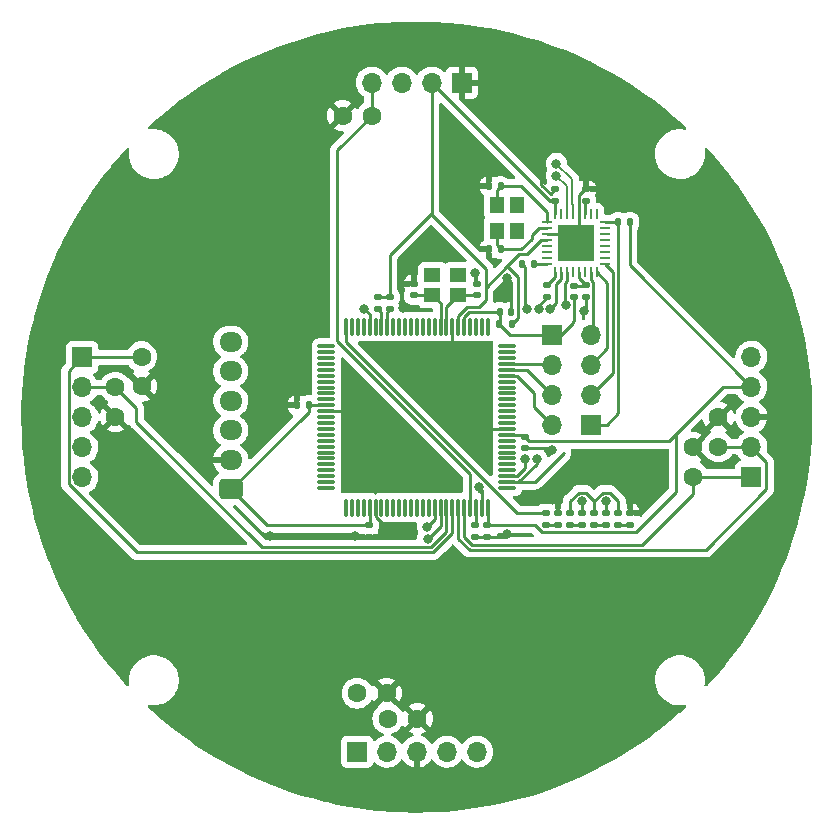
<source format=gbr>
%TF.GenerationSoftware,KiCad,Pcbnew,(6.0.5)*%
%TF.CreationDate,2023-03-02T23:20:37+09:00*%
%TF.ProjectId,line_Inergrate,6c696e65-5f49-46e6-9572-67726174652e,rev?*%
%TF.SameCoordinates,Original*%
%TF.FileFunction,Copper,L1,Top*%
%TF.FilePolarity,Positive*%
%FSLAX46Y46*%
G04 Gerber Fmt 4.6, Leading zero omitted, Abs format (unit mm)*
G04 Created by KiCad (PCBNEW (6.0.5)) date 2023-03-02 23:20:37*
%MOMM*%
%LPD*%
G01*
G04 APERTURE LIST*
G04 Aperture macros list*
%AMRoundRect*
0 Rectangle with rounded corners*
0 $1 Rounding radius*
0 $2 $3 $4 $5 $6 $7 $8 $9 X,Y pos of 4 corners*
0 Add a 4 corners polygon primitive as box body*
4,1,4,$2,$3,$4,$5,$6,$7,$8,$9,$2,$3,0*
0 Add four circle primitives for the rounded corners*
1,1,$1+$1,$2,$3*
1,1,$1+$1,$4,$5*
1,1,$1+$1,$6,$7*
1,1,$1+$1,$8,$9*
0 Add four rect primitives between the rounded corners*
20,1,$1+$1,$2,$3,$4,$5,0*
20,1,$1+$1,$4,$5,$6,$7,0*
20,1,$1+$1,$6,$7,$8,$9,0*
20,1,$1+$1,$8,$9,$2,$3,0*%
G04 Aperture macros list end*
%TA.AperFunction,ComponentPad*%
%ADD10R,1.700000X1.700000*%
%TD*%
%TA.AperFunction,ComponentPad*%
%ADD11O,1.700000X1.700000*%
%TD*%
%TA.AperFunction,SMDPad,CuDef*%
%ADD12RoundRect,0.062500X-0.375000X-0.062500X0.375000X-0.062500X0.375000X0.062500X-0.375000X0.062500X0*%
%TD*%
%TA.AperFunction,SMDPad,CuDef*%
%ADD13RoundRect,0.062500X-0.062500X-0.375000X0.062500X-0.375000X0.062500X0.375000X-0.062500X0.375000X0*%
%TD*%
%TA.AperFunction,SMDPad,CuDef*%
%ADD14R,3.100000X3.100000*%
%TD*%
%TA.AperFunction,SMDPad,CuDef*%
%ADD15RoundRect,0.147500X-0.172500X0.147500X-0.172500X-0.147500X0.172500X-0.147500X0.172500X0.147500X0*%
%TD*%
%TA.AperFunction,SMDPad,CuDef*%
%ADD16RoundRect,0.140000X0.140000X0.170000X-0.140000X0.170000X-0.140000X-0.170000X0.140000X-0.170000X0*%
%TD*%
%TA.AperFunction,ComponentPad*%
%ADD17C,1.600000*%
%TD*%
%TA.AperFunction,SMDPad,CuDef*%
%ADD18RoundRect,0.140000X-0.170000X0.140000X-0.170000X-0.140000X0.170000X-0.140000X0.170000X0.140000X0*%
%TD*%
%TA.AperFunction,SMDPad,CuDef*%
%ADD19RoundRect,0.140000X0.170000X-0.140000X0.170000X0.140000X-0.170000X0.140000X-0.170000X-0.140000X0*%
%TD*%
%TA.AperFunction,SMDPad,CuDef*%
%ADD20RoundRect,0.075000X0.662500X0.075000X-0.662500X0.075000X-0.662500X-0.075000X0.662500X-0.075000X0*%
%TD*%
%TA.AperFunction,SMDPad,CuDef*%
%ADD21RoundRect,0.075000X0.075000X0.662500X-0.075000X0.662500X-0.075000X-0.662500X0.075000X-0.662500X0*%
%TD*%
%TA.AperFunction,SMDPad,CuDef*%
%ADD22RoundRect,0.140000X-0.140000X-0.170000X0.140000X-0.170000X0.140000X0.170000X-0.140000X0.170000X0*%
%TD*%
%TA.AperFunction,SMDPad,CuDef*%
%ADD23RoundRect,0.135000X-0.185000X0.135000X-0.185000X-0.135000X0.185000X-0.135000X0.185000X0.135000X0*%
%TD*%
%TA.AperFunction,SMDPad,CuDef*%
%ADD24RoundRect,0.135000X0.135000X0.185000X-0.135000X0.185000X-0.135000X-0.185000X0.135000X-0.185000X0*%
%TD*%
%TA.AperFunction,ComponentPad*%
%ADD25RoundRect,0.250000X0.725000X-0.600000X0.725000X0.600000X-0.725000X0.600000X-0.725000X-0.600000X0*%
%TD*%
%TA.AperFunction,ComponentPad*%
%ADD26O,1.950000X1.700000*%
%TD*%
%TA.AperFunction,SMDPad,CuDef*%
%ADD27RoundRect,0.135000X0.185000X-0.135000X0.185000X0.135000X-0.185000X0.135000X-0.185000X-0.135000X0*%
%TD*%
%TA.AperFunction,SMDPad,CuDef*%
%ADD28R,1.200000X1.400000*%
%TD*%
%TA.AperFunction,SMDPad,CuDef*%
%ADD29RoundRect,0.135000X-0.135000X-0.185000X0.135000X-0.185000X0.135000X0.185000X-0.135000X0.185000X0*%
%TD*%
%TA.AperFunction,SMDPad,CuDef*%
%ADD30R,1.400000X1.200000*%
%TD*%
%TA.AperFunction,ViaPad*%
%ADD31C,0.800000*%
%TD*%
%TA.AperFunction,Conductor*%
%ADD32C,0.250000*%
%TD*%
%TA.AperFunction,Conductor*%
%ADD33C,0.200000*%
%TD*%
G04 APERTURE END LIST*
D10*
%TO.P,J4,1,Pin_1*%
%TO.N, Line Left 1*%
X117729000Y-96540000D03*
D11*
%TO.P,J4,2,Pin_2*%
%TO.N,Line Left 2*%
X117729000Y-99080000D03*
%TO.P,J4,3,Pin_3*%
%TO.N,GND*%
X117729000Y-101620000D03*
%TO.P,J4,4,Pin_4*%
%TO.N,+5V*%
X117729000Y-104160000D03*
%TO.P,J4,5,Pin_5*%
%TO.N,\u53EF\u5909*%
X117729000Y-106700000D03*
%TD*%
D12*
%TO.P,U2,1,XTAL1*%
%TO.N,Net-(C7-Pad1)*%
X157074500Y-85118000D03*
%TO.P,U2,2,PC0/XTAL2*%
%TO.N,Net-(C8-Pad1)*%
X157074500Y-85618000D03*
%TO.P,U2,3,GND*%
%TO.N,GND*%
X157074500Y-86118000D03*
%TO.P,U2,4,VCC*%
%TO.N,+5V*%
X157074500Y-86618000D03*
%TO.P,U2,5,PC2*%
%TO.N,unconnected-(U2-Pad5)*%
X157074500Y-87118000D03*
%TO.P,U2,6,PD0*%
%TO.N,unconnected-(U2-Pad6)*%
X157074500Y-87618000D03*
%TO.P,U2,7,PD1*%
%TO.N,unconnected-(U2-Pad7)*%
X157074500Y-88118000D03*
%TO.P,U2,8,PD2*%
%TO.N,Net-(R7-Pad1)*%
X157074500Y-88618000D03*
D13*
%TO.P,U2,9,PD3*%
%TO.N,Net-(R8-Pad1)*%
X157762000Y-89305500D03*
%TO.P,U2,10,PD4*%
%TO.N,TX2LED*%
X158262000Y-89305500D03*
%TO.P,U2,11,PD5*%
%TO.N,RX2LED*%
X158762000Y-89305500D03*
%TO.P,U2,12,PD6*%
%TO.N,unconnected-(U2-Pad12)*%
X159262000Y-89305500D03*
%TO.P,U2,13,~{HWB}/PD7*%
%TO.N,Net-(C14-Pad1)*%
X159762000Y-89305500D03*
%TO.P,U2,14,PB0*%
%TO.N,unconnected-(U2-Pad14)*%
X160262000Y-89305500D03*
%TO.P,U2,15,PB1*%
%TO.N,SCK2*%
X160762000Y-89305500D03*
%TO.P,U2,16,PB2*%
%TO.N,MOSI2*%
X161262000Y-89305500D03*
D12*
%TO.P,U2,17,PB3*%
%TO.N,MISO2*%
X161949500Y-88618000D03*
%TO.P,U2,18,PB4*%
%TO.N,unconnected-(U2-Pad18)*%
X161949500Y-88118000D03*
%TO.P,U2,19,PB5*%
%TO.N,unconnected-(U2-Pad19)*%
X161949500Y-87618000D03*
%TO.P,U2,20,PB6*%
%TO.N,unconnected-(U2-Pad20)*%
X161949500Y-87118000D03*
%TO.P,U2,21,PB7*%
%TO.N,unconnected-(U2-Pad21)*%
X161949500Y-86618000D03*
%TO.P,U2,22,PC7*%
%TO.N,unconnected-(U2-Pad22)*%
X161949500Y-86118000D03*
%TO.P,U2,23,PC6*%
%TO.N,unconnected-(U2-Pad23)*%
X161949500Y-85618000D03*
%TO.P,U2,24,PC1/~{RESET}*%
%TO.N,RESET2*%
X161949500Y-85118000D03*
D13*
%TO.P,U2,25,PC5*%
%TO.N,unconnected-(U2-Pad25)*%
X161262000Y-84430500D03*
%TO.P,U2,26,PC4*%
%TO.N,unconnected-(U2-Pad26)*%
X160762000Y-84430500D03*
%TO.P,U2,27,UCAP*%
%TO.N,Net-(C10-Pad1)*%
X160262000Y-84430500D03*
%TO.P,U2,28,UGND*%
%TO.N,GND*%
X159762000Y-84430500D03*
%TO.P,U2,29,D+*%
%TO.N,Line D+*%
X159262000Y-84430500D03*
%TO.P,U2,30,D-*%
%TO.N,Line D-*%
X158762000Y-84430500D03*
%TO.P,U2,31,UVCC*%
%TO.N,unconnected-(U2-Pad31)*%
X158262000Y-84430500D03*
%TO.P,U2,32,AVCC*%
%TO.N,+5V*%
X157762000Y-84430500D03*
D14*
%TO.P,U2,33,GND*%
%TO.N,GND*%
X159512000Y-86868000D03*
%TD*%
D15*
%TO.P,D2,1,K*%
%TO.N,TX2LED*%
X160045000Y-109749000D03*
%TO.P,D2,2,A*%
%TO.N,Net-(D2-Pad2)*%
X160045000Y-110719000D03*
%TD*%
D16*
%TO.P,C7,1*%
%TO.N,Net-(C7-Pad1)*%
X153134000Y-82042000D03*
%TO.P,C7,2*%
%TO.N,GND*%
X152174000Y-82042000D03*
%TD*%
D17*
%TO.P,C19,1*%
%TO.N,Line Back 2*%
X143586000Y-127127000D03*
%TO.P,C19,2*%
%TO.N,GND*%
X146086000Y-127127000D03*
%TD*%
%TO.P,C12,1*%
%TO.N,Line Right 1*%
X169418000Y-106660000D03*
%TO.P,C12,2*%
%TO.N,GND*%
X169418000Y-104160000D03*
%TD*%
D18*
%TO.P,C14,1*%
%TO.N,Net-(C14-Pad1)*%
X159385000Y-90480000D03*
%TO.P,C14,2*%
%TO.N,RESET*%
X159385000Y-91440000D03*
%TD*%
D19*
%TO.P,C5,1*%
%TO.N,GND*%
X141986000Y-111732000D03*
%TO.P,C5,2*%
%TO.N,+5V*%
X141986000Y-110772000D03*
%TD*%
%TO.P,C6,1*%
%TO.N,GND*%
X152019000Y-111732000D03*
%TO.P,C6,2*%
%TO.N,+5V*%
X152019000Y-110772000D03*
%TD*%
D20*
%TO.P,U1,1,PG5*%
%TO.N,unconnected-(U1-Pad1)*%
X153712500Y-107600000D03*
%TO.P,U1,2,PE0*%
%TO.N,RXD0*%
X153712500Y-107100000D03*
%TO.P,U1,3,PE1*%
%TO.N,TXD0*%
X153712500Y-106600000D03*
%TO.P,U1,4,PE2*%
%TO.N,unconnected-(U1-Pad4)*%
X153712500Y-106100000D03*
%TO.P,U1,5,PE3*%
%TO.N,unconnected-(U1-Pad5)*%
X153712500Y-105600000D03*
%TO.P,U1,6,PE4*%
%TO.N,unconnected-(U1-Pad6)*%
X153712500Y-105100000D03*
%TO.P,U1,7,PE5*%
%TO.N,unconnected-(U1-Pad7)*%
X153712500Y-104600000D03*
%TO.P,U1,8,PE6*%
%TO.N,unconnected-(U1-Pad8)*%
X153712500Y-104100000D03*
%TO.P,U1,9,PE7*%
%TO.N,unconnected-(U1-Pad9)*%
X153712500Y-103600000D03*
%TO.P,U1,10,VCC*%
%TO.N,+5V*%
X153712500Y-103100000D03*
%TO.P,U1,11,GND*%
%TO.N,GND*%
X153712500Y-102600000D03*
%TO.P,U1,12,PH0*%
%TO.N,unconnected-(U1-Pad12)*%
X153712500Y-102100000D03*
%TO.P,U1,13,PH1*%
%TO.N,unconnected-(U1-Pad13)*%
X153712500Y-101600000D03*
%TO.P,U1,14,PH2*%
%TO.N,unconnected-(U1-Pad14)*%
X153712500Y-101100000D03*
%TO.P,U1,15,PH3*%
%TO.N,unconnected-(U1-Pad15)*%
X153712500Y-100600000D03*
%TO.P,U1,16,PH4*%
%TO.N,unconnected-(U1-Pad16)*%
X153712500Y-100100000D03*
%TO.P,U1,17,PH5*%
%TO.N,unconnected-(U1-Pad17)*%
X153712500Y-99600000D03*
%TO.P,U1,18,PH6*%
%TO.N,unconnected-(U1-Pad18)*%
X153712500Y-99100000D03*
%TO.P,U1,19,PB0*%
%TO.N,unconnected-(U1-Pad19)*%
X153712500Y-98600000D03*
%TO.P,U1,20,PB1*%
%TO.N,PB1*%
X153712500Y-98100000D03*
%TO.P,U1,21,PB2*%
%TO.N,PB2*%
X153712500Y-97600000D03*
%TO.P,U1,22,PB3*%
%TO.N,PB3*%
X153712500Y-97100000D03*
%TO.P,U1,23,PB4*%
%TO.N,unconnected-(U1-Pad23)*%
X153712500Y-96600000D03*
%TO.P,U1,24,PB5*%
%TO.N,unconnected-(U1-Pad24)*%
X153712500Y-96100000D03*
%TO.P,U1,25,PB6*%
%TO.N,unconnected-(U1-Pad25)*%
X153712500Y-95600000D03*
D21*
%TO.P,U1,26,PB7*%
%TO.N,unconnected-(U1-Pad26)*%
X152050000Y-93937500D03*
%TO.P,U1,27,PH7*%
%TO.N,unconnected-(U1-Pad27)*%
X151550000Y-93937500D03*
%TO.P,U1,28,PG3*%
%TO.N,unconnected-(U1-Pad28)*%
X151050000Y-93937500D03*
%TO.P,U1,29,PG4*%
%TO.N,unconnected-(U1-Pad29)*%
X150550000Y-93937500D03*
%TO.P,U1,30,~{RESET}*%
%TO.N,RESET*%
X150050000Y-93937500D03*
%TO.P,U1,31,VCC*%
%TO.N,+5V*%
X149550000Y-93937500D03*
%TO.P,U1,32,GND*%
%TO.N,GND*%
X149050000Y-93937500D03*
%TO.P,U1,33,XTAL2*%
%TO.N,Net-(C2-Pad1)*%
X148550000Y-93937500D03*
%TO.P,U1,34,XTAL1*%
%TO.N,Net-(C1-Pad1)*%
X148050000Y-93937500D03*
%TO.P,U1,35,PL0*%
%TO.N,unconnected-(U1-Pad35)*%
X147550000Y-93937500D03*
%TO.P,U1,36,PL1*%
%TO.N,unconnected-(U1-Pad36)*%
X147050000Y-93937500D03*
%TO.P,U1,37,PL2*%
%TO.N,unconnected-(U1-Pad37)*%
X146550000Y-93937500D03*
%TO.P,U1,38,PL3*%
%TO.N,unconnected-(U1-Pad38)*%
X146050000Y-93937500D03*
%TO.P,U1,39,PL4*%
%TO.N,unconnected-(U1-Pad39)*%
X145550000Y-93937500D03*
%TO.P,U1,40,PL5*%
%TO.N,unconnected-(U1-Pad40)*%
X145050000Y-93937500D03*
%TO.P,U1,41,PL6*%
%TO.N,unconnected-(U1-Pad41)*%
X144550000Y-93937500D03*
%TO.P,U1,42,PL7*%
%TO.N,unconnected-(U1-Pad42)*%
X144050000Y-93937500D03*
%TO.P,U1,43,PD0*%
%TO.N,SCL*%
X143550000Y-93937500D03*
%TO.P,U1,44,PD1*%
%TO.N,SDA*%
X143050000Y-93937500D03*
%TO.P,U1,45,PD2*%
%TO.N,unconnected-(U1-Pad45)*%
X142550000Y-93937500D03*
%TO.P,U1,46,PD3*%
%TO.N,Line Data*%
X142050000Y-93937500D03*
%TO.P,U1,47,PD4*%
%TO.N,unconnected-(U1-Pad47)*%
X141550000Y-93937500D03*
%TO.P,U1,48,PD5*%
%TO.N,unconnected-(U1-Pad48)*%
X141050000Y-93937500D03*
%TO.P,U1,49,PD6*%
%TO.N,unconnected-(U1-Pad49)*%
X140550000Y-93937500D03*
%TO.P,U1,50,PD7*%
%TO.N,PB7*%
X140050000Y-93937500D03*
D20*
%TO.P,U1,51,PG0*%
%TO.N,unconnected-(U1-Pad51)*%
X138387500Y-95600000D03*
%TO.P,U1,52,PG1*%
%TO.N,unconnected-(U1-Pad52)*%
X138387500Y-96100000D03*
%TO.P,U1,53,PC0*%
%TO.N,unconnected-(U1-Pad53)*%
X138387500Y-96600000D03*
%TO.P,U1,54,PC1*%
%TO.N,unconnected-(U1-Pad54)*%
X138387500Y-97100000D03*
%TO.P,U1,55,PC2*%
%TO.N,unconnected-(U1-Pad55)*%
X138387500Y-97600000D03*
%TO.P,U1,56,PC3*%
%TO.N,unconnected-(U1-Pad56)*%
X138387500Y-98100000D03*
%TO.P,U1,57,PC4*%
%TO.N,unconnected-(U1-Pad57)*%
X138387500Y-98600000D03*
%TO.P,U1,58,PC5*%
%TO.N,unconnected-(U1-Pad58)*%
X138387500Y-99100000D03*
%TO.P,U1,59,PC6*%
%TO.N,unconnected-(U1-Pad59)*%
X138387500Y-99600000D03*
%TO.P,U1,60,PC7*%
%TO.N,unconnected-(U1-Pad60)*%
X138387500Y-100100000D03*
%TO.P,U1,61,VCC*%
%TO.N,+5V*%
X138387500Y-100600000D03*
%TO.P,U1,62,GND*%
%TO.N,GND*%
X138387500Y-101100000D03*
%TO.P,U1,63,PJ0*%
%TO.N,unconnected-(U1-Pad63)*%
X138387500Y-101600000D03*
%TO.P,U1,64,PJ1*%
%TO.N,unconnected-(U1-Pad64)*%
X138387500Y-102100000D03*
%TO.P,U1,65,PJ2*%
%TO.N,unconnected-(U1-Pad65)*%
X138387500Y-102600000D03*
%TO.P,U1,66,PJ3*%
%TO.N,unconnected-(U1-Pad66)*%
X138387500Y-103100000D03*
%TO.P,U1,67,PJ4*%
%TO.N,unconnected-(U1-Pad67)*%
X138387500Y-103600000D03*
%TO.P,U1,68,PJ5*%
%TO.N,unconnected-(U1-Pad68)*%
X138387500Y-104100000D03*
%TO.P,U1,69,PJ6*%
%TO.N,unconnected-(U1-Pad69)*%
X138387500Y-104600000D03*
%TO.P,U1,70,PG2*%
%TO.N,unconnected-(U1-Pad70)*%
X138387500Y-105100000D03*
%TO.P,U1,71,PA7*%
%TO.N,unconnected-(U1-Pad71)*%
X138387500Y-105600000D03*
%TO.P,U1,72,PA6*%
%TO.N,unconnected-(U1-Pad72)*%
X138387500Y-106100000D03*
%TO.P,U1,73,PA5*%
%TO.N,unconnected-(U1-Pad73)*%
X138387500Y-106600000D03*
%TO.P,U1,74,PA4*%
%TO.N,unconnected-(U1-Pad74)*%
X138387500Y-107100000D03*
%TO.P,U1,75,PA3*%
%TO.N,unconnected-(U1-Pad75)*%
X138387500Y-107600000D03*
D21*
%TO.P,U1,76,PA2*%
%TO.N,unconnected-(U1-Pad76)*%
X140050000Y-109262500D03*
%TO.P,U1,77,PA1*%
%TO.N,unconnected-(U1-Pad77)*%
X140550000Y-109262500D03*
%TO.P,U1,78,PA0*%
%TO.N,unconnected-(U1-Pad78)*%
X141050000Y-109262500D03*
%TO.P,U1,79,PJ7*%
%TO.N,unconnected-(U1-Pad79)*%
X141550000Y-109262500D03*
%TO.P,U1,80,VCC*%
%TO.N,+5V*%
X142050000Y-109262500D03*
%TO.P,U1,81,GND*%
%TO.N,GND*%
X142550000Y-109262500D03*
%TO.P,U1,82,PK7*%
%TO.N,unconnected-(U1-Pad82)*%
X143050000Y-109262500D03*
%TO.P,U1,83,PK6*%
%TO.N,unconnected-(U1-Pad83)*%
X143550000Y-109262500D03*
%TO.P,U1,84,PK5*%
%TO.N,unconnected-(U1-Pad84)*%
X144050000Y-109262500D03*
%TO.P,U1,85,PK4*%
%TO.N,unconnected-(U1-Pad85)*%
X144550000Y-109262500D03*
%TO.P,U1,86,PK3*%
%TO.N,unconnected-(U1-Pad86)*%
X145050000Y-109262500D03*
%TO.P,U1,87,PK2*%
%TO.N,unconnected-(U1-Pad87)*%
X145550000Y-109262500D03*
%TO.P,U1,88,PK1*%
%TO.N,unconnected-(U1-Pad88)*%
X146050000Y-109262500D03*
%TO.P,U1,89,PK0*%
%TO.N,unconnected-(U1-Pad89)*%
X146550000Y-109262500D03*
%TO.P,U1,90,PF7*%
%TO.N,unconnected-(U1-Pad90)*%
X147050000Y-109262500D03*
%TO.P,U1,91,PF6*%
%TO.N,Line Back 2*%
X147550000Y-109262500D03*
%TO.P,U1,92,PF5*%
%TO.N,Line Back 1*%
X148050000Y-109262500D03*
%TO.P,U1,93,PF4*%
%TO.N,Line Left 2*%
X148550000Y-109262500D03*
%TO.P,U1,94,PF3*%
%TO.N, Line Left 1*%
X149050000Y-109262500D03*
%TO.P,U1,95,PF2*%
%TO.N,Line Right 2*%
X149550000Y-109262500D03*
%TO.P,U1,96,PF1*%
%TO.N,Line Right 1*%
X150050000Y-109262500D03*
%TO.P,U1,97,PF0*%
%TO.N,Line Front*%
X150550000Y-109262500D03*
%TO.P,U1,98,AREF*%
%TO.N,AREF*%
X151050000Y-109262500D03*
%TO.P,U1,99,GND*%
%TO.N,GND*%
X151550000Y-109262500D03*
%TO.P,U1,100,AVCC*%
%TO.N,+5V*%
X152050000Y-109262500D03*
%TD*%
D22*
%TO.P,C16,1*%
%TO.N,RESET*%
X153063000Y-92710000D03*
%TO.P,C16,2*%
%TO.N,GND*%
X154023000Y-92710000D03*
%TD*%
D19*
%TO.P,C2,1*%
%TO.N,Net-(C2-Pad1)*%
X151130000Y-91285000D03*
%TO.P,C2,2*%
%TO.N,GND*%
X151130000Y-90325000D03*
%TD*%
D23*
%TO.P,R10,1*%
%TO.N,+5V*%
X142784000Y-91438000D03*
%TO.P,R10,2*%
%TO.N,SDA*%
X142784000Y-92458000D03*
%TD*%
D10*
%TO.P,J2,1,Pin_1*%
%TO.N,Line Right 1*%
X174371000Y-106660000D03*
D11*
%TO.P,J2,2,Pin_2*%
%TO.N,Line Right 2*%
X174371000Y-104120000D03*
%TO.P,J2,3,Pin_3*%
%TO.N,GND*%
X174371000Y-101580000D03*
%TO.P,J2,4,Pin_4*%
%TO.N,+5V*%
X174371000Y-99040000D03*
%TO.P,J2,5,Pin_5*%
%TO.N,\u53EF\u5909*%
X174371000Y-96500000D03*
%TD*%
D24*
%TO.P,R7,1*%
%TO.N,Net-(R7-Pad1)*%
X155956000Y-88646000D03*
%TO.P,R7,2*%
%TO.N,TXD0*%
X154936000Y-88646000D03*
%TD*%
D16*
%TO.P,C8,1*%
%TO.N,Net-(C8-Pad1)*%
X153134000Y-87376000D03*
%TO.P,C8,2*%
%TO.N,GND*%
X152174000Y-87376000D03*
%TD*%
D17*
%TO.P,C9,1*%
%TO.N,Line Front*%
X142260000Y-76073000D03*
%TO.P,C9,2*%
%TO.N,GND*%
X139760000Y-76073000D03*
%TD*%
D19*
%TO.P,C3,1*%
%TO.N,GND*%
X155194000Y-104239000D03*
%TO.P,C3,2*%
%TO.N,+5V*%
X155194000Y-103279000D03*
%TD*%
D17*
%TO.P,C18,1*%
%TO.N, Line Left 1*%
X122735000Y-96481000D03*
%TO.P,C18,2*%
%TO.N,GND*%
X122735000Y-98981000D03*
%TD*%
D15*
%TO.P,D3,1,K*%
%TO.N,GND*%
X164109000Y-109749000D03*
%TO.P,D3,2,A*%
%TO.N,Net-(D3-Pad2)*%
X164109000Y-110719000D03*
%TD*%
D22*
%TO.P,C4,1*%
%TO.N,GND*%
X135918000Y-100584000D03*
%TO.P,C4,2*%
%TO.N,+5V*%
X136878000Y-100584000D03*
%TD*%
D25*
%TO.P,J7,1,Pin_1*%
%TO.N,+5V*%
X130285000Y-107723000D03*
D26*
%TO.P,J7,2,Pin_2*%
%TO.N,GND*%
X130285000Y-105223000D03*
%TO.P,J7,3,Pin_3*%
%TO.N,\u53EF\u5909*%
X130285000Y-102723000D03*
%TO.P,J7,4,Pin_4*%
%TO.N,Line Data*%
X130285000Y-100223000D03*
%TO.P,J7,5,Pin_5*%
%TO.N,Line D+*%
X130285000Y-97723000D03*
%TO.P,J7,6,Pin_6*%
%TO.N,Line D-*%
X130285000Y-95223000D03*
%TD*%
D27*
%TO.P,R3,1*%
%TO.N,Net-(D2-Pad2)*%
X159029000Y-110744000D03*
%TO.P,R3,2*%
%TO.N,Net-(R2-Pad2)*%
X159029000Y-109724000D03*
%TD*%
D24*
%TO.P,R1,1*%
%TO.N,+5V*%
X164086000Y-85090000D03*
%TO.P,R1,2*%
%TO.N,RESET2*%
X163066000Y-85090000D03*
%TD*%
D10*
%TO.P,J6,1,Pin_1*%
%TO.N,RESET*%
X157451000Y-94625000D03*
D11*
%TO.P,J6,2,Pin_2*%
%TO.N,PB3*%
X157451000Y-97165000D03*
%TO.P,J6,3,Pin_3*%
%TO.N,PB2*%
X157451000Y-99705000D03*
%TO.P,J6,4,Pin_4*%
%TO.N,PB1*%
X157451000Y-102245000D03*
%TD*%
D19*
%TO.P,C1,1*%
%TO.N,Net-(C1-Pad1)*%
X145796000Y-91285000D03*
%TO.P,C1,2*%
%TO.N,GND*%
X145796000Y-90325000D03*
%TD*%
D15*
%TO.P,D1,1,K*%
%TO.N,RX2LED*%
X162077000Y-109749000D03*
%TO.P,D1,2,A*%
%TO.N,Net-(D1-Pad2)*%
X162077000Y-110719000D03*
%TD*%
D27*
%TO.P,R5,1*%
%TO.N,Net-(D4-Pad2)*%
X156997000Y-110742000D03*
%TO.P,R5,2*%
%TO.N,PB7*%
X156997000Y-109722000D03*
%TD*%
D18*
%TO.P,C13,1*%
%TO.N,GND*%
X157734000Y-82324000D03*
%TO.P,C13,2*%
%TO.N,+5V*%
X157734000Y-83284000D03*
%TD*%
D27*
%TO.P,R4,1*%
%TO.N,Net-(D3-Pad2)*%
X163093000Y-110744000D03*
%TO.P,R4,2*%
%TO.N,Net-(R2-Pad2)*%
X163093000Y-109724000D03*
%TD*%
D23*
%TO.P,R9,1*%
%TO.N,+5V*%
X143761000Y-91440000D03*
%TO.P,R9,2*%
%TO.N,SCL*%
X143761000Y-92460000D03*
%TD*%
D28*
%TO.P,Y2,1,1*%
%TO.N,Net-(C7-Pad1)*%
X152820000Y-83609000D03*
%TO.P,Y2,2,2*%
%TO.N,Net-(C8-Pad1)*%
X152820000Y-85809000D03*
%TO.P,Y2,3*%
%TO.N,N/C*%
X154520000Y-85809000D03*
%TO.P,Y2,4*%
X154520000Y-83609000D03*
%TD*%
D29*
%TO.P,R11,1*%
%TO.N,RESET*%
X153042000Y-93759000D03*
%TO.P,R11,2*%
%TO.N,+5V*%
X154062000Y-93759000D03*
%TD*%
D17*
%TO.P,C17,1*%
%TO.N,Line Left 2*%
X120523000Y-99080000D03*
%TO.P,C17,2*%
%TO.N,GND*%
X120523000Y-101580000D03*
%TD*%
D10*
%TO.P,J1,1,Pin_1*%
%TO.N,GND*%
X149860000Y-73279000D03*
D11*
%TO.P,J1,2,Pin_2*%
%TO.N,+5V*%
X147320000Y-73279000D03*
%TO.P,J1,3,Pin_3*%
%TO.N,\u53EF\u5909*%
X144780000Y-73279000D03*
%TO.P,J1,4,Pin_4*%
%TO.N,Line Front*%
X142240000Y-73279000D03*
%TD*%
D23*
%TO.P,R8,1*%
%TO.N,Net-(R8-Pad1)*%
X157099000Y-90422000D03*
%TO.P,R8,2*%
%TO.N,RXD0*%
X157099000Y-91442000D03*
%TD*%
D27*
%TO.P,R2,1*%
%TO.N,Net-(D1-Pad2)*%
X161061000Y-110744000D03*
%TO.P,R2,2*%
%TO.N,Net-(R2-Pad2)*%
X161061000Y-109724000D03*
%TD*%
D19*
%TO.P,C10,1*%
%TO.N,Net-(C10-Pad1)*%
X160401000Y-83284000D03*
%TO.P,C10,2*%
%TO.N,GND*%
X160401000Y-82324000D03*
%TD*%
D10*
%TO.P,J3,1,Pin_1*%
%TO.N,RESET2*%
X160807000Y-102235000D03*
D11*
%TO.P,J3,2,Pin_2*%
%TO.N,MISO2*%
X160807000Y-99695000D03*
%TO.P,J3,3,Pin_3*%
%TO.N,MOSI2*%
X160807000Y-97155000D03*
%TO.P,J3,4,Pin_4*%
%TO.N,SCK2*%
X160807000Y-94615000D03*
%TD*%
D30*
%TO.P,Y1,1,1*%
%TO.N,Net-(C1-Pad1)*%
X147363000Y-91274000D03*
%TO.P,Y1,2,2*%
%TO.N,Net-(C2-Pad1)*%
X149563000Y-91274000D03*
%TO.P,Y1,3*%
%TO.N,N/C*%
X149563000Y-89574000D03*
%TO.P,Y1,4*%
X147363000Y-89574000D03*
%TD*%
D17*
%TO.P,C20,1*%
%TO.N,Line Back 1*%
X140990000Y-124968000D03*
%TO.P,C20,2*%
%TO.N,GND*%
X143490000Y-124968000D03*
%TD*%
D27*
%TO.P,R6,1*%
%TO.N,GND*%
X160401000Y-91470000D03*
%TO.P,R6,2*%
%TO.N,Net-(C14-Pad1)*%
X160401000Y-90450000D03*
%TD*%
D15*
%TO.P,D4,1,K*%
%TO.N,GND*%
X158013000Y-109747000D03*
%TO.P,D4,2,A*%
%TO.N,Net-(D4-Pad2)*%
X158013000Y-110717000D03*
%TD*%
D10*
%TO.P,J5,1,Pin_1*%
%TO.N,Line Back 1*%
X140990000Y-129921000D03*
D11*
%TO.P,J5,2,Pin_2*%
%TO.N,Line Back 2*%
X143530000Y-129921000D03*
%TO.P,J5,3,Pin_3*%
%TO.N,GND*%
X146070000Y-129921000D03*
%TO.P,J5,4,Pin_4*%
%TO.N,+5V*%
X148610000Y-129921000D03*
%TO.P,J5,5,Pin_5*%
%TO.N,\u53EF\u5909*%
X151150000Y-129921000D03*
%TD*%
D17*
%TO.P,C11,1*%
%TO.N,Line Right 2*%
X171577000Y-104120000D03*
%TO.P,C11,2*%
%TO.N,GND*%
X171577000Y-101620000D03*
%TD*%
D18*
%TO.P,C15,1*%
%TO.N,AREF*%
X151003000Y-110772000D03*
%TO.P,C15,2*%
%TO.N,GND*%
X151003000Y-111732000D03*
%TD*%
D31*
%TO.N,GND*%
X149098000Y-96139000D03*
X164719000Y-113919000D03*
X151257000Y-102616000D03*
X138049000Y-89154000D03*
X149860000Y-128143000D03*
X149098000Y-113284000D03*
X121666000Y-117475000D03*
X155448000Y-108331000D03*
X150876000Y-82169000D03*
X147193000Y-85979000D03*
X138430000Y-128524000D03*
X138049000Y-91313000D03*
X126492000Y-104394000D03*
X133604000Y-111633000D03*
X123825000Y-105156000D03*
X144907000Y-92329000D03*
X132080000Y-96901000D03*
X121793000Y-103124000D03*
X166878000Y-106172000D03*
X151305698Y-107520302D03*
X161671000Y-117221000D03*
X172339000Y-85344000D03*
X132080000Y-104140000D03*
X119507000Y-103251000D03*
X156591000Y-78994000D03*
X122936000Y-88265000D03*
X140843000Y-111633000D03*
X164719000Y-116967000D03*
X142240000Y-123063000D03*
X153719172Y-89846770D03*
X151003000Y-86614000D03*
X164719000Y-108331000D03*
X140843000Y-101092000D03*
X132334000Y-99949000D03*
X172593000Y-105537000D03*
X120650000Y-109728000D03*
X131445000Y-129032000D03*
X144907000Y-128524000D03*
X119126000Y-100330000D03*
X153670000Y-111506000D03*
X172466000Y-95123000D03*
X160274000Y-104775000D03*
X133350000Y-79375000D03*
X172974000Y-102870000D03*
X148463000Y-83947000D03*
X151892000Y-76327000D03*
X162179000Y-75692000D03*
X131826000Y-114300000D03*
X167767000Y-113919000D03*
X122809000Y-111887000D03*
X128016000Y-102743000D03*
X151003000Y-89408000D03*
X142113000Y-114173000D03*
X173101000Y-116586000D03*
X151511000Y-120015000D03*
X157607000Y-107188000D03*
X136525000Y-99187000D03*
X165608000Y-88011000D03*
X146177000Y-114300000D03*
X148590000Y-76454000D03*
X157480000Y-104394000D03*
X138176000Y-94234000D03*
X144907000Y-88392000D03*
X151257000Y-78994000D03*
X119507000Y-105156000D03*
X163957000Y-104775000D03*
X149098000Y-107188000D03*
X136525000Y-95631000D03*
X172974000Y-100330000D03*
X160194020Y-92583000D03*
X144018000Y-111252000D03*
X161925000Y-106934000D03*
X128778000Y-111887000D03*
X160782000Y-128397000D03*
X132207000Y-94996000D03*
X128524000Y-109855000D03*
X131826000Y-121920000D03*
X152273000Y-72898000D03*
X142113000Y-118237000D03*
%TO.N,Line Back 1*%
X146951830Y-111882768D03*
%TO.N,Line Back 2*%
X146939000Y-110871000D03*
%TO.N,RX2LED*%
X162077000Y-108710000D03*
X158660500Y-92118984D03*
%TO.N,TX2LED*%
X157353000Y-92456000D03*
X160045000Y-108710000D03*
%TO.N,Line Data*%
X141605000Y-92456000D03*
%TO.N,Line D+*%
X157861000Y-80137000D03*
%TO.N,Line D-*%
X157861000Y-81153000D03*
%TO.N,TXD0*%
X155353994Y-92456000D03*
X155194000Y-105156000D03*
%TO.N,RXD0*%
X156193503Y-105156000D03*
X156353497Y-92456000D03*
%TD*%
D32*
%TO.N,GND*%
X154023000Y-90150598D02*
X153719172Y-89846770D01*
X157074500Y-86118000D02*
X158762000Y-86118000D01*
X160401000Y-91470000D02*
X160401000Y-92376020D01*
X152019000Y-111732000D02*
X153444000Y-111732000D01*
X149050000Y-93937500D02*
X149050000Y-96091000D01*
X153444000Y-111732000D02*
X153670000Y-111506000D01*
X140835000Y-101100000D02*
X140843000Y-101092000D01*
X156591000Y-81914282D02*
X157363894Y-82687176D01*
X142550000Y-110065006D02*
X143736994Y-111252000D01*
X160401000Y-92376020D02*
X160194020Y-92583000D01*
X151550000Y-109262500D02*
X151550000Y-107764604D01*
X157325000Y-104239000D02*
X157480000Y-104394000D01*
X160246000Y-82324000D02*
X159762000Y-82808000D01*
X149050000Y-96091000D02*
X149098000Y-96139000D01*
X138387500Y-101100000D02*
X140835000Y-101100000D01*
X153712500Y-102600000D02*
X151273000Y-102600000D01*
X159762000Y-82808000D02*
X159762000Y-84430500D01*
X159762000Y-84430500D02*
X159762000Y-86618000D01*
X151273000Y-102600000D02*
X151257000Y-102616000D01*
X156591000Y-78994000D02*
X156591000Y-81914282D01*
X157363894Y-82687176D02*
X157370824Y-82687176D01*
X155194000Y-104239000D02*
X157325000Y-104239000D01*
X157370824Y-82687176D02*
X157734000Y-82324000D01*
X159762000Y-86618000D02*
X159512000Y-86868000D01*
X151550000Y-107764604D02*
X151305698Y-107520302D01*
X154023000Y-92710000D02*
X154023000Y-90150598D01*
X143736994Y-111252000D02*
X144018000Y-111252000D01*
X151003000Y-111732000D02*
X152019000Y-111732000D01*
X158762000Y-86118000D02*
X159512000Y-86868000D01*
X160401000Y-82324000D02*
X160246000Y-82324000D01*
X142550000Y-109262500D02*
X142550000Y-110065006D01*
%TO.N,+5V*%
X136878000Y-100584000D02*
X136878000Y-101130000D01*
X150288797Y-92260480D02*
X149550000Y-92999276D01*
X143761000Y-87887000D02*
X147320000Y-84328000D01*
X151892000Y-90649344D02*
X151892000Y-90932000D01*
X153712500Y-103100000D02*
X155015000Y-103100000D01*
X157074500Y-86618000D02*
X156589672Y-86618000D01*
X154062000Y-93759000D02*
X154629483Y-93191517D01*
X142786000Y-91440000D02*
X142784000Y-91438000D01*
X152050000Y-110741000D02*
X152050000Y-109262500D01*
X153719172Y-88822172D02*
X151892000Y-90649344D01*
X151892000Y-90932000D02*
X151892000Y-89027000D01*
X151892000Y-90932000D02*
X151892000Y-91694000D01*
X164086000Y-88755000D02*
X174371000Y-99040000D01*
X136878000Y-101130000D02*
X130285000Y-107723000D01*
X151892000Y-89027000D02*
X147320000Y-84455000D01*
X143761000Y-91440000D02*
X143761000Y-87887000D01*
X154715824Y-87825520D02*
X153719172Y-88822172D01*
X157762000Y-84430500D02*
X157762000Y-83312000D01*
X157325000Y-83284000D02*
X147320000Y-73279000D01*
X155549480Y-103634480D02*
X167383520Y-103634480D01*
X169481500Y-101536500D02*
X171978000Y-99040000D01*
X157734000Y-83284000D02*
X157325000Y-83284000D01*
X171978000Y-99040000D02*
X174371000Y-99040000D01*
X154629483Y-89732483D02*
X153719172Y-88822172D01*
X164086000Y-85090000D02*
X164086000Y-88755000D01*
X152019000Y-110772000D02*
X152050000Y-110741000D01*
X156057141Y-110772000D02*
X156623661Y-111338520D01*
X151325520Y-92260480D02*
X150288797Y-92260480D01*
X152019000Y-110772000D02*
X156057141Y-110772000D01*
X136894000Y-100600000D02*
X136878000Y-100584000D01*
X147320000Y-84328000D02*
X147320000Y-73279000D01*
X167383520Y-103634480D02*
X169481500Y-101536500D01*
X149550000Y-92999276D02*
X149550000Y-93937500D01*
X143761000Y-91440000D02*
X142786000Y-91440000D01*
X156589672Y-86618000D02*
X155382152Y-87825520D01*
X164632480Y-111338520D02*
X168021000Y-107950000D01*
X155015000Y-103100000D02*
X155194000Y-103279000D01*
X141986000Y-110772000D02*
X142050000Y-110708000D01*
X155194000Y-103279000D02*
X155549480Y-103634480D01*
X147320000Y-84455000D02*
X147320000Y-84328000D01*
X168021000Y-107950000D02*
X168021000Y-102997000D01*
X157762000Y-83312000D02*
X157734000Y-83284000D01*
X168021000Y-102997000D02*
X169481500Y-101536500D01*
X141986000Y-110772000D02*
X133334000Y-110772000D01*
X151892000Y-91694000D02*
X151325520Y-92260480D01*
X133334000Y-110772000D02*
X130285000Y-107723000D01*
X142050000Y-110708000D02*
X142050000Y-109262500D01*
X155382152Y-87825520D02*
X154715824Y-87825520D01*
X156623661Y-111338520D02*
X164632480Y-111338520D01*
X154629483Y-93191517D02*
X154629483Y-89732483D01*
X138387500Y-100600000D02*
X136894000Y-100600000D01*
%TO.N,Line Front*%
X139319000Y-79014000D02*
X142260000Y-76073000D01*
X150550000Y-109262500D02*
X150550000Y-106375724D01*
X150550000Y-106375724D02*
X139319000Y-95144724D01*
X139319000Y-95144724D02*
X139319000Y-79014000D01*
X142240000Y-73279000D02*
X142240000Y-76053000D01*
X142240000Y-76053000D02*
X142260000Y-76073000D01*
%TO.N,Line Right 1*%
X174371000Y-106660000D02*
X169418000Y-106660000D01*
X169418000Y-106660000D02*
X169418000Y-108077000D01*
X150050000Y-111745930D02*
X150050000Y-109262500D01*
X169418000Y-108077000D02*
X165100000Y-112395000D01*
X165100000Y-112395000D02*
X150699070Y-112395000D01*
X150699070Y-112395000D02*
X150050000Y-111745930D01*
%TO.N,Line Right 2*%
X174371000Y-104120000D02*
X171577000Y-104120000D01*
X175641000Y-105390000D02*
X174371000Y-104120000D01*
X149550000Y-111881648D02*
X150512873Y-112844520D01*
X170492480Y-112844520D02*
X175641000Y-107696000D01*
X175641000Y-107696000D02*
X175641000Y-105390000D01*
X150512873Y-112844520D02*
X170492480Y-112844520D01*
X149550000Y-109262500D02*
X149550000Y-111881648D01*
%TO.N, Line Left 1*%
X122327799Y-113056799D02*
X147438131Y-113056799D01*
X117729000Y-96540000D02*
X122676000Y-96540000D01*
X122676000Y-96540000D02*
X122735000Y-96481000D01*
X147438131Y-113056799D02*
X149050000Y-111444930D01*
X149050000Y-111444930D02*
X149050000Y-109262500D01*
X117729000Y-96540000D02*
X116554489Y-97714511D01*
X116554489Y-107283489D02*
X122327799Y-113056799D01*
X116554489Y-97714511D02*
X116554489Y-107283489D01*
%TO.N,Line Left 2*%
X122301000Y-101981000D02*
X122301000Y-100858000D01*
X122301000Y-100858000D02*
X120523000Y-99080000D01*
X148550000Y-111309212D02*
X147251933Y-112607279D01*
X120523000Y-99080000D02*
X117729000Y-99080000D01*
X147251933Y-112607279D02*
X132927279Y-112607279D01*
X132927279Y-112607279D02*
X122301000Y-101981000D01*
X148550000Y-109262500D02*
X148550000Y-111309212D01*
%TO.N,Line Back 1*%
X146951830Y-111882768D02*
X148050000Y-110784598D01*
X148050000Y-110784598D02*
X148050000Y-109262500D01*
%TO.N,Line Back 2*%
X147550000Y-110260000D02*
X146939000Y-110871000D01*
X147550000Y-109262500D02*
X147550000Y-110260000D01*
%TO.N,Net-(C1-Pad1)*%
X147363000Y-91274000D02*
X148050000Y-91961000D01*
X147352000Y-91285000D02*
X147363000Y-91274000D01*
X145796000Y-91285000D02*
X147352000Y-91285000D01*
X148050000Y-91961000D02*
X148050000Y-93937500D01*
%TO.N,Net-(C2-Pad1)*%
X151130000Y-91285000D02*
X149574000Y-91285000D01*
X149563000Y-91274000D02*
X148550000Y-92287000D01*
X148550000Y-92287000D02*
X148550000Y-93937500D01*
X149574000Y-91285000D02*
X149563000Y-91274000D01*
%TO.N,Net-(C7-Pad1)*%
X154902022Y-82042000D02*
X157074500Y-84214478D01*
X157074500Y-84214478D02*
X157074500Y-85118000D01*
X153134000Y-82042000D02*
X154902022Y-82042000D01*
X152820000Y-82356000D02*
X153134000Y-82042000D01*
X152820000Y-83609000D02*
X152820000Y-82356000D01*
%TO.N,Net-(C8-Pad1)*%
X152820000Y-87062000D02*
X153134000Y-87376000D01*
X155788847Y-86192847D02*
X156363694Y-85618000D01*
X154902022Y-87376000D02*
X155788847Y-86489175D01*
X152820000Y-85809000D02*
X152820000Y-87062000D01*
X156363694Y-85618000D02*
X157074500Y-85618000D01*
X155788847Y-86489175D02*
X155788847Y-86192847D01*
X153134000Y-87376000D02*
X154902022Y-87376000D01*
%TO.N,Net-(C10-Pad1)*%
X160262000Y-84430500D02*
X160262000Y-83296000D01*
X160262000Y-84430500D02*
X160262000Y-83423000D01*
X160262000Y-83296000D02*
X160274000Y-83284000D01*
X160262000Y-83423000D02*
X160401000Y-83284000D01*
%TO.N,Net-(C14-Pad1)*%
X159385000Y-90480000D02*
X160371000Y-90480000D01*
X159762000Y-89811000D02*
X160401000Y-90450000D01*
X160244000Y-90480000D02*
X160274000Y-90450000D01*
X159258000Y-90480000D02*
X160244000Y-90480000D01*
X160371000Y-90480000D02*
X160401000Y-90450000D01*
X159762000Y-89305500D02*
X159762000Y-89811000D01*
%TO.N,RESET*%
X153063000Y-92710000D02*
X153063000Y-93738000D01*
X150474994Y-92710000D02*
X153063000Y-92710000D01*
X157451000Y-94625000D02*
X158232000Y-94625000D01*
X158232000Y-94625000D02*
X159385000Y-93472000D01*
X159385000Y-93472000D02*
X159385000Y-91440000D01*
X157451000Y-94625000D02*
X153908000Y-94625000D01*
X153908000Y-94625000D02*
X153042000Y-93759000D01*
X158232000Y-94625000D02*
X159258000Y-93599000D01*
X150050000Y-93937500D02*
X150050000Y-93134994D01*
X153063000Y-93738000D02*
X153042000Y-93759000D01*
X150050000Y-93134994D02*
X150474994Y-92710000D01*
%TO.N,AREF*%
X151003000Y-110772000D02*
X151050000Y-110725000D01*
X151050000Y-110725000D02*
X151050000Y-109262500D01*
X151003000Y-110772000D02*
X151075480Y-110699520D01*
%TO.N,RX2LED*%
X158557869Y-90231870D02*
X158557869Y-92016353D01*
X158557869Y-92016353D02*
X158660500Y-92118984D01*
X158750480Y-90039259D02*
X158557869Y-90231870D01*
X162077000Y-109749000D02*
X162077000Y-108710000D01*
X158762000Y-89305500D02*
X158750480Y-89317020D01*
X158750480Y-89317020D02*
X158750480Y-90039259D01*
%TO.N,Net-(D1-Pad2)*%
X162052000Y-110744000D02*
X162077000Y-110719000D01*
X161061000Y-110744000D02*
X162052000Y-110744000D01*
%TO.N,TX2LED*%
X160045000Y-109749000D02*
X160045000Y-108710000D01*
X158262000Y-89892022D02*
X158149011Y-90005011D01*
X158149011Y-90008989D02*
X157861000Y-90297000D01*
X158149011Y-90005011D02*
X158149011Y-90008989D01*
X158262000Y-89305500D02*
X158262000Y-89892022D01*
X157861000Y-90297000D02*
X157861000Y-91948000D01*
X157861000Y-91948000D02*
X157353000Y-92456000D01*
%TO.N,Net-(D2-Pad2)*%
X159029000Y-110744000D02*
X160020000Y-110744000D01*
X160020000Y-110744000D02*
X160045000Y-110719000D01*
%TO.N,Net-(D3-Pad2)*%
X164084000Y-110744000D02*
X164109000Y-110719000D01*
X163093000Y-110744000D02*
X164084000Y-110744000D01*
%TO.N,Net-(D4-Pad2)*%
X157988000Y-110742000D02*
X158013000Y-110717000D01*
X156997000Y-110742000D02*
X157988000Y-110742000D01*
%TO.N,RESET2*%
X163066000Y-85090000D02*
X161977500Y-85090000D01*
X162122794Y-102235000D02*
X163078040Y-101279754D01*
X163078040Y-101279754D02*
X163078040Y-85102040D01*
X163078040Y-85102040D02*
X163066000Y-85090000D01*
X160807000Y-102235000D02*
X162122794Y-102235000D01*
X161977500Y-85090000D02*
X161949500Y-85118000D01*
%TO.N,MISO2*%
X162628520Y-97873480D02*
X162628520Y-89297020D01*
X160807000Y-99695000D02*
X162628520Y-97873480D01*
X162628520Y-89297020D02*
X161949500Y-88618000D01*
%TO.N,MOSI2*%
X160807000Y-97155000D02*
X162179000Y-95783000D01*
X162179000Y-95783000D02*
X162179000Y-90222500D01*
X162179000Y-90222500D02*
X161262000Y-89305500D01*
%TO.N,SCK2*%
X160918520Y-90124661D02*
X160918520Y-94503480D01*
X160762000Y-89305500D02*
X160762000Y-89968141D01*
X160762000Y-89968141D02*
X160918520Y-90124661D01*
X160918520Y-94503480D02*
X160807000Y-94615000D01*
%TO.N,PB3*%
X157386000Y-97100000D02*
X157451000Y-97165000D01*
X153712500Y-97100000D02*
X157386000Y-97100000D01*
%TO.N,PB2*%
X155346000Y-97600000D02*
X153712500Y-97600000D01*
X157451000Y-99705000D02*
X155346000Y-97600000D01*
%TO.N,PB1*%
X153712500Y-98100000D02*
X154515006Y-98100000D01*
X154515006Y-98100000D02*
X155956000Y-99540994D01*
X155956000Y-100750000D02*
X157451000Y-102245000D01*
X155956000Y-99540994D02*
X155956000Y-100750000D01*
%TO.N,Line Data*%
X142050000Y-93937500D02*
X142050000Y-92901000D01*
X142050000Y-92901000D02*
X141605000Y-92456000D01*
D33*
%TO.N,Line D+*%
X159262000Y-83666480D02*
X159262000Y-84430500D01*
X159161520Y-81437520D02*
X159161520Y-83566000D01*
X157861000Y-80137000D02*
X159161520Y-81437520D01*
X159161520Y-83566000D02*
X159262000Y-83666480D01*
%TO.N,Line D-*%
X158762000Y-82054000D02*
X157861000Y-81153000D01*
X158762000Y-84430500D02*
X158762000Y-82054000D01*
D32*
%TO.N,Net-(R2-Pad2)*%
X161061000Y-108701386D02*
X160345103Y-107985489D01*
X161776897Y-107985489D02*
X162377103Y-107985489D01*
X161061000Y-109724000D02*
X161061000Y-108701386D01*
X159029000Y-108701386D02*
X159029000Y-109724000D01*
X162377103Y-107985489D02*
X163093000Y-108701386D01*
X159744897Y-107985489D02*
X159029000Y-108701386D01*
X160345103Y-107985489D02*
X159744897Y-107985489D01*
X161061000Y-108701386D02*
X161776897Y-107985489D01*
X163093000Y-108701386D02*
X163093000Y-109724000D01*
%TO.N,PB7*%
X140050000Y-95240006D02*
X140050000Y-93937500D01*
X156997000Y-109722000D02*
X154531994Y-109722000D01*
X154531994Y-109722000D02*
X140050000Y-95240006D01*
%TO.N,Net-(R7-Pad1)*%
X157046500Y-88646000D02*
X157074500Y-88618000D01*
X155956000Y-88646000D02*
X157046500Y-88646000D01*
%TO.N,TXD0*%
X155194000Y-92296006D02*
X155194000Y-88904000D01*
X155194000Y-105921006D02*
X154515006Y-106600000D01*
X154515006Y-106600000D02*
X153712500Y-106600000D01*
X155353994Y-92456000D02*
X155194000Y-92296006D01*
X155194000Y-88904000D02*
X154936000Y-88646000D01*
X155194000Y-105156000D02*
X155194000Y-105921006D01*
%TO.N,Net-(R8-Pad1)*%
X157762000Y-89759000D02*
X157099000Y-90422000D01*
X157762000Y-89305500D02*
X157762000Y-89759000D01*
%TO.N,RXD0*%
X156193503Y-105557221D02*
X156193503Y-105156000D01*
X154650724Y-107100000D02*
X156193503Y-105557221D01*
X153712500Y-107100000D02*
X156044000Y-107100000D01*
X156044000Y-107100000D02*
X158496000Y-104648000D01*
X156353497Y-92456000D02*
X156353497Y-92187503D01*
X156353497Y-92187503D02*
X157099000Y-91442000D01*
X153712500Y-107100000D02*
X154650724Y-107100000D01*
%TO.N,SCL*%
X143550000Y-93937500D02*
X143550000Y-92671000D01*
X143550000Y-92671000D02*
X143761000Y-92460000D01*
%TO.N,SDA*%
X142784000Y-92458000D02*
X143050000Y-92724000D01*
X143050000Y-92724000D02*
X143050000Y-93937500D01*
%TD*%
%TA.AperFunction,Conductor*%
%TO.N,GND*%
G36*
X146461246Y-68111059D02*
G01*
X147567214Y-68142918D01*
X147571361Y-68143106D01*
X148675634Y-68211614D01*
X148679799Y-68211942D01*
X149781161Y-68317022D01*
X149785313Y-68317487D01*
X150882627Y-68459029D01*
X150886762Y-68459632D01*
X151978776Y-68637478D01*
X151982888Y-68638218D01*
X152251942Y-68691248D01*
X153068416Y-68852174D01*
X153072464Y-68853042D01*
X153342228Y-68915570D01*
X154150298Y-69102871D01*
X154154352Y-69103882D01*
X154423841Y-69175839D01*
X155223320Y-69389311D01*
X155227296Y-69390444D01*
X155493721Y-69471136D01*
X156286189Y-69711151D01*
X156290167Y-69712428D01*
X157337832Y-70068062D01*
X157341759Y-70069468D01*
X158377100Y-70459659D01*
X158380951Y-70461183D01*
X159402806Y-70885495D01*
X159406586Y-70887139D01*
X160413781Y-71345082D01*
X160417527Y-71346860D01*
X160671124Y-71472471D01*
X161409016Y-71837962D01*
X161412728Y-71839879D01*
X162387306Y-72363538D01*
X162390948Y-72365573D01*
X163347695Y-72921297D01*
X163351205Y-72923413D01*
X163594164Y-73075526D01*
X164289017Y-73510563D01*
X164292521Y-73512839D01*
X165210276Y-74130706D01*
X165213697Y-74133091D01*
X166110533Y-74781101D01*
X166113847Y-74783581D01*
X166858240Y-75359952D01*
X166988652Y-75460928D01*
X166991913Y-75463540D01*
X167843818Y-76169550D01*
X167846964Y-76172247D01*
X168674983Y-76906105D01*
X168678022Y-76908890D01*
X168691013Y-76921197D01*
X168810688Y-77034566D01*
X168846386Y-77095935D01*
X168843238Y-77166862D01*
X168802245Y-77224828D01*
X168736420Y-77251429D01*
X168706286Y-77250782D01*
X168523920Y-77224828D01*
X168482900Y-77218990D01*
X168482898Y-77218990D01*
X168478648Y-77218385D01*
X168474359Y-77218363D01*
X168474352Y-77218362D01*
X168195447Y-77216901D01*
X168195440Y-77216901D01*
X168191161Y-77216879D01*
X168186917Y-77217438D01*
X168186913Y-77217438D01*
X168061524Y-77233946D01*
X167906130Y-77254404D01*
X167901990Y-77255537D01*
X167901988Y-77255537D01*
X167825175Y-77276551D01*
X167628828Y-77330265D01*
X167624880Y-77331949D01*
X167368340Y-77441373D01*
X167368336Y-77441375D01*
X167364388Y-77443059D01*
X167239824Y-77517609D01*
X167121385Y-77588493D01*
X167121381Y-77588496D01*
X167117703Y-77590697D01*
X166893336Y-77770449D01*
X166695441Y-77978987D01*
X166527678Y-78212453D01*
X166393152Y-78466528D01*
X166391677Y-78470559D01*
X166332269Y-78632900D01*
X166294353Y-78736509D01*
X166233109Y-79017400D01*
X166232773Y-79021670D01*
X166211060Y-79297564D01*
X166211059Y-79297564D01*
X166211060Y-79297566D01*
X166210553Y-79304005D01*
X166227102Y-79591019D01*
X166227927Y-79595224D01*
X166227928Y-79595232D01*
X166247164Y-79693277D01*
X166282450Y-79873131D01*
X166283837Y-79877181D01*
X166283838Y-79877186D01*
X166370545Y-80130435D01*
X166375574Y-80145122D01*
X166377501Y-80148953D01*
X166479329Y-80351415D01*
X166504749Y-80401958D01*
X166667585Y-80638886D01*
X166861070Y-80851524D01*
X166864365Y-80854279D01*
X166864366Y-80854280D01*
X167050708Y-81010085D01*
X167081623Y-81035934D01*
X167325162Y-81188707D01*
X167587182Y-81307013D01*
X167591301Y-81308233D01*
X167858721Y-81387447D01*
X167858726Y-81387448D01*
X167862834Y-81388665D01*
X167867068Y-81389313D01*
X167867073Y-81389314D01*
X168115675Y-81427355D01*
X168147017Y-81432151D01*
X168293349Y-81434450D01*
X168430181Y-81436600D01*
X168430187Y-81436600D01*
X168434472Y-81436667D01*
X168438724Y-81436152D01*
X168438732Y-81436152D01*
X168715620Y-81402644D01*
X168715625Y-81402643D01*
X168719881Y-81402128D01*
X168876202Y-81361118D01*
X168993818Y-81330262D01*
X168993819Y-81330262D01*
X168997961Y-81329175D01*
X169263568Y-81219157D01*
X169511786Y-81074110D01*
X169738023Y-80896718D01*
X169779149Y-80854280D01*
X169867982Y-80762611D01*
X169938091Y-80690264D01*
X169940624Y-80686816D01*
X169940628Y-80686811D01*
X170105751Y-80462022D01*
X170108289Y-80458567D01*
X170202330Y-80285365D01*
X170243418Y-80209691D01*
X170243419Y-80209689D01*
X170245468Y-80205915D01*
X170347089Y-79936984D01*
X170386377Y-79765444D01*
X170410313Y-79660933D01*
X170410314Y-79660929D01*
X170411271Y-79656749D01*
X170415821Y-79605774D01*
X170436607Y-79372862D01*
X170436607Y-79372860D01*
X170436827Y-79370396D01*
X170437291Y-79326136D01*
X170434039Y-79278428D01*
X170418029Y-79043588D01*
X170418028Y-79043582D01*
X170417737Y-79039311D01*
X170413200Y-79017400D01*
X170400061Y-78953956D01*
X170405833Y-78883194D01*
X170448946Y-78826787D01*
X170515711Y-78802642D01*
X170584931Y-78818427D01*
X170615968Y-78842876D01*
X171015708Y-79275313D01*
X171018492Y-79278428D01*
X171288790Y-79591019D01*
X171727129Y-80097943D01*
X171742127Y-80115288D01*
X171744801Y-80118485D01*
X172440365Y-80978969D01*
X172442921Y-80982242D01*
X173109531Y-81865260D01*
X173111993Y-81868635D01*
X173748976Y-82773291D01*
X173751324Y-82776747D01*
X174357939Y-83701987D01*
X174360172Y-83705519D01*
X174935788Y-84650383D01*
X174937902Y-84653986D01*
X175481872Y-85617411D01*
X175483866Y-85621083D01*
X175995611Y-86602045D01*
X175997481Y-86605781D01*
X176476397Y-87603121D01*
X176478143Y-87606917D01*
X176735635Y-88192111D01*
X176917873Y-88606278D01*
X176923741Y-88619615D01*
X176925358Y-88623463D01*
X177018716Y-88856285D01*
X177337125Y-89650354D01*
X177338616Y-89654257D01*
X177716123Y-90694273D01*
X177717483Y-90698223D01*
X177772766Y-90867861D01*
X178058241Y-91743858D01*
X178060292Y-91750153D01*
X178061519Y-91754140D01*
X178340030Y-92715912D01*
X178369273Y-92816897D01*
X178370362Y-92820905D01*
X178570283Y-93608098D01*
X178642707Y-93893269D01*
X178643668Y-93897335D01*
X178880303Y-94978110D01*
X178881129Y-94982205D01*
X179081803Y-96070242D01*
X179082493Y-96074363D01*
X179246987Y-97168488D01*
X179247539Y-97172630D01*
X179320042Y-97794498D01*
X179375286Y-98268327D01*
X179375662Y-98271556D01*
X179376076Y-98275703D01*
X179467211Y-99372473D01*
X179467695Y-99378303D01*
X179467971Y-99382457D01*
X179485099Y-99726518D01*
X179522982Y-100487482D01*
X179523121Y-100491658D01*
X179534382Y-101170717D01*
X179541193Y-101581450D01*
X179541475Y-101598478D01*
X179541488Y-101601538D01*
X179538285Y-102009297D01*
X179537380Y-102124531D01*
X179537318Y-102127609D01*
X179503978Y-103159848D01*
X179501584Y-103233961D01*
X179501381Y-103238106D01*
X179469971Y-103717331D01*
X179429018Y-104342149D01*
X179428676Y-104346313D01*
X179319750Y-105447334D01*
X179319270Y-105451484D01*
X179173898Y-106548297D01*
X179173280Y-106552429D01*
X179044965Y-107323345D01*
X179002364Y-107579292D01*
X178991628Y-107643791D01*
X178990877Y-107647884D01*
X178898543Y-108107880D01*
X178773133Y-108732658D01*
X178772243Y-108736740D01*
X178518658Y-109813676D01*
X178517633Y-109817727D01*
X178228478Y-110885679D01*
X178227321Y-110889686D01*
X177922758Y-111882768D01*
X177902924Y-111947439D01*
X177901640Y-111951391D01*
X177748197Y-112398289D01*
X177542338Y-112997848D01*
X177540920Y-113001765D01*
X177278683Y-113690299D01*
X177147126Y-114035716D01*
X177145581Y-114039580D01*
X176987242Y-114417175D01*
X176717722Y-115059906D01*
X176716043Y-115063731D01*
X176254599Y-116069293D01*
X176252794Y-116073061D01*
X175758248Y-117062803D01*
X175756318Y-117066509D01*
X175229253Y-118039265D01*
X175227202Y-118042905D01*
X174668171Y-118997658D01*
X174666001Y-119001228D01*
X174075612Y-119936939D01*
X174073324Y-119940436D01*
X173452223Y-120856075D01*
X173449820Y-120859493D01*
X172798739Y-121753987D01*
X172796225Y-121757324D01*
X172758251Y-121806016D01*
X172182836Y-122543841D01*
X172115804Y-122629792D01*
X172113194Y-122633026D01*
X171687121Y-123143508D01*
X171404242Y-123482428D01*
X171401512Y-123485591D01*
X170664796Y-124311012D01*
X170661963Y-124314082D01*
X170615322Y-124362975D01*
X170553829Y-124398459D01*
X170482914Y-124395065D01*
X170425091Y-124353869D01*
X170398720Y-124287952D01*
X170401332Y-124247876D01*
X170410312Y-124208665D01*
X170410313Y-124208661D01*
X170411271Y-124204477D01*
X170416872Y-124141726D01*
X170436607Y-123920590D01*
X170436607Y-123920588D01*
X170436827Y-123918124D01*
X170437291Y-123873864D01*
X170427640Y-123732293D01*
X170418029Y-123591316D01*
X170418028Y-123591310D01*
X170417737Y-123587039D01*
X170413200Y-123565128D01*
X170360307Y-123309719D01*
X170359438Y-123305522D01*
X170263471Y-123034521D01*
X170131614Y-122779052D01*
X170118352Y-122760181D01*
X169968768Y-122547346D01*
X169966305Y-122543841D01*
X169876585Y-122447291D01*
X169773525Y-122336385D01*
X169773522Y-122336383D01*
X169770604Y-122333242D01*
X169548132Y-122151151D01*
X169303006Y-122000937D01*
X169284912Y-121992994D01*
X169043694Y-121887107D01*
X169039762Y-121885381D01*
X169013827Y-121877993D01*
X168767398Y-121807796D01*
X168767399Y-121807796D01*
X168763270Y-121806620D01*
X168550568Y-121776349D01*
X168482900Y-121766718D01*
X168482898Y-121766718D01*
X168478648Y-121766113D01*
X168474359Y-121766091D01*
X168474352Y-121766090D01*
X168195447Y-121764629D01*
X168195440Y-121764629D01*
X168191161Y-121764607D01*
X168186917Y-121765166D01*
X168186913Y-121765166D01*
X168061524Y-121781674D01*
X167906130Y-121802132D01*
X167901990Y-121803265D01*
X167901988Y-121803265D01*
X167825175Y-121824279D01*
X167628828Y-121877993D01*
X167624880Y-121879677D01*
X167368340Y-121989101D01*
X167368336Y-121989103D01*
X167364388Y-121990787D01*
X167239824Y-122065337D01*
X167121385Y-122136221D01*
X167121381Y-122136224D01*
X167117703Y-122138425D01*
X166893336Y-122318177D01*
X166695441Y-122526715D01*
X166527678Y-122760181D01*
X166393152Y-123014256D01*
X166294353Y-123284237D01*
X166233109Y-123565128D01*
X166224505Y-123674457D01*
X166211060Y-123845292D01*
X166211059Y-123845292D01*
X166211060Y-123845294D01*
X166210553Y-123851733D01*
X166210800Y-123856017D01*
X166210800Y-123856018D01*
X166213015Y-123894434D01*
X166227102Y-124138747D01*
X166227927Y-124142952D01*
X166227928Y-124142960D01*
X166256375Y-124287952D01*
X166282450Y-124420859D01*
X166283837Y-124424909D01*
X166283838Y-124424914D01*
X166344969Y-124603461D01*
X166375574Y-124692850D01*
X166377501Y-124696681D01*
X166465174Y-124870999D01*
X166504749Y-124949686D01*
X166667585Y-125186614D01*
X166861070Y-125399252D01*
X166864365Y-125402007D01*
X166864366Y-125402008D01*
X166915122Y-125444446D01*
X167081623Y-125583662D01*
X167325162Y-125736435D01*
X167587182Y-125854741D01*
X167591301Y-125855961D01*
X167858721Y-125935175D01*
X167858726Y-125935176D01*
X167862834Y-125936393D01*
X167867068Y-125937041D01*
X167867073Y-125937042D01*
X168084424Y-125970301D01*
X168147017Y-125979879D01*
X168293349Y-125982178D01*
X168430181Y-125984328D01*
X168430187Y-125984328D01*
X168434472Y-125984395D01*
X168438724Y-125983880D01*
X168438732Y-125983880D01*
X168618005Y-125962185D01*
X168703097Y-125951887D01*
X168773127Y-125963560D01*
X168825729Y-126011241D01*
X168844202Y-126079792D01*
X168822682Y-126147449D01*
X168803439Y-126169797D01*
X168287430Y-126643461D01*
X168284306Y-126646235D01*
X167444857Y-127367001D01*
X167441642Y-127369669D01*
X166578815Y-128062162D01*
X166575514Y-128064723D01*
X166306398Y-128266414D01*
X165690133Y-128728279D01*
X165686794Y-128730695D01*
X165178770Y-129085757D01*
X164779946Y-129364498D01*
X164776483Y-129366835D01*
X163849074Y-129970253D01*
X163845534Y-129972473D01*
X162898689Y-130544774D01*
X162895078Y-130546876D01*
X162365207Y-130843618D01*
X161929723Y-131087500D01*
X161926059Y-131089472D01*
X160943353Y-131597770D01*
X160939611Y-131599628D01*
X159940594Y-132075066D01*
X159936792Y-132076799D01*
X158922529Y-132518866D01*
X158918672Y-132520471D01*
X157890352Y-132928650D01*
X157886444Y-132930127D01*
X156845136Y-133303995D01*
X156841180Y-133305342D01*
X155788031Y-133644485D01*
X155784034Y-133645699D01*
X154720263Y-133949726D01*
X154716227Y-133950808D01*
X153642922Y-134219408D01*
X153638853Y-134220355D01*
X152557225Y-134453224D01*
X152553126Y-134454035D01*
X151464405Y-134650907D01*
X151460282Y-134651582D01*
X150365619Y-134812252D01*
X150361475Y-134812790D01*
X149262110Y-134937075D01*
X149257951Y-134937476D01*
X148346290Y-135010026D01*
X148155020Y-135025247D01*
X148150856Y-135025509D01*
X148054217Y-135029982D01*
X147045655Y-135076662D01*
X147041478Y-135076786D01*
X145935200Y-135091268D01*
X145931022Y-135091254D01*
X144824839Y-135069049D01*
X144820664Y-135068896D01*
X143715821Y-135010026D01*
X143711653Y-135009734D01*
X143286131Y-134972880D01*
X142609392Y-134914268D01*
X142605291Y-134913845D01*
X141506756Y-134781880D01*
X141502623Y-134781314D01*
X140955860Y-134697159D01*
X140409105Y-134613006D01*
X140404987Y-134612302D01*
X139812867Y-134500955D01*
X139317614Y-134407823D01*
X139313550Y-134406988D01*
X138470912Y-134219408D01*
X138233610Y-134166582D01*
X138229548Y-134165607D01*
X137158172Y-133889528D01*
X137154144Y-133888419D01*
X136326786Y-133645699D01*
X136092448Y-133576952D01*
X136088497Y-133575721D01*
X135264463Y-133303995D01*
X135037741Y-133229233D01*
X135033796Y-133227859D01*
X134220483Y-132929424D01*
X133995113Y-132846727D01*
X133991251Y-132845237D01*
X132965716Y-132429853D01*
X132961943Y-132428251D01*
X131950795Y-131979116D01*
X131947005Y-131977357D01*
X130951307Y-131494945D01*
X130947578Y-131493061D01*
X129968456Y-130977920D01*
X129964791Y-130975914D01*
X129689368Y-130819134D01*
X139631500Y-130819134D01*
X139638255Y-130881316D01*
X139689385Y-131017705D01*
X139776739Y-131134261D01*
X139893295Y-131221615D01*
X140029684Y-131272745D01*
X140091866Y-131279500D01*
X141888134Y-131279500D01*
X141950316Y-131272745D01*
X142086705Y-131221615D01*
X142203261Y-131134261D01*
X142290615Y-131017705D01*
X142312799Y-130958529D01*
X142334598Y-130900382D01*
X142377240Y-130843618D01*
X142443802Y-130818918D01*
X142513150Y-130834126D01*
X142547817Y-130862114D01*
X142576250Y-130894938D01*
X142748126Y-131037632D01*
X142941000Y-131150338D01*
X143149692Y-131230030D01*
X143154760Y-131231061D01*
X143154763Y-131231062D01*
X143249862Y-131250410D01*
X143368597Y-131274567D01*
X143373772Y-131274757D01*
X143373774Y-131274757D01*
X143586673Y-131282564D01*
X143586677Y-131282564D01*
X143591837Y-131282753D01*
X143596957Y-131282097D01*
X143596959Y-131282097D01*
X143808288Y-131255025D01*
X143808289Y-131255025D01*
X143813416Y-131254368D01*
X143818366Y-131252883D01*
X144022429Y-131191661D01*
X144022434Y-131191659D01*
X144027384Y-131190174D01*
X144227994Y-131091896D01*
X144409860Y-130962173D01*
X144568096Y-130804489D01*
X144698453Y-130623077D01*
X144699640Y-130623930D01*
X144746960Y-130580362D01*
X144816897Y-130568145D01*
X144882338Y-130595678D01*
X144910166Y-130627511D01*
X144967694Y-130721388D01*
X144973777Y-130729699D01*
X145113213Y-130890667D01*
X145120580Y-130897883D01*
X145284434Y-131033916D01*
X145292881Y-131039831D01*
X145476756Y-131147279D01*
X145486042Y-131151729D01*
X145685001Y-131227703D01*
X145694899Y-131230579D01*
X145798250Y-131251606D01*
X145812299Y-131250410D01*
X145816000Y-131240065D01*
X145816000Y-129793000D01*
X145836002Y-129724879D01*
X145889658Y-129678386D01*
X145942000Y-129667000D01*
X146198000Y-129667000D01*
X146266121Y-129687002D01*
X146312614Y-129740658D01*
X146324000Y-129793000D01*
X146324000Y-131239517D01*
X146328064Y-131253359D01*
X146341478Y-131255393D01*
X146348184Y-131254534D01*
X146358262Y-131252392D01*
X146562255Y-131191191D01*
X146571842Y-131187433D01*
X146763095Y-131093739D01*
X146771945Y-131088464D01*
X146945328Y-130964792D01*
X146953200Y-130958139D01*
X147104052Y-130807812D01*
X147110730Y-130799965D01*
X147238022Y-130622819D01*
X147239279Y-130623722D01*
X147286373Y-130580362D01*
X147356311Y-130568145D01*
X147421751Y-130595678D01*
X147449579Y-130627511D01*
X147509987Y-130726088D01*
X147656250Y-130894938D01*
X147828126Y-131037632D01*
X148021000Y-131150338D01*
X148229692Y-131230030D01*
X148234760Y-131231061D01*
X148234763Y-131231062D01*
X148329862Y-131250410D01*
X148448597Y-131274567D01*
X148453772Y-131274757D01*
X148453774Y-131274757D01*
X148666673Y-131282564D01*
X148666677Y-131282564D01*
X148671837Y-131282753D01*
X148676957Y-131282097D01*
X148676959Y-131282097D01*
X148888288Y-131255025D01*
X148888289Y-131255025D01*
X148893416Y-131254368D01*
X148898366Y-131252883D01*
X149102429Y-131191661D01*
X149102434Y-131191659D01*
X149107384Y-131190174D01*
X149307994Y-131091896D01*
X149489860Y-130962173D01*
X149648096Y-130804489D01*
X149778453Y-130623077D01*
X149779776Y-130624028D01*
X149826645Y-130580857D01*
X149896580Y-130568625D01*
X149962026Y-130596144D01*
X149989875Y-130627994D01*
X150049987Y-130726088D01*
X150196250Y-130894938D01*
X150368126Y-131037632D01*
X150561000Y-131150338D01*
X150769692Y-131230030D01*
X150774760Y-131231061D01*
X150774763Y-131231062D01*
X150869862Y-131250410D01*
X150988597Y-131274567D01*
X150993772Y-131274757D01*
X150993774Y-131274757D01*
X151206673Y-131282564D01*
X151206677Y-131282564D01*
X151211837Y-131282753D01*
X151216957Y-131282097D01*
X151216959Y-131282097D01*
X151428288Y-131255025D01*
X151428289Y-131255025D01*
X151433416Y-131254368D01*
X151438366Y-131252883D01*
X151642429Y-131191661D01*
X151642434Y-131191659D01*
X151647384Y-131190174D01*
X151847994Y-131091896D01*
X152029860Y-130962173D01*
X152188096Y-130804489D01*
X152318453Y-130623077D01*
X152331995Y-130595678D01*
X152415136Y-130427453D01*
X152415137Y-130427451D01*
X152417430Y-130422811D01*
X152482370Y-130209069D01*
X152511529Y-129987590D01*
X152511611Y-129984240D01*
X152513074Y-129924365D01*
X152513074Y-129924361D01*
X152513156Y-129921000D01*
X152494852Y-129698361D01*
X152440431Y-129481702D01*
X152351354Y-129276840D01*
X152230014Y-129089277D01*
X152079670Y-128924051D01*
X152075619Y-128920852D01*
X152075615Y-128920848D01*
X151908414Y-128788800D01*
X151908410Y-128788798D01*
X151904359Y-128785598D01*
X151868028Y-128765542D01*
X151852136Y-128756769D01*
X151708789Y-128677638D01*
X151703920Y-128675914D01*
X151703916Y-128675912D01*
X151503087Y-128604795D01*
X151503083Y-128604794D01*
X151498212Y-128603069D01*
X151493119Y-128602162D01*
X151493116Y-128602161D01*
X151283373Y-128564800D01*
X151283367Y-128564799D01*
X151278284Y-128563894D01*
X151204452Y-128562992D01*
X151060081Y-128561228D01*
X151060079Y-128561228D01*
X151054911Y-128561165D01*
X150834091Y-128594955D01*
X150621756Y-128664357D01*
X150423607Y-128767507D01*
X150419474Y-128770610D01*
X150419471Y-128770612D01*
X150285828Y-128870954D01*
X150244965Y-128901635D01*
X150241393Y-128905373D01*
X150133729Y-129018037D01*
X150090629Y-129063138D01*
X149983201Y-129220621D01*
X149928293Y-129265621D01*
X149857768Y-129273792D01*
X149794021Y-129242538D01*
X149773324Y-129218054D01*
X149692822Y-129093617D01*
X149692820Y-129093614D01*
X149690014Y-129089277D01*
X149539670Y-128924051D01*
X149535619Y-128920852D01*
X149535615Y-128920848D01*
X149368414Y-128788800D01*
X149368410Y-128788798D01*
X149364359Y-128785598D01*
X149328028Y-128765542D01*
X149312136Y-128756769D01*
X149168789Y-128677638D01*
X149163920Y-128675914D01*
X149163916Y-128675912D01*
X148963087Y-128604795D01*
X148963083Y-128604794D01*
X148958212Y-128603069D01*
X148953119Y-128602162D01*
X148953116Y-128602161D01*
X148743373Y-128564800D01*
X148743367Y-128564799D01*
X148738284Y-128563894D01*
X148664452Y-128562992D01*
X148520081Y-128561228D01*
X148520079Y-128561228D01*
X148514911Y-128561165D01*
X148294091Y-128594955D01*
X148081756Y-128664357D01*
X147883607Y-128767507D01*
X147879474Y-128770610D01*
X147879471Y-128770612D01*
X147745828Y-128870954D01*
X147704965Y-128901635D01*
X147701393Y-128905373D01*
X147593729Y-129018037D01*
X147550629Y-129063138D01*
X147443204Y-129220618D01*
X147442898Y-129221066D01*
X147387987Y-129266069D01*
X147317462Y-129274240D01*
X147253715Y-129242986D01*
X147233018Y-129218502D01*
X147152426Y-129093926D01*
X147146136Y-129085757D01*
X147002806Y-128928240D01*
X146995273Y-128921215D01*
X146828139Y-128789222D01*
X146819552Y-128783517D01*
X146633117Y-128680599D01*
X146623705Y-128676369D01*
X146460770Y-128618670D01*
X146403234Y-128577076D01*
X146377318Y-128510978D01*
X146391252Y-128441362D01*
X146440611Y-128390331D01*
X146470219Y-128378190D01*
X146529761Y-128362236D01*
X146540053Y-128358490D01*
X146737511Y-128266414D01*
X146747006Y-128260931D01*
X146799048Y-128224491D01*
X146807424Y-128214012D01*
X146800356Y-128200566D01*
X146098812Y-127499022D01*
X146084868Y-127491408D01*
X146083035Y-127491539D01*
X146076420Y-127495790D01*
X145370923Y-128201287D01*
X145364493Y-128213062D01*
X145373789Y-128225077D01*
X145424994Y-128260931D01*
X145434489Y-128266414D01*
X145631947Y-128358490D01*
X145642239Y-128362236D01*
X145686282Y-128374037D01*
X145746905Y-128410989D01*
X145777926Y-128474849D01*
X145769498Y-128545344D01*
X145724295Y-128600091D01*
X145692816Y-128615509D01*
X145546868Y-128663212D01*
X145537359Y-128667209D01*
X145348463Y-128765542D01*
X145339738Y-128771036D01*
X145169433Y-128898905D01*
X145161726Y-128905748D01*
X145014590Y-129059717D01*
X145008109Y-129067722D01*
X144903498Y-129221074D01*
X144848587Y-129266076D01*
X144778062Y-129274247D01*
X144714315Y-129242993D01*
X144693618Y-129218509D01*
X144612822Y-129093617D01*
X144612820Y-129093614D01*
X144610014Y-129089277D01*
X144459670Y-128924051D01*
X144455619Y-128920852D01*
X144455615Y-128920848D01*
X144288414Y-128788800D01*
X144288410Y-128788798D01*
X144284359Y-128785598D01*
X144248028Y-128765542D01*
X144232136Y-128756769D01*
X144088789Y-128677638D01*
X144083920Y-128675914D01*
X144083916Y-128675912D01*
X143939684Y-128624837D01*
X143882148Y-128583243D01*
X143856232Y-128517145D01*
X143870166Y-128447529D01*
X143919525Y-128396498D01*
X143949131Y-128384358D01*
X144029929Y-128362708D01*
X144029933Y-128362707D01*
X144029935Y-128362706D01*
X144035243Y-128361284D01*
X144041235Y-128358490D01*
X144237762Y-128266849D01*
X144237767Y-128266846D01*
X144242749Y-128264523D01*
X144399718Y-128154612D01*
X144425789Y-128136357D01*
X144425792Y-128136355D01*
X144430300Y-128133198D01*
X144592198Y-127971300D01*
X144627571Y-127920783D01*
X144720369Y-127788253D01*
X144723523Y-127783749D01*
X144725847Y-127778765D01*
X144727171Y-127776472D01*
X144778553Y-127727479D01*
X144848267Y-127714043D01*
X144914178Y-127740429D01*
X144945409Y-127776472D01*
X144952066Y-127788002D01*
X144988509Y-127840048D01*
X144998988Y-127848424D01*
X145012434Y-127841356D01*
X145713978Y-127139812D01*
X145720356Y-127128132D01*
X146450408Y-127128132D01*
X146450539Y-127129965D01*
X146454790Y-127136580D01*
X147160287Y-127842077D01*
X147172062Y-127848507D01*
X147184077Y-127839211D01*
X147219931Y-127788006D01*
X147225414Y-127778511D01*
X147317490Y-127581053D01*
X147321236Y-127570761D01*
X147377625Y-127360312D01*
X147379528Y-127349519D01*
X147398517Y-127132475D01*
X147398517Y-127121525D01*
X147379528Y-126904481D01*
X147377625Y-126893688D01*
X147321236Y-126683239D01*
X147317490Y-126672947D01*
X147225414Y-126475489D01*
X147219931Y-126465994D01*
X147183491Y-126413952D01*
X147173012Y-126405576D01*
X147159566Y-126412644D01*
X146458022Y-127114188D01*
X146450408Y-127128132D01*
X145720356Y-127128132D01*
X145721592Y-127125868D01*
X145721461Y-127124035D01*
X145717210Y-127117420D01*
X145011713Y-126411923D01*
X144999938Y-126405493D01*
X144987923Y-126414789D01*
X144952066Y-126465998D01*
X144945409Y-126477528D01*
X144894027Y-126526521D01*
X144824313Y-126539958D01*
X144758402Y-126513571D01*
X144727171Y-126477528D01*
X144725847Y-126475235D01*
X144723523Y-126470251D01*
X144592198Y-126282700D01*
X144430300Y-126120802D01*
X144425792Y-126117645D01*
X144425789Y-126117643D01*
X144314886Y-126039988D01*
X145364576Y-126039988D01*
X145371644Y-126053434D01*
X146073188Y-126754978D01*
X146087132Y-126762592D01*
X146088965Y-126762461D01*
X146095580Y-126758210D01*
X146801077Y-126052713D01*
X146807507Y-126040938D01*
X146798211Y-126028923D01*
X146747006Y-125993069D01*
X146737511Y-125987586D01*
X146540053Y-125895510D01*
X146529761Y-125891764D01*
X146319312Y-125835375D01*
X146308519Y-125833472D01*
X146091475Y-125814483D01*
X146080525Y-125814483D01*
X145863481Y-125833472D01*
X145852688Y-125835375D01*
X145642239Y-125891764D01*
X145631947Y-125895510D01*
X145434489Y-125987586D01*
X145424994Y-125993069D01*
X145372952Y-126029509D01*
X145364576Y-126039988D01*
X144314886Y-126039988D01*
X144299920Y-126029509D01*
X144242749Y-125989477D01*
X144237767Y-125987154D01*
X144237762Y-125987151D01*
X144093343Y-125919808D01*
X144057498Y-125894708D01*
X143502812Y-125340022D01*
X143488868Y-125332408D01*
X143487035Y-125332539D01*
X143480420Y-125336790D01*
X142774923Y-126042287D01*
X142757202Y-126074739D01*
X142750712Y-126104573D01*
X142729220Y-126133282D01*
X142579802Y-126282700D01*
X142448477Y-126470251D01*
X142446154Y-126475233D01*
X142446151Y-126475238D01*
X142422238Y-126526521D01*
X142351716Y-126677757D01*
X142350294Y-126683065D01*
X142350293Y-126683067D01*
X142329019Y-126762461D01*
X142292457Y-126898913D01*
X142272502Y-127127000D01*
X142292457Y-127355087D01*
X142293881Y-127360400D01*
X142293881Y-127360402D01*
X142331025Y-127499022D01*
X142351716Y-127576243D01*
X142354039Y-127581224D01*
X142354039Y-127581225D01*
X142446151Y-127778762D01*
X142446154Y-127778767D01*
X142448477Y-127783749D01*
X142451634Y-127788257D01*
X142544430Y-127920783D01*
X142579802Y-127971300D01*
X142741700Y-128133198D01*
X142746208Y-128136355D01*
X142746211Y-128136357D01*
X142772282Y-128154612D01*
X142929251Y-128264523D01*
X142934233Y-128266846D01*
X142934238Y-128266849D01*
X143130765Y-128358490D01*
X143136757Y-128361284D01*
X143142066Y-128362707D01*
X143142070Y-128362708D01*
X143162550Y-128368196D01*
X143223172Y-128405149D01*
X143254192Y-128469010D01*
X143245762Y-128539504D01*
X143200558Y-128594250D01*
X143169084Y-128609666D01*
X143001756Y-128664357D01*
X142803607Y-128767507D01*
X142799474Y-128770610D01*
X142799471Y-128770612D01*
X142665828Y-128870954D01*
X142624965Y-128901635D01*
X142568537Y-128960684D01*
X142544283Y-128986064D01*
X142482759Y-129021494D01*
X142411846Y-129018037D01*
X142354060Y-128976791D01*
X142335207Y-128943243D01*
X142293767Y-128832703D01*
X142290615Y-128824295D01*
X142203261Y-128707739D01*
X142086705Y-128620385D01*
X141950316Y-128569255D01*
X141888134Y-128562500D01*
X140091866Y-128562500D01*
X140029684Y-128569255D01*
X139893295Y-128620385D01*
X139776739Y-128707739D01*
X139689385Y-128824295D01*
X139638255Y-128960684D01*
X139631500Y-129022866D01*
X139631500Y-130819134D01*
X129689368Y-130819134D01*
X129003261Y-130428579D01*
X128999664Y-130426452D01*
X128056797Y-129847530D01*
X128053274Y-129845285D01*
X127130170Y-129235453D01*
X127126722Y-129233093D01*
X126718109Y-128943243D01*
X126224273Y-128592940D01*
X126220914Y-128590472D01*
X126211408Y-128583243D01*
X125340227Y-127920782D01*
X125336945Y-127918199D01*
X124478958Y-127219688D01*
X124475762Y-127216997D01*
X124375819Y-127129965D01*
X123641395Y-126490414D01*
X123638295Y-126487622D01*
X123292546Y-126165769D01*
X123256313Y-126104714D01*
X123258842Y-126033763D01*
X123299328Y-125975441D01*
X123364918Y-125948267D01*
X123397454Y-125948994D01*
X123599289Y-125979879D01*
X123745621Y-125982178D01*
X123882453Y-125984328D01*
X123882459Y-125984328D01*
X123886744Y-125984395D01*
X123890996Y-125983880D01*
X123891004Y-125983880D01*
X124167892Y-125950372D01*
X124167897Y-125950371D01*
X124172153Y-125949856D01*
X124286689Y-125919808D01*
X124446090Y-125877990D01*
X124446091Y-125877990D01*
X124450233Y-125876903D01*
X124715840Y-125766885D01*
X124951369Y-125629253D01*
X124960355Y-125624002D01*
X124960356Y-125624001D01*
X124964058Y-125621838D01*
X125190295Y-125444446D01*
X125211996Y-125422053D01*
X125387380Y-125241070D01*
X125390363Y-125237992D01*
X125392896Y-125234544D01*
X125392900Y-125234539D01*
X125558023Y-125009750D01*
X125560561Y-125006295D01*
X125581353Y-124968000D01*
X139676502Y-124968000D01*
X139696457Y-125196087D01*
X139697881Y-125201400D01*
X139697881Y-125201402D01*
X139735025Y-125340022D01*
X139755716Y-125417243D01*
X139758039Y-125422224D01*
X139758039Y-125422225D01*
X139850151Y-125619762D01*
X139850154Y-125619767D01*
X139852477Y-125624749D01*
X139983802Y-125812300D01*
X140145700Y-125974198D01*
X140150208Y-125977355D01*
X140150211Y-125977357D01*
X140198603Y-126011241D01*
X140333251Y-126105523D01*
X140338233Y-126107846D01*
X140338238Y-126107849D01*
X140535775Y-126199961D01*
X140540757Y-126202284D01*
X140546065Y-126203706D01*
X140546067Y-126203707D01*
X140756598Y-126260119D01*
X140756600Y-126260119D01*
X140761913Y-126261543D01*
X140990000Y-126281498D01*
X141218087Y-126261543D01*
X141223400Y-126260119D01*
X141223402Y-126260119D01*
X141433933Y-126203707D01*
X141433935Y-126203706D01*
X141439243Y-126202284D01*
X141444225Y-126199961D01*
X141641762Y-126107849D01*
X141641767Y-126107846D01*
X141646749Y-126105523D01*
X141781397Y-126011241D01*
X141829789Y-125977357D01*
X141829792Y-125977355D01*
X141834300Y-125974198D01*
X141996198Y-125812300D01*
X142049320Y-125736435D01*
X142124369Y-125629253D01*
X142127523Y-125624749D01*
X142129847Y-125619765D01*
X142131171Y-125617472D01*
X142182553Y-125568479D01*
X142252267Y-125555043D01*
X142318178Y-125581429D01*
X142349409Y-125617472D01*
X142356066Y-125629002D01*
X142392509Y-125681048D01*
X142402988Y-125689424D01*
X142416434Y-125682356D01*
X143117978Y-124980812D01*
X143124356Y-124969132D01*
X143854408Y-124969132D01*
X143854539Y-124970965D01*
X143858790Y-124977580D01*
X144564287Y-125683077D01*
X144576062Y-125689507D01*
X144588077Y-125680211D01*
X144623931Y-125629006D01*
X144629414Y-125619511D01*
X144721490Y-125422053D01*
X144725236Y-125411761D01*
X144781625Y-125201312D01*
X144783528Y-125190519D01*
X144802517Y-124973475D01*
X144802517Y-124962525D01*
X144783528Y-124745481D01*
X144781625Y-124734688D01*
X144725236Y-124524239D01*
X144721490Y-124513947D01*
X144629414Y-124316489D01*
X144623931Y-124306994D01*
X144587491Y-124254952D01*
X144577012Y-124246576D01*
X144563566Y-124253644D01*
X143862022Y-124955188D01*
X143854408Y-124969132D01*
X143124356Y-124969132D01*
X143125592Y-124966868D01*
X143125461Y-124965035D01*
X143121210Y-124958420D01*
X142415713Y-124252923D01*
X142403938Y-124246493D01*
X142391923Y-124255789D01*
X142356066Y-124306998D01*
X142349409Y-124318528D01*
X142298027Y-124367521D01*
X142228313Y-124380958D01*
X142162402Y-124354571D01*
X142131171Y-124318528D01*
X142129847Y-124316235D01*
X142127523Y-124311251D01*
X142049765Y-124200201D01*
X141999357Y-124128211D01*
X141999355Y-124128208D01*
X141996198Y-124123700D01*
X141834300Y-123961802D01*
X141829792Y-123958645D01*
X141829789Y-123958643D01*
X141718886Y-123880988D01*
X142768576Y-123880988D01*
X142775644Y-123894434D01*
X143477188Y-124595978D01*
X143491132Y-124603592D01*
X143492965Y-124603461D01*
X143499580Y-124599210D01*
X144205077Y-123893713D01*
X144211507Y-123881938D01*
X144202211Y-123869923D01*
X144151006Y-123834069D01*
X144141511Y-123828586D01*
X143944053Y-123736510D01*
X143933761Y-123732764D01*
X143723312Y-123676375D01*
X143712519Y-123674472D01*
X143495475Y-123655483D01*
X143484525Y-123655483D01*
X143267481Y-123674472D01*
X143256688Y-123676375D01*
X143046239Y-123732764D01*
X143035947Y-123736510D01*
X142838489Y-123828586D01*
X142828994Y-123834069D01*
X142776952Y-123870509D01*
X142768576Y-123880988D01*
X141718886Y-123880988D01*
X141703920Y-123870509D01*
X141646749Y-123830477D01*
X141641767Y-123828154D01*
X141641762Y-123828151D01*
X141444225Y-123736039D01*
X141444224Y-123736039D01*
X141439243Y-123733716D01*
X141433935Y-123732294D01*
X141433933Y-123732293D01*
X141223402Y-123675881D01*
X141223400Y-123675881D01*
X141218087Y-123674457D01*
X140990000Y-123654502D01*
X140761913Y-123674457D01*
X140756600Y-123675881D01*
X140756598Y-123675881D01*
X140546067Y-123732293D01*
X140546065Y-123732294D01*
X140540757Y-123733716D01*
X140535776Y-123736039D01*
X140535775Y-123736039D01*
X140338238Y-123828151D01*
X140338233Y-123828154D01*
X140333251Y-123830477D01*
X140276080Y-123870509D01*
X140150211Y-123958643D01*
X140150208Y-123958645D01*
X140145700Y-123961802D01*
X139983802Y-124123700D01*
X139980645Y-124128208D01*
X139980643Y-124128211D01*
X139930235Y-124200201D01*
X139852477Y-124311251D01*
X139850154Y-124316233D01*
X139850151Y-124316238D01*
X139811165Y-124399845D01*
X139755716Y-124518757D01*
X139754294Y-124524065D01*
X139754293Y-124524067D01*
X139708041Y-124696681D01*
X139696457Y-124739913D01*
X139676502Y-124968000D01*
X125581353Y-124968000D01*
X125581968Y-124966868D01*
X125695690Y-124757419D01*
X125695691Y-124757417D01*
X125697740Y-124753643D01*
X125784490Y-124524067D01*
X125797843Y-124488730D01*
X125797844Y-124488726D01*
X125799361Y-124484712D01*
X125829328Y-124353869D01*
X125862585Y-124208661D01*
X125862586Y-124208657D01*
X125863543Y-124204477D01*
X125869144Y-124141726D01*
X125888879Y-123920590D01*
X125888879Y-123920588D01*
X125889099Y-123918124D01*
X125889563Y-123873864D01*
X125879912Y-123732293D01*
X125870301Y-123591316D01*
X125870300Y-123591310D01*
X125870009Y-123587039D01*
X125865472Y-123565128D01*
X125812579Y-123309719D01*
X125811710Y-123305522D01*
X125715743Y-123034521D01*
X125583886Y-122779052D01*
X125570624Y-122760181D01*
X125421040Y-122547346D01*
X125418577Y-122543841D01*
X125328857Y-122447291D01*
X125225797Y-122336385D01*
X125225794Y-122336383D01*
X125222876Y-122333242D01*
X125000404Y-122151151D01*
X124755278Y-122000937D01*
X124737184Y-121992994D01*
X124495966Y-121887107D01*
X124492034Y-121885381D01*
X124466099Y-121877993D01*
X124219670Y-121807796D01*
X124219671Y-121807796D01*
X124215542Y-121806620D01*
X124002840Y-121776349D01*
X123935172Y-121766718D01*
X123935170Y-121766718D01*
X123930920Y-121766113D01*
X123926631Y-121766091D01*
X123926624Y-121766090D01*
X123647719Y-121764629D01*
X123647712Y-121764629D01*
X123643433Y-121764607D01*
X123639189Y-121765166D01*
X123639185Y-121765166D01*
X123513796Y-121781674D01*
X123358402Y-121802132D01*
X123354262Y-121803265D01*
X123354260Y-121803265D01*
X123277447Y-121824279D01*
X123081100Y-121877993D01*
X123077152Y-121879677D01*
X122820612Y-121989101D01*
X122820608Y-121989103D01*
X122816660Y-121990787D01*
X122692096Y-122065337D01*
X122573657Y-122136221D01*
X122573653Y-122136224D01*
X122569975Y-122138425D01*
X122345608Y-122318177D01*
X122147713Y-122526715D01*
X121979950Y-122760181D01*
X121845424Y-123014256D01*
X121746625Y-123284237D01*
X121685381Y-123565128D01*
X121676777Y-123674457D01*
X121663332Y-123845292D01*
X121663331Y-123845292D01*
X121663332Y-123845294D01*
X121662825Y-123851733D01*
X121663072Y-123856017D01*
X121663072Y-123856018D01*
X121665287Y-123894434D01*
X121679374Y-124138747D01*
X121680199Y-124142952D01*
X121680200Y-124142960D01*
X121701152Y-124249750D01*
X121694639Y-124320447D01*
X121650938Y-124376400D01*
X121583924Y-124399845D01*
X121514873Y-124383337D01*
X121485734Y-124360341D01*
X121379937Y-124247876D01*
X121280067Y-124141711D01*
X121277269Y-124138636D01*
X121268499Y-124128670D01*
X120546317Y-123308073D01*
X120543611Y-123304893D01*
X119840606Y-122450561D01*
X119838005Y-122447291D01*
X119163714Y-121570123D01*
X119161223Y-121566769D01*
X118516373Y-120667712D01*
X118513995Y-120664277D01*
X117899320Y-119744351D01*
X117897057Y-119740839D01*
X117437584Y-119001228D01*
X117313219Y-118801038D01*
X117311081Y-118797466D01*
X117164328Y-118542769D01*
X116758705Y-117838790D01*
X116756691Y-117835157D01*
X116597572Y-117536525D01*
X116236419Y-116858723D01*
X116234516Y-116855004D01*
X115746909Y-115861869D01*
X115745130Y-115858089D01*
X115571477Y-115472594D01*
X115290701Y-114849295D01*
X115289059Y-114845482D01*
X114868333Y-113822191D01*
X114866809Y-113818301D01*
X114820561Y-113694273D01*
X114480258Y-112781662D01*
X114478863Y-112777724D01*
X114240397Y-112067088D01*
X114126868Y-111728768D01*
X114125612Y-111724806D01*
X114116053Y-111692840D01*
X113870270Y-110871000D01*
X113808612Y-110664830D01*
X113807481Y-110660808D01*
X113665228Y-110120495D01*
X113525774Y-109590812D01*
X113524794Y-109586816D01*
X113278733Y-108508134D01*
X113277872Y-108504051D01*
X113277006Y-108499572D01*
X113220153Y-108205723D01*
X113067705Y-107417772D01*
X113066980Y-107413657D01*
X112929804Y-106552429D01*
X112892950Y-106321048D01*
X112892364Y-106316932D01*
X112885311Y-106260702D01*
X112754652Y-105219123D01*
X112754201Y-105214971D01*
X112747681Y-105144016D01*
X112652966Y-104113239D01*
X112652653Y-104109087D01*
X112651955Y-104097152D01*
X112588000Y-103004555D01*
X112587825Y-103000390D01*
X112587452Y-102985631D01*
X112579044Y-102653489D01*
X112559828Y-101894340D01*
X112559792Y-101890162D01*
X112568482Y-100783821D01*
X112568584Y-100779645D01*
X112613949Y-99674199D01*
X112614189Y-99670027D01*
X112696184Y-98566653D01*
X112696563Y-98562492D01*
X112790095Y-97694454D01*
X115916269Y-97694454D01*
X115917015Y-97702346D01*
X115920430Y-97738472D01*
X115920989Y-97750330D01*
X115920989Y-107204722D01*
X115920462Y-107215905D01*
X115918787Y-107223398D01*
X115919036Y-107231324D01*
X115919036Y-107231325D01*
X115920927Y-107291475D01*
X115920989Y-107295434D01*
X115920989Y-107323345D01*
X115921486Y-107327279D01*
X115921486Y-107327280D01*
X115921494Y-107327345D01*
X115922427Y-107339182D01*
X115923816Y-107383378D01*
X115929467Y-107402828D01*
X115933476Y-107422189D01*
X115933950Y-107425937D01*
X115936015Y-107442286D01*
X115938934Y-107449657D01*
X115938934Y-107449659D01*
X115952293Y-107483401D01*
X115956138Y-107494631D01*
X115957637Y-107499789D01*
X115968471Y-107537082D01*
X115972504Y-107543901D01*
X115972506Y-107543906D01*
X115978782Y-107554517D01*
X115987477Y-107572265D01*
X115994937Y-107591106D01*
X115999599Y-107597522D01*
X115999599Y-107597523D01*
X116020925Y-107626876D01*
X116027441Y-107636796D01*
X116044830Y-107666198D01*
X116049947Y-107674851D01*
X116064268Y-107689172D01*
X116077108Y-107704205D01*
X116089017Y-107720596D01*
X116122502Y-107748297D01*
X116123094Y-107748787D01*
X116131873Y-107756777D01*
X121824142Y-113449046D01*
X121831686Y-113457336D01*
X121835799Y-113463817D01*
X121841576Y-113469242D01*
X121885466Y-113510457D01*
X121888308Y-113513212D01*
X121908029Y-113532933D01*
X121911224Y-113535411D01*
X121920246Y-113543117D01*
X121952478Y-113573385D01*
X121959427Y-113577205D01*
X121970231Y-113583145D01*
X121986755Y-113593998D01*
X122002758Y-113606412D01*
X122043342Y-113623975D01*
X122053972Y-113629182D01*
X122092739Y-113650494D01*
X122100416Y-113652465D01*
X122100421Y-113652467D01*
X122112357Y-113655531D01*
X122131065Y-113661936D01*
X122149654Y-113669980D01*
X122157482Y-113671220D01*
X122157489Y-113671222D01*
X122193323Y-113676898D01*
X122204943Y-113679304D01*
X122236758Y-113687472D01*
X122247769Y-113690299D01*
X122268023Y-113690299D01*
X122287733Y-113691850D01*
X122307742Y-113695019D01*
X122315634Y-113694273D01*
X122334379Y-113692501D01*
X122351761Y-113690858D01*
X122363618Y-113690299D01*
X147359364Y-113690299D01*
X147370547Y-113690826D01*
X147378040Y-113692501D01*
X147385966Y-113692252D01*
X147385967Y-113692252D01*
X147446117Y-113690361D01*
X147450076Y-113690299D01*
X147477987Y-113690299D01*
X147481922Y-113689802D01*
X147481987Y-113689794D01*
X147493824Y-113688861D01*
X147526082Y-113687847D01*
X147530101Y-113687721D01*
X147538020Y-113687472D01*
X147557474Y-113681820D01*
X147576831Y-113677812D01*
X147589061Y-113676267D01*
X147589062Y-113676267D01*
X147596928Y-113675273D01*
X147604299Y-113672354D01*
X147604301Y-113672354D01*
X147638043Y-113658995D01*
X147649273Y-113655150D01*
X147684114Y-113645028D01*
X147684115Y-113645028D01*
X147691724Y-113642817D01*
X147698543Y-113638784D01*
X147698548Y-113638782D01*
X147709159Y-113632506D01*
X147726907Y-113623811D01*
X147745748Y-113616351D01*
X147766118Y-113601552D01*
X147781518Y-113590363D01*
X147791438Y-113583847D01*
X147822666Y-113565379D01*
X147822669Y-113565377D01*
X147829493Y-113561341D01*
X147843814Y-113547020D01*
X147858848Y-113534179D01*
X147860563Y-113532933D01*
X147875238Y-113522271D01*
X147903429Y-113488194D01*
X147911419Y-113479415D01*
X148392986Y-112997848D01*
X148992547Y-112398288D01*
X149054857Y-112364263D01*
X149125672Y-112369328D01*
X149170735Y-112398288D01*
X150009226Y-113236778D01*
X150016762Y-113245060D01*
X150020873Y-113251538D01*
X150026650Y-113256963D01*
X150070524Y-113298163D01*
X150073366Y-113300918D01*
X150093103Y-113320655D01*
X150096300Y-113323135D01*
X150105320Y-113330838D01*
X150137552Y-113361106D01*
X150144498Y-113364925D01*
X150144501Y-113364927D01*
X150155307Y-113370868D01*
X150171826Y-113381719D01*
X150187832Y-113394134D01*
X150195101Y-113397279D01*
X150195105Y-113397282D01*
X150228410Y-113411694D01*
X150239060Y-113416911D01*
X150277813Y-113438215D01*
X150285488Y-113440186D01*
X150285489Y-113440186D01*
X150297435Y-113443253D01*
X150316140Y-113449657D01*
X150334728Y-113457701D01*
X150363935Y-113462327D01*
X150378392Y-113464617D01*
X150390013Y-113467024D01*
X150421832Y-113475193D01*
X150432843Y-113478020D01*
X150453104Y-113478020D01*
X150472813Y-113479571D01*
X150492816Y-113482739D01*
X150500708Y-113481993D01*
X150505935Y-113481499D01*
X150536827Y-113478579D01*
X150548684Y-113478020D01*
X170413713Y-113478020D01*
X170424896Y-113478547D01*
X170432389Y-113480222D01*
X170440315Y-113479973D01*
X170440316Y-113479973D01*
X170500466Y-113478082D01*
X170504425Y-113478020D01*
X170532336Y-113478020D01*
X170536271Y-113477523D01*
X170536336Y-113477515D01*
X170548173Y-113476582D01*
X170580431Y-113475568D01*
X170584450Y-113475442D01*
X170592369Y-113475193D01*
X170611823Y-113469541D01*
X170631180Y-113465533D01*
X170643410Y-113463988D01*
X170643411Y-113463988D01*
X170651277Y-113462994D01*
X170658648Y-113460075D01*
X170658650Y-113460075D01*
X170692392Y-113446716D01*
X170703622Y-113442871D01*
X170738463Y-113432749D01*
X170738464Y-113432749D01*
X170746073Y-113430538D01*
X170752892Y-113426505D01*
X170752897Y-113426503D01*
X170763508Y-113420227D01*
X170781256Y-113411532D01*
X170800097Y-113404072D01*
X170835867Y-113378084D01*
X170845787Y-113371568D01*
X170877015Y-113353100D01*
X170877018Y-113353098D01*
X170883842Y-113349062D01*
X170898163Y-113334741D01*
X170913197Y-113321900D01*
X170923174Y-113314651D01*
X170929587Y-113309992D01*
X170957778Y-113275915D01*
X170965768Y-113267136D01*
X176033253Y-108199652D01*
X176041539Y-108192112D01*
X176048018Y-108188000D01*
X176094644Y-108138348D01*
X176097398Y-108135507D01*
X176117135Y-108115770D01*
X176119615Y-108112573D01*
X176127320Y-108103551D01*
X176140829Y-108089165D01*
X176157586Y-108071321D01*
X176161405Y-108064375D01*
X176161407Y-108064372D01*
X176167348Y-108053566D01*
X176178199Y-108037047D01*
X176183323Y-108030441D01*
X176190614Y-108021041D01*
X176193759Y-108013772D01*
X176193762Y-108013768D01*
X176208174Y-107980463D01*
X176213391Y-107969813D01*
X176234695Y-107931060D01*
X176237202Y-107921298D01*
X176239733Y-107911438D01*
X176246137Y-107892734D01*
X176251033Y-107881420D01*
X176251033Y-107881419D01*
X176254181Y-107874145D01*
X176255420Y-107866322D01*
X176255423Y-107866312D01*
X176261099Y-107830476D01*
X176263505Y-107818856D01*
X176272528Y-107783711D01*
X176272528Y-107783710D01*
X176274500Y-107776030D01*
X176274500Y-107755776D01*
X176276051Y-107736065D01*
X176276109Y-107735702D01*
X176279220Y-107716057D01*
X176275059Y-107672038D01*
X176274500Y-107660181D01*
X176274500Y-105468767D01*
X176275027Y-105457584D01*
X176276702Y-105450091D01*
X176276428Y-105441358D01*
X176274562Y-105382014D01*
X176274500Y-105378055D01*
X176274500Y-105350144D01*
X176273995Y-105346144D01*
X176273062Y-105334301D01*
X176271922Y-105298029D01*
X176271673Y-105290110D01*
X176266022Y-105270658D01*
X176262014Y-105251306D01*
X176260467Y-105239063D01*
X176259474Y-105231203D01*
X176253982Y-105217331D01*
X176243200Y-105190097D01*
X176239355Y-105178870D01*
X176235051Y-105164057D01*
X176227018Y-105136407D01*
X176222984Y-105129585D01*
X176222981Y-105129579D01*
X176216706Y-105118968D01*
X176208010Y-105101218D01*
X176203472Y-105089756D01*
X176203469Y-105089751D01*
X176200552Y-105082383D01*
X176185274Y-105061354D01*
X176174573Y-105046625D01*
X176168057Y-105036707D01*
X176149575Y-105005457D01*
X176145542Y-104998637D01*
X176131218Y-104984313D01*
X176118376Y-104969278D01*
X176115823Y-104965764D01*
X176106472Y-104952893D01*
X176072406Y-104924711D01*
X176063627Y-104916722D01*
X175722218Y-104575313D01*
X175688192Y-104513001D01*
X175690755Y-104449589D01*
X175692776Y-104442939D01*
X175703370Y-104408069D01*
X175732529Y-104186590D01*
X175733068Y-104164519D01*
X175734074Y-104123365D01*
X175734074Y-104123361D01*
X175734156Y-104120000D01*
X175715852Y-103897361D01*
X175661431Y-103680702D01*
X175572354Y-103475840D01*
X175505483Y-103372473D01*
X175453822Y-103292617D01*
X175453820Y-103292614D01*
X175451014Y-103288277D01*
X175300670Y-103123051D01*
X175296619Y-103119852D01*
X175296615Y-103119848D01*
X175129414Y-102987800D01*
X175129410Y-102987798D01*
X175125359Y-102984598D01*
X175118802Y-102980978D01*
X175083569Y-102961529D01*
X175033598Y-102911097D01*
X175018826Y-102841654D01*
X175043942Y-102775248D01*
X175071294Y-102748641D01*
X175246328Y-102623792D01*
X175254200Y-102617139D01*
X175405052Y-102466812D01*
X175411730Y-102458965D01*
X175536003Y-102286020D01*
X175541313Y-102277183D01*
X175635670Y-102086267D01*
X175639469Y-102076672D01*
X175701377Y-101872910D01*
X175703555Y-101862837D01*
X175704986Y-101851962D01*
X175702775Y-101837778D01*
X175689617Y-101834000D01*
X174243000Y-101834000D01*
X174174879Y-101813998D01*
X174128386Y-101760342D01*
X174117000Y-101708000D01*
X174117000Y-101452000D01*
X174137002Y-101383879D01*
X174190658Y-101337386D01*
X174243000Y-101326000D01*
X175689344Y-101326000D01*
X175702875Y-101322027D01*
X175704180Y-101312947D01*
X175662214Y-101145875D01*
X175658894Y-101136124D01*
X175573972Y-100940814D01*
X175569105Y-100931739D01*
X175453426Y-100752926D01*
X175447136Y-100744757D01*
X175303806Y-100587240D01*
X175296273Y-100580215D01*
X175129139Y-100448222D01*
X175120556Y-100442520D01*
X175083602Y-100422120D01*
X175033631Y-100371687D01*
X175018859Y-100302245D01*
X175043975Y-100235839D01*
X175071327Y-100209232D01*
X175137241Y-100162216D01*
X175250860Y-100081173D01*
X175280514Y-100051623D01*
X175344420Y-99987939D01*
X175409096Y-99923489D01*
X175468030Y-99841474D01*
X175536435Y-99746277D01*
X175539453Y-99742077D01*
X175542087Y-99736749D01*
X175636136Y-99546453D01*
X175636137Y-99546451D01*
X175638430Y-99541811D01*
X175703370Y-99328069D01*
X175732529Y-99106590D01*
X175734156Y-99040000D01*
X175715852Y-98817361D01*
X175661431Y-98600702D01*
X175572354Y-98395840D01*
X175489620Y-98267952D01*
X175453822Y-98212617D01*
X175453820Y-98212614D01*
X175451014Y-98208277D01*
X175300670Y-98043051D01*
X175296619Y-98039852D01*
X175296615Y-98039848D01*
X175129414Y-97907800D01*
X175129410Y-97907798D01*
X175125359Y-97904598D01*
X175084053Y-97881796D01*
X175034084Y-97831364D01*
X175019312Y-97761921D01*
X175044428Y-97695516D01*
X175071780Y-97668909D01*
X175137304Y-97622171D01*
X175250860Y-97541173D01*
X175262985Y-97529091D01*
X175367310Y-97425129D01*
X175409096Y-97383489D01*
X175421931Y-97365628D01*
X175536435Y-97206277D01*
X175539453Y-97202077D01*
X175547950Y-97184886D01*
X175636136Y-97006453D01*
X175636137Y-97006451D01*
X175638430Y-97001811D01*
X175692498Y-96823854D01*
X175701865Y-96793023D01*
X175701865Y-96793021D01*
X175703370Y-96788069D01*
X175732529Y-96566590D01*
X175733064Y-96544704D01*
X175734074Y-96503365D01*
X175734074Y-96503361D01*
X175734156Y-96500000D01*
X175715852Y-96277361D01*
X175661431Y-96060702D01*
X175572354Y-95855840D01*
X175485578Y-95721705D01*
X175453822Y-95672617D01*
X175453820Y-95672614D01*
X175451014Y-95668277D01*
X175300670Y-95503051D01*
X175296619Y-95499852D01*
X175296615Y-95499848D01*
X175129414Y-95367800D01*
X175129410Y-95367798D01*
X175125359Y-95364598D01*
X174929789Y-95256638D01*
X174924920Y-95254914D01*
X174924916Y-95254912D01*
X174724087Y-95183795D01*
X174724083Y-95183794D01*
X174719212Y-95182069D01*
X174714119Y-95181162D01*
X174714116Y-95181161D01*
X174504373Y-95143800D01*
X174504367Y-95143799D01*
X174499284Y-95142894D01*
X174425452Y-95141992D01*
X174281081Y-95140228D01*
X174281079Y-95140228D01*
X174275911Y-95140165D01*
X174055091Y-95173955D01*
X173842756Y-95243357D01*
X173813667Y-95258500D01*
X173650428Y-95343477D01*
X173644607Y-95346507D01*
X173640474Y-95349610D01*
X173640471Y-95349612D01*
X173470100Y-95477530D01*
X173465965Y-95480635D01*
X173462393Y-95484373D01*
X173333022Y-95619752D01*
X173311629Y-95642138D01*
X173185743Y-95826680D01*
X173159069Y-95884144D01*
X173095192Y-96021757D01*
X173091688Y-96029305D01*
X173031989Y-96244570D01*
X173008251Y-96466695D01*
X173008548Y-96471853D01*
X173008422Y-96477024D01*
X173006914Y-96476987D01*
X172992411Y-96539482D01*
X172941520Y-96588986D01*
X172871944Y-96603117D01*
X172805773Y-96577389D01*
X172793574Y-96566669D01*
X164756405Y-88529500D01*
X164722379Y-88467188D01*
X164719500Y-88440405D01*
X164719500Y-85730694D01*
X164737046Y-85666555D01*
X164812234Y-85539419D01*
X164812234Y-85539418D01*
X164816269Y-85532596D01*
X164820488Y-85518076D01*
X164859834Y-85382644D01*
X164861629Y-85376466D01*
X164862296Y-85368000D01*
X164864307Y-85342444D01*
X164864307Y-85342438D01*
X164864500Y-85339989D01*
X164864499Y-84840012D01*
X164861629Y-84803534D01*
X164816269Y-84647404D01*
X164762647Y-84556733D01*
X164737540Y-84514280D01*
X164733506Y-84507459D01*
X164618541Y-84392494D01*
X164605286Y-84384655D01*
X164485419Y-84313766D01*
X164485418Y-84313766D01*
X164478596Y-84309731D01*
X164470985Y-84307520D01*
X164470983Y-84307519D01*
X164328644Y-84266166D01*
X164328645Y-84266166D01*
X164322466Y-84264371D01*
X164316059Y-84263867D01*
X164316055Y-84263866D01*
X164288444Y-84261693D01*
X164288438Y-84261693D01*
X164285989Y-84261500D01*
X164086122Y-84261500D01*
X163886012Y-84261501D01*
X163849534Y-84264371D01*
X163752730Y-84292495D01*
X163701017Y-84307519D01*
X163701015Y-84307520D01*
X163693404Y-84309731D01*
X163686579Y-84313767D01*
X163686575Y-84313769D01*
X163640139Y-84341231D01*
X163571323Y-84358691D01*
X163511861Y-84341231D01*
X163465425Y-84313769D01*
X163465421Y-84313767D01*
X163458596Y-84309731D01*
X163450985Y-84307520D01*
X163450983Y-84307519D01*
X163308644Y-84266166D01*
X163308645Y-84266166D01*
X163302466Y-84264371D01*
X163296059Y-84263867D01*
X163296055Y-84263866D01*
X163268444Y-84261693D01*
X163268438Y-84261693D01*
X163265989Y-84261500D01*
X163066122Y-84261500D01*
X162866012Y-84261501D01*
X162829534Y-84264371D01*
X162732730Y-84292495D01*
X162681017Y-84307519D01*
X162681015Y-84307520D01*
X162673404Y-84309731D01*
X162666582Y-84313766D01*
X162666581Y-84313766D01*
X162546714Y-84384655D01*
X162533459Y-84392494D01*
X162506358Y-84419595D01*
X162444046Y-84453621D01*
X162417263Y-84456500D01*
X162056267Y-84456500D01*
X162045084Y-84455973D01*
X162037591Y-84454298D01*
X162029664Y-84454547D01*
X162029662Y-84454547D01*
X162025455Y-84454679D01*
X162022249Y-84453846D01*
X162021773Y-84453801D01*
X162021780Y-84453724D01*
X161956740Y-84436825D01*
X161908586Y-84384655D01*
X161895500Y-84328741D01*
X161895499Y-84022199D01*
X161895499Y-84018076D01*
X161894885Y-84013406D01*
X161881881Y-83914626D01*
X161881880Y-83914624D01*
X161880803Y-83906439D01*
X161823267Y-83767536D01*
X161731742Y-83648258D01*
X161612463Y-83556733D01*
X161473561Y-83499197D01*
X161465377Y-83498120D01*
X161465375Y-83498119D01*
X161366012Y-83485038D01*
X161366011Y-83485038D01*
X161361925Y-83484500D01*
X161345500Y-83484500D01*
X161277379Y-83464498D01*
X161230886Y-83410842D01*
X161219500Y-83358500D01*
X161219500Y-83078516D01*
X161216606Y-83041746D01*
X161170894Y-82884403D01*
X161160985Y-82867647D01*
X161143526Y-82798830D01*
X161160984Y-82739372D01*
X161166395Y-82730222D01*
X161172643Y-82715784D01*
X161207619Y-82595395D01*
X161207579Y-82581295D01*
X161200309Y-82578000D01*
X160922379Y-82578000D01*
X160858240Y-82560454D01*
X160837420Y-82548141D01*
X160837419Y-82548141D01*
X160830597Y-82544106D01*
X160822986Y-82541895D01*
X160822984Y-82541894D01*
X160772005Y-82527084D01*
X160673254Y-82498394D01*
X160666849Y-82497890D01*
X160666844Y-82497889D01*
X160638940Y-82495693D01*
X160638932Y-82495693D01*
X160636484Y-82495500D01*
X160273000Y-82495500D01*
X160204879Y-82475498D01*
X160158386Y-82421842D01*
X160147000Y-82369500D01*
X160147000Y-82051885D01*
X160655000Y-82051885D01*
X160659475Y-82067124D01*
X160660865Y-82068329D01*
X160668548Y-82070000D01*
X161194558Y-82070000D01*
X161208089Y-82066027D01*
X161209224Y-82058129D01*
X161172643Y-81932216D01*
X161166396Y-81917780D01*
X161091124Y-81790501D01*
X161081484Y-81778074D01*
X160976926Y-81673516D01*
X160964499Y-81663876D01*
X160837220Y-81588604D01*
X160822784Y-81582357D01*
X160679359Y-81540688D01*
X160671391Y-81539232D01*
X160657969Y-81542052D01*
X160655000Y-81553513D01*
X160655000Y-82051885D01*
X160147000Y-82051885D01*
X160147000Y-81555576D01*
X160142656Y-81540781D01*
X160132225Y-81538937D01*
X160122641Y-81540688D01*
X159979216Y-81582357D01*
X159964782Y-81588603D01*
X159960557Y-81591102D01*
X159891741Y-81608562D01*
X159824409Y-81586046D01*
X159779939Y-81530703D01*
X159771494Y-81466204D01*
X159774192Y-81445709D01*
X159775270Y-81437520D01*
X159770020Y-81397640D01*
X159770020Y-81397635D01*
X159765265Y-81361516D01*
X159756411Y-81294261D01*
X159756410Y-81294259D01*
X159754358Y-81278670D01*
X159754358Y-81278669D01*
X159693044Y-81130644D01*
X159619997Y-81035448D01*
X159619994Y-81035445D01*
X159595507Y-81003533D01*
X159588952Y-80998503D01*
X159570141Y-80984068D01*
X159557750Y-80973201D01*
X158810719Y-80226170D01*
X158776693Y-80163858D01*
X158774159Y-80140284D01*
X158774504Y-80137000D01*
X158770399Y-80097943D01*
X158755232Y-79953635D01*
X158755232Y-79953633D01*
X158754542Y-79947072D01*
X158695527Y-79765444D01*
X158600040Y-79600056D01*
X158472253Y-79458134D01*
X158354887Y-79372862D01*
X158323094Y-79349763D01*
X158323093Y-79349762D01*
X158317752Y-79345882D01*
X158311724Y-79343198D01*
X158311722Y-79343197D01*
X158149319Y-79270891D01*
X158149318Y-79270891D01*
X158143288Y-79268206D01*
X158049888Y-79248353D01*
X157962944Y-79229872D01*
X157962939Y-79229872D01*
X157956487Y-79228500D01*
X157765513Y-79228500D01*
X157759061Y-79229872D01*
X157759056Y-79229872D01*
X157672112Y-79248353D01*
X157578712Y-79268206D01*
X157572682Y-79270891D01*
X157572681Y-79270891D01*
X157410278Y-79343197D01*
X157410276Y-79343198D01*
X157404248Y-79345882D01*
X157398907Y-79349762D01*
X157398906Y-79349763D01*
X157367113Y-79372862D01*
X157249747Y-79458134D01*
X157121960Y-79600056D01*
X157026473Y-79765444D01*
X156967458Y-79947072D01*
X156966768Y-79953633D01*
X156966768Y-79953635D01*
X156951601Y-80097943D01*
X156947496Y-80137000D01*
X156948186Y-80143565D01*
X156963090Y-80285365D01*
X156967458Y-80326928D01*
X157026473Y-80508556D01*
X157029776Y-80514278D01*
X157029777Y-80514279D01*
X157068876Y-80582000D01*
X157085614Y-80650995D01*
X157068876Y-80708000D01*
X157026473Y-80781444D01*
X156967458Y-80963072D01*
X156966768Y-80969633D01*
X156966768Y-80969635D01*
X156955560Y-81076274D01*
X156947496Y-81153000D01*
X156948186Y-81159565D01*
X156966013Y-81329175D01*
X156967458Y-81342928D01*
X157026473Y-81524556D01*
X157029776Y-81530278D01*
X157029777Y-81530279D01*
X157080824Y-81618695D01*
X157097562Y-81687690D01*
X157074341Y-81754782D01*
X157060800Y-81770790D01*
X157053516Y-81778074D01*
X157043874Y-81790503D01*
X157008955Y-81849548D01*
X156957062Y-81898000D01*
X156887212Y-81910705D01*
X156821581Y-81883629D01*
X156811407Y-81874503D01*
X149642905Y-74706000D01*
X149608879Y-74643688D01*
X149606213Y-74618884D01*
X150114000Y-74618884D01*
X150118475Y-74634123D01*
X150119865Y-74635328D01*
X150127548Y-74636999D01*
X150754669Y-74636999D01*
X150761490Y-74636629D01*
X150812352Y-74631105D01*
X150827604Y-74627479D01*
X150948054Y-74582324D01*
X150963649Y-74573786D01*
X151065724Y-74497285D01*
X151078285Y-74484724D01*
X151154786Y-74382649D01*
X151163324Y-74367054D01*
X151208478Y-74246606D01*
X151212105Y-74231351D01*
X151217631Y-74180486D01*
X151218000Y-74173672D01*
X151218000Y-73551115D01*
X151213525Y-73535876D01*
X151212135Y-73534671D01*
X151204452Y-73533000D01*
X150132115Y-73533000D01*
X150116876Y-73537475D01*
X150115671Y-73538865D01*
X150114000Y-73546548D01*
X150114000Y-74618884D01*
X149606213Y-74618884D01*
X149606000Y-74616905D01*
X149606000Y-73006885D01*
X150114000Y-73006885D01*
X150118475Y-73022124D01*
X150119865Y-73023329D01*
X150127548Y-73025000D01*
X151199884Y-73025000D01*
X151215123Y-73020525D01*
X151216328Y-73019135D01*
X151217999Y-73011452D01*
X151217999Y-72384331D01*
X151217629Y-72377510D01*
X151212105Y-72326648D01*
X151208479Y-72311396D01*
X151163324Y-72190946D01*
X151154786Y-72175351D01*
X151078285Y-72073276D01*
X151065724Y-72060715D01*
X150963649Y-71984214D01*
X150948054Y-71975676D01*
X150827606Y-71930522D01*
X150812351Y-71926895D01*
X150761486Y-71921369D01*
X150754672Y-71921000D01*
X150132115Y-71921000D01*
X150116876Y-71925475D01*
X150115671Y-71926865D01*
X150114000Y-71934548D01*
X150114000Y-73006885D01*
X149606000Y-73006885D01*
X149606000Y-71939116D01*
X149601525Y-71923877D01*
X149600135Y-71922672D01*
X149592452Y-71921001D01*
X148965331Y-71921001D01*
X148958510Y-71921371D01*
X148907648Y-71926895D01*
X148892396Y-71930521D01*
X148771946Y-71975676D01*
X148756351Y-71984214D01*
X148654276Y-72060715D01*
X148641715Y-72073276D01*
X148565214Y-72175351D01*
X148556676Y-72190946D01*
X148515297Y-72301322D01*
X148472655Y-72358087D01*
X148406093Y-72382786D01*
X148336744Y-72367578D01*
X148304121Y-72341891D01*
X148253151Y-72285876D01*
X148253145Y-72285870D01*
X148249670Y-72282051D01*
X148245619Y-72278852D01*
X148245615Y-72278848D01*
X148078414Y-72146800D01*
X148078410Y-72146798D01*
X148074359Y-72143598D01*
X147878789Y-72035638D01*
X147873920Y-72033914D01*
X147873916Y-72033912D01*
X147673087Y-71962795D01*
X147673083Y-71962794D01*
X147668212Y-71961069D01*
X147663119Y-71960162D01*
X147663116Y-71960161D01*
X147453373Y-71922800D01*
X147453367Y-71922799D01*
X147448284Y-71921894D01*
X147374452Y-71920992D01*
X147230081Y-71919228D01*
X147230079Y-71919228D01*
X147224911Y-71919165D01*
X147004091Y-71952955D01*
X146791756Y-72022357D01*
X146593607Y-72125507D01*
X146589474Y-72128610D01*
X146589471Y-72128612D01*
X146419100Y-72256530D01*
X146414965Y-72259635D01*
X146260629Y-72421138D01*
X146153201Y-72578621D01*
X146098293Y-72623621D01*
X146027768Y-72631792D01*
X145964021Y-72600538D01*
X145943324Y-72576054D01*
X145862822Y-72451617D01*
X145862820Y-72451614D01*
X145860014Y-72447277D01*
X145709670Y-72282051D01*
X145705619Y-72278852D01*
X145705615Y-72278848D01*
X145538414Y-72146800D01*
X145538410Y-72146798D01*
X145534359Y-72143598D01*
X145338789Y-72035638D01*
X145333920Y-72033914D01*
X145333916Y-72033912D01*
X145133087Y-71962795D01*
X145133083Y-71962794D01*
X145128212Y-71961069D01*
X145123119Y-71960162D01*
X145123116Y-71960161D01*
X144913373Y-71922800D01*
X144913367Y-71922799D01*
X144908284Y-71921894D01*
X144834452Y-71920992D01*
X144690081Y-71919228D01*
X144690079Y-71919228D01*
X144684911Y-71919165D01*
X144464091Y-71952955D01*
X144251756Y-72022357D01*
X144053607Y-72125507D01*
X144049474Y-72128610D01*
X144049471Y-72128612D01*
X143879100Y-72256530D01*
X143874965Y-72259635D01*
X143720629Y-72421138D01*
X143613201Y-72578621D01*
X143558293Y-72623621D01*
X143487768Y-72631792D01*
X143424021Y-72600538D01*
X143403324Y-72576054D01*
X143322822Y-72451617D01*
X143322820Y-72451614D01*
X143320014Y-72447277D01*
X143169670Y-72282051D01*
X143165619Y-72278852D01*
X143165615Y-72278848D01*
X142998414Y-72146800D01*
X142998410Y-72146798D01*
X142994359Y-72143598D01*
X142798789Y-72035638D01*
X142793920Y-72033914D01*
X142793916Y-72033912D01*
X142593087Y-71962795D01*
X142593083Y-71962794D01*
X142588212Y-71961069D01*
X142583119Y-71960162D01*
X142583116Y-71960161D01*
X142373373Y-71922800D01*
X142373367Y-71922799D01*
X142368284Y-71921894D01*
X142294452Y-71920992D01*
X142150081Y-71919228D01*
X142150079Y-71919228D01*
X142144911Y-71919165D01*
X141924091Y-71952955D01*
X141711756Y-72022357D01*
X141513607Y-72125507D01*
X141509474Y-72128610D01*
X141509471Y-72128612D01*
X141339100Y-72256530D01*
X141334965Y-72259635D01*
X141180629Y-72421138D01*
X141054743Y-72605680D01*
X140960688Y-72808305D01*
X140900989Y-73023570D01*
X140877251Y-73245695D01*
X140890110Y-73468715D01*
X140891247Y-73473761D01*
X140891248Y-73473767D01*
X140905606Y-73537475D01*
X140939222Y-73686639D01*
X141023266Y-73893616D01*
X141066409Y-73964019D01*
X141137291Y-74079688D01*
X141139987Y-74084088D01*
X141286250Y-74252938D01*
X141458126Y-74395632D01*
X141462593Y-74398242D01*
X141544070Y-74445853D01*
X141592794Y-74497491D01*
X141606500Y-74554641D01*
X141606500Y-74867611D01*
X141586498Y-74935732D01*
X141552772Y-74970823D01*
X141528418Y-74987876D01*
X141420211Y-75063643D01*
X141420208Y-75063645D01*
X141415700Y-75066802D01*
X141253802Y-75228700D01*
X141122477Y-75416251D01*
X141120153Y-75421235D01*
X141118829Y-75423528D01*
X141067447Y-75472521D01*
X140997733Y-75485957D01*
X140931822Y-75459571D01*
X140900591Y-75423528D01*
X140893934Y-75411998D01*
X140857491Y-75359952D01*
X140847012Y-75351576D01*
X140833566Y-75358644D01*
X139044923Y-77147287D01*
X139038493Y-77159062D01*
X139047789Y-77171077D01*
X139098994Y-77206931D01*
X139108489Y-77212414D01*
X139305947Y-77304490D01*
X139316239Y-77308236D01*
X139526688Y-77364625D01*
X139537480Y-77366528D01*
X139758502Y-77385865D01*
X139824620Y-77411728D01*
X139866259Y-77469232D01*
X139870200Y-77540119D01*
X139836617Y-77600478D01*
X138926736Y-78510359D01*
X138918462Y-78517888D01*
X138911982Y-78522000D01*
X138906557Y-78527777D01*
X138865357Y-78571651D01*
X138862602Y-78574493D01*
X138842865Y-78594230D01*
X138840385Y-78597427D01*
X138832682Y-78606447D01*
X138802414Y-78638679D01*
X138798595Y-78645625D01*
X138798593Y-78645628D01*
X138792652Y-78656434D01*
X138781801Y-78672953D01*
X138769386Y-78688959D01*
X138766241Y-78696228D01*
X138766238Y-78696232D01*
X138751826Y-78729537D01*
X138746609Y-78740187D01*
X138725305Y-78778940D01*
X138723334Y-78786615D01*
X138723334Y-78786616D01*
X138720267Y-78798562D01*
X138713863Y-78817266D01*
X138705819Y-78835855D01*
X138704580Y-78843678D01*
X138704577Y-78843688D01*
X138698901Y-78879524D01*
X138696495Y-78891144D01*
X138691305Y-78911361D01*
X138685500Y-78933970D01*
X138685500Y-78954224D01*
X138683949Y-78973934D01*
X138680780Y-78993943D01*
X138681526Y-79001835D01*
X138684941Y-79037961D01*
X138685500Y-79049819D01*
X138685500Y-94815500D01*
X138665498Y-94883621D01*
X138611842Y-94930114D01*
X138559500Y-94941500D01*
X137686756Y-94941500D01*
X137682670Y-94942038D01*
X137682669Y-94942038D01*
X137643847Y-94947149D01*
X137572676Y-94956519D01*
X137565049Y-94959678D01*
X137565046Y-94959679D01*
X137515604Y-94980159D01*
X137430732Y-95015314D01*
X137308843Y-95108843D01*
X137303817Y-95115393D01*
X137303816Y-95115394D01*
X137284550Y-95140502D01*
X137215314Y-95230733D01*
X137156519Y-95372676D01*
X137141500Y-95486756D01*
X137141500Y-95713244D01*
X137142038Y-95717330D01*
X137142038Y-95717331D01*
X137156519Y-95827324D01*
X137154974Y-95827527D01*
X137154974Y-95872473D01*
X137156519Y-95872676D01*
X137141500Y-95986756D01*
X137141500Y-96213244D01*
X137142038Y-96217330D01*
X137142038Y-96217331D01*
X137156519Y-96327324D01*
X137154974Y-96327527D01*
X137154974Y-96372473D01*
X137156519Y-96372676D01*
X137141500Y-96486756D01*
X137141500Y-96713244D01*
X137142038Y-96717330D01*
X137142038Y-96717331D01*
X137156519Y-96827324D01*
X137154974Y-96827527D01*
X137154974Y-96872473D01*
X137156519Y-96872676D01*
X137148006Y-96937342D01*
X137141500Y-96986756D01*
X137141500Y-97213244D01*
X137142038Y-97217330D01*
X137142038Y-97217331D01*
X137156519Y-97327324D01*
X137154974Y-97327527D01*
X137154974Y-97372473D01*
X137156519Y-97372676D01*
X137143376Y-97472510D01*
X137141500Y-97486756D01*
X137141500Y-97713244D01*
X137142038Y-97717330D01*
X137142038Y-97717331D01*
X137156519Y-97827324D01*
X137154974Y-97827527D01*
X137154974Y-97872473D01*
X137156519Y-97872676D01*
X137154009Y-97891745D01*
X137141500Y-97986756D01*
X137141500Y-98213244D01*
X137142038Y-98217330D01*
X137142038Y-98217331D01*
X137156519Y-98327324D01*
X137154974Y-98327527D01*
X137154974Y-98372473D01*
X137156519Y-98372676D01*
X137148038Y-98437099D01*
X137141500Y-98486756D01*
X137141500Y-98713244D01*
X137142038Y-98717330D01*
X137142038Y-98717331D01*
X137156519Y-98827324D01*
X137154974Y-98827527D01*
X137154974Y-98872473D01*
X137156519Y-98872676D01*
X137143945Y-98968188D01*
X137141500Y-98986756D01*
X137141500Y-99213244D01*
X137142038Y-99217330D01*
X137142038Y-99217331D01*
X137156519Y-99327324D01*
X137154974Y-99327527D01*
X137154974Y-99372473D01*
X137156519Y-99372676D01*
X137141500Y-99486756D01*
X137141500Y-99639500D01*
X137121498Y-99707621D01*
X137067842Y-99754114D01*
X137015500Y-99765500D01*
X136672516Y-99765500D01*
X136670068Y-99765693D01*
X136670060Y-99765693D01*
X136642156Y-99767889D01*
X136642151Y-99767890D01*
X136635746Y-99768394D01*
X136574192Y-99786277D01*
X136486016Y-99811894D01*
X136486014Y-99811895D01*
X136478403Y-99814106D01*
X136471576Y-99818143D01*
X136471577Y-99818143D01*
X136461647Y-99824015D01*
X136392830Y-99841474D01*
X136333372Y-99824016D01*
X136324222Y-99818605D01*
X136309784Y-99812357D01*
X136189395Y-99777381D01*
X136175295Y-99777421D01*
X136172000Y-99784691D01*
X136172000Y-100062621D01*
X136154454Y-100126760D01*
X136138106Y-100154403D01*
X136092394Y-100311746D01*
X136091890Y-100318151D01*
X136091889Y-100318156D01*
X136089992Y-100342267D01*
X136089500Y-100348516D01*
X136089500Y-100712000D01*
X136069498Y-100780121D01*
X136015842Y-100826614D01*
X135963500Y-100838000D01*
X135149576Y-100838000D01*
X135134781Y-100842344D01*
X135132937Y-100852775D01*
X135134688Y-100862359D01*
X135176357Y-101005784D01*
X135182604Y-101020220D01*
X135257876Y-101147499D01*
X135267516Y-101159926D01*
X135372074Y-101264484D01*
X135384501Y-101274124D01*
X135511786Y-101349399D01*
X135516760Y-101351552D01*
X135571334Y-101396963D01*
X135592693Y-101464671D01*
X135574056Y-101533178D01*
X135555813Y-101556283D01*
X131976999Y-105135096D01*
X131914687Y-105169122D01*
X131843871Y-105164057D01*
X131787036Y-105121510D01*
X131762843Y-105061354D01*
X131761656Y-105051683D01*
X131716523Y-104836580D01*
X131713463Y-104826383D01*
X131632737Y-104621971D01*
X131628006Y-104612439D01*
X131513984Y-104424538D01*
X131507720Y-104415948D01*
X131363673Y-104249948D01*
X131356042Y-104242528D01*
X131186089Y-104103174D01*
X131177326Y-104097152D01*
X131150289Y-104081762D01*
X131100982Y-104030680D01*
X131087120Y-103961049D01*
X131113103Y-103894978D01*
X131142253Y-103867739D01*
X131202283Y-103827324D01*
X131264319Y-103785559D01*
X131431135Y-103626424D01*
X131568754Y-103441458D01*
X131673240Y-103235949D01*
X131709321Y-103119752D01*
X131740024Y-103020871D01*
X131741607Y-103015773D01*
X131742308Y-103010484D01*
X131771198Y-102792511D01*
X131771198Y-102792506D01*
X131771898Y-102787226D01*
X131771198Y-102768564D01*
X131763449Y-102562173D01*
X131763249Y-102556842D01*
X131715907Y-102331209D01*
X131710368Y-102317183D01*
X131633185Y-102121744D01*
X131633184Y-102121742D01*
X131631224Y-102116779D01*
X131609446Y-102080889D01*
X131526706Y-101944539D01*
X131511623Y-101919683D01*
X131470833Y-101872676D01*
X131364023Y-101749588D01*
X131364021Y-101749586D01*
X131360523Y-101745555D01*
X131263993Y-101666405D01*
X131186373Y-101602760D01*
X131186367Y-101602756D01*
X131182245Y-101599376D01*
X131150750Y-101581448D01*
X131101445Y-101530368D01*
X131087583Y-101460738D01*
X131113566Y-101394667D01*
X131142716Y-101367427D01*
X131188110Y-101336866D01*
X131264319Y-101285559D01*
X131280010Y-101270591D01*
X131349991Y-101203832D01*
X131431135Y-101126424D01*
X131457375Y-101091157D01*
X131542461Y-100976797D01*
X131568754Y-100941458D01*
X131572351Y-100934385D01*
X131628342Y-100824256D01*
X131673240Y-100735949D01*
X131678412Y-100719295D01*
X131740024Y-100520871D01*
X131741607Y-100515773D01*
X131751316Y-100442520D01*
X131768402Y-100313609D01*
X135133232Y-100313609D01*
X135136052Y-100327031D01*
X135147513Y-100330000D01*
X135645885Y-100330000D01*
X135661124Y-100325525D01*
X135662329Y-100324135D01*
X135664000Y-100316452D01*
X135664000Y-99790442D01*
X135660027Y-99776911D01*
X135652129Y-99775776D01*
X135526216Y-99812357D01*
X135511780Y-99818604D01*
X135384501Y-99893876D01*
X135372074Y-99903516D01*
X135267516Y-100008074D01*
X135257876Y-100020501D01*
X135182604Y-100147780D01*
X135176357Y-100162216D01*
X135134688Y-100305641D01*
X135133232Y-100313609D01*
X131768402Y-100313609D01*
X131771198Y-100292511D01*
X131771198Y-100292506D01*
X131771898Y-100287226D01*
X131771227Y-100269338D01*
X131763449Y-100062173D01*
X131763249Y-100056842D01*
X131748810Y-99988023D01*
X131717002Y-99836428D01*
X131715907Y-99831209D01*
X131713948Y-99826248D01*
X131633185Y-99621744D01*
X131633184Y-99621742D01*
X131631224Y-99616779D01*
X131511623Y-99419683D01*
X131477525Y-99380388D01*
X131364023Y-99249588D01*
X131364021Y-99249586D01*
X131360523Y-99245555D01*
X131316090Y-99209122D01*
X131186373Y-99102760D01*
X131186367Y-99102756D01*
X131182245Y-99099376D01*
X131150750Y-99081448D01*
X131101445Y-99030368D01*
X131087583Y-98960738D01*
X131113566Y-98894667D01*
X131142716Y-98867427D01*
X131187706Y-98837138D01*
X131264319Y-98785559D01*
X131431135Y-98626424D01*
X131473213Y-98569870D01*
X131538092Y-98482669D01*
X131568754Y-98441458D01*
X131571582Y-98435897D01*
X131664206Y-98253717D01*
X131673240Y-98235949D01*
X131676964Y-98223958D01*
X131740024Y-98020871D01*
X131741607Y-98015773D01*
X131751040Y-97944598D01*
X131771198Y-97792511D01*
X131771198Y-97792506D01*
X131771898Y-97787226D01*
X131768712Y-97702346D01*
X131766164Y-97634481D01*
X131763249Y-97556842D01*
X131748622Y-97487127D01*
X131717002Y-97336428D01*
X131715907Y-97331209D01*
X131713948Y-97326248D01*
X131633185Y-97121744D01*
X131633184Y-97121742D01*
X131631224Y-97116779D01*
X131564277Y-97006453D01*
X131514390Y-96924243D01*
X131511623Y-96919683D01*
X131470833Y-96872676D01*
X131364023Y-96749588D01*
X131364021Y-96749586D01*
X131360523Y-96745555D01*
X131292421Y-96689715D01*
X131186373Y-96602760D01*
X131186367Y-96602756D01*
X131182245Y-96599376D01*
X131150750Y-96581448D01*
X131101445Y-96530368D01*
X131087583Y-96460738D01*
X131113566Y-96394667D01*
X131142716Y-96367427D01*
X131186994Y-96337617D01*
X131264319Y-96285559D01*
X131301902Y-96249707D01*
X131408426Y-96148087D01*
X131431135Y-96126424D01*
X131466615Y-96078738D01*
X131548481Y-95968706D01*
X131568754Y-95941458D01*
X131575207Y-95928767D01*
X131625809Y-95829239D01*
X131673240Y-95735949D01*
X131709321Y-95619752D01*
X131740024Y-95520871D01*
X131741607Y-95515773D01*
X131751213Y-95443295D01*
X131771198Y-95292511D01*
X131771198Y-95292506D01*
X131771898Y-95287226D01*
X131771571Y-95278502D01*
X131764460Y-95089103D01*
X131763249Y-95056842D01*
X131715907Y-94831209D01*
X131713948Y-94826248D01*
X131633185Y-94621744D01*
X131633184Y-94621742D01*
X131631224Y-94616779D01*
X131609935Y-94581695D01*
X131514390Y-94424243D01*
X131511623Y-94419683D01*
X131424755Y-94319576D01*
X131364023Y-94249588D01*
X131364021Y-94249586D01*
X131360523Y-94245555D01*
X131280583Y-94180008D01*
X131186373Y-94102760D01*
X131186367Y-94102756D01*
X131182245Y-94099376D01*
X131177609Y-94096737D01*
X131177606Y-94096735D01*
X130986529Y-93987968D01*
X130981886Y-93985325D01*
X130765175Y-93906663D01*
X130759926Y-93905714D01*
X130759923Y-93905713D01*
X130542392Y-93866377D01*
X130542385Y-93866376D01*
X130538308Y-93865639D01*
X130520586Y-93864803D01*
X130515644Y-93864570D01*
X130515637Y-93864570D01*
X130514156Y-93864500D01*
X130102110Y-93864500D01*
X130035191Y-93870178D01*
X129935591Y-93878629D01*
X129935587Y-93878630D01*
X129930280Y-93879080D01*
X129925125Y-93880418D01*
X129925119Y-93880419D01*
X129712297Y-93935657D01*
X129712293Y-93935658D01*
X129707128Y-93936999D01*
X129702262Y-93939191D01*
X129702259Y-93939192D01*
X129555371Y-94005360D01*
X129496925Y-94031688D01*
X129305681Y-94160441D01*
X129301824Y-94164120D01*
X129301822Y-94164122D01*
X129283038Y-94182041D01*
X129138865Y-94319576D01*
X129135682Y-94323854D01*
X129079790Y-94398975D01*
X129001246Y-94504542D01*
X128998830Y-94509293D01*
X128998828Y-94509297D01*
X128985336Y-94535834D01*
X128896760Y-94710051D01*
X128895178Y-94715145D01*
X128895177Y-94715148D01*
X128842865Y-94883621D01*
X128828393Y-94930227D01*
X128827692Y-94935516D01*
X128800087Y-95143800D01*
X128798102Y-95158774D01*
X128798302Y-95164103D01*
X128798302Y-95164105D01*
X128800803Y-95230733D01*
X128806751Y-95389158D01*
X128854093Y-95614791D01*
X128856051Y-95619750D01*
X128856052Y-95619752D01*
X128936083Y-95822401D01*
X128938776Y-95829221D01*
X128941543Y-95833780D01*
X128941544Y-95833783D01*
X128979236Y-95895897D01*
X129058377Y-96026317D01*
X129061874Y-96030347D01*
X129156482Y-96139373D01*
X129209477Y-96200445D01*
X129230071Y-96217331D01*
X129383627Y-96343240D01*
X129383633Y-96343244D01*
X129387755Y-96346624D01*
X129419250Y-96364552D01*
X129468555Y-96415632D01*
X129482417Y-96485262D01*
X129456434Y-96551333D01*
X129427284Y-96578573D01*
X129305681Y-96660441D01*
X129138865Y-96819576D01*
X129001246Y-97004542D01*
X128998830Y-97009293D01*
X128998828Y-97009297D01*
X128983472Y-97039500D01*
X128896760Y-97210051D01*
X128895178Y-97215145D01*
X128895177Y-97215148D01*
X128844209Y-97379292D01*
X128828393Y-97430227D01*
X128827692Y-97435516D01*
X128800075Y-97643891D01*
X128798102Y-97658774D01*
X128798302Y-97664103D01*
X128798302Y-97664105D01*
X128799441Y-97694454D01*
X128806751Y-97889158D01*
X128854093Y-98114791D01*
X128856051Y-98119750D01*
X128856052Y-98119752D01*
X128917645Y-98275713D01*
X128938776Y-98329221D01*
X128941543Y-98333780D01*
X128941544Y-98333783D01*
X128994788Y-98421526D01*
X129058377Y-98526317D01*
X129061874Y-98530347D01*
X129191192Y-98679373D01*
X129209477Y-98700445D01*
X129230071Y-98717331D01*
X129383627Y-98843240D01*
X129383633Y-98843244D01*
X129387755Y-98846624D01*
X129419250Y-98864552D01*
X129468555Y-98915632D01*
X129482417Y-98985262D01*
X129456434Y-99051333D01*
X129427284Y-99078573D01*
X129305681Y-99160441D01*
X129138865Y-99319576D01*
X129001246Y-99504542D01*
X128896760Y-99710051D01*
X128895178Y-99715145D01*
X128895177Y-99715148D01*
X128853618Y-99848990D01*
X128828393Y-99930227D01*
X128827692Y-99935516D01*
X128798824Y-100153327D01*
X128798102Y-100158774D01*
X128798302Y-100164103D01*
X128798302Y-100164105D01*
X128800444Y-100221171D01*
X128806751Y-100389158D01*
X128807846Y-100394377D01*
X128809294Y-100401277D01*
X128854093Y-100614791D01*
X128856051Y-100619750D01*
X128856052Y-100619752D01*
X128935968Y-100822110D01*
X128938776Y-100829221D01*
X128941543Y-100833780D01*
X128941544Y-100833783D01*
X129006492Y-100940814D01*
X129058377Y-101026317D01*
X129061874Y-101030347D01*
X129188876Y-101176704D01*
X129209477Y-101200445D01*
X129227592Y-101215298D01*
X129383627Y-101343240D01*
X129383633Y-101343244D01*
X129387755Y-101346624D01*
X129419250Y-101364552D01*
X129468555Y-101415632D01*
X129482417Y-101485262D01*
X129456434Y-101551333D01*
X129427284Y-101578573D01*
X129305681Y-101660441D01*
X129301824Y-101664120D01*
X129301822Y-101664122D01*
X129261772Y-101702328D01*
X129138865Y-101819576D01*
X129001246Y-102004542D01*
X128998830Y-102009293D01*
X128998828Y-102009297D01*
X128965905Y-102074053D01*
X128896760Y-102210051D01*
X128895178Y-102215145D01*
X128895177Y-102215148D01*
X128841914Y-102386683D01*
X128828393Y-102430227D01*
X128827692Y-102435516D01*
X128799123Y-102651073D01*
X128798102Y-102658774D01*
X128798302Y-102664103D01*
X128798302Y-102664105D01*
X128801090Y-102738371D01*
X128806751Y-102889158D01*
X128807846Y-102894377D01*
X128814785Y-102927447D01*
X128854093Y-103114791D01*
X128856051Y-103119750D01*
X128856052Y-103119752D01*
X128910808Y-103258401D01*
X128938776Y-103329221D01*
X129058377Y-103526317D01*
X129061874Y-103530347D01*
X129148438Y-103630103D01*
X129209477Y-103700445D01*
X129228392Y-103715954D01*
X129383627Y-103843240D01*
X129383633Y-103843244D01*
X129387755Y-103846624D01*
X129392398Y-103849267D01*
X129419735Y-103864829D01*
X129469041Y-103915912D01*
X129482902Y-103985542D01*
X129456918Y-104051613D01*
X129427768Y-104078851D01*
X129310422Y-104157852D01*
X129302130Y-104164519D01*
X129143100Y-104316228D01*
X129136059Y-104324186D01*
X129004859Y-104500525D01*
X128999255Y-104509562D01*
X128899643Y-104705484D01*
X128895643Y-104715335D01*
X128830466Y-104925240D01*
X128828183Y-104935624D01*
X128826139Y-104951043D01*
X128828335Y-104965207D01*
X128841522Y-104969000D01*
X130413000Y-104969000D01*
X130481121Y-104989002D01*
X130527614Y-105042658D01*
X130539000Y-105095000D01*
X130539000Y-105351000D01*
X130518998Y-105419121D01*
X130465342Y-105465614D01*
X130413000Y-105477000D01*
X128843808Y-105477000D01*
X128830277Y-105480973D01*
X128828752Y-105491580D01*
X128853477Y-105609421D01*
X128856537Y-105619617D01*
X128937263Y-105824029D01*
X128941994Y-105833561D01*
X129056016Y-106021462D01*
X129062280Y-106030052D01*
X129206327Y-106196052D01*
X129213956Y-106203470D01*
X129245569Y-106229391D01*
X129285564Y-106288051D01*
X129287496Y-106359021D01*
X129250752Y-106419770D01*
X129231983Y-106433969D01*
X129085652Y-106524522D01*
X128960695Y-106649697D01*
X128956855Y-106655927D01*
X128956854Y-106655928D01*
X128886596Y-106769908D01*
X128867885Y-106800262D01*
X128812203Y-106968139D01*
X128811503Y-106974975D01*
X128811502Y-106974978D01*
X128810161Y-106988069D01*
X128801500Y-107072600D01*
X128801500Y-107281406D01*
X128781498Y-107349527D01*
X128727842Y-107396020D01*
X128657568Y-107406124D01*
X128592988Y-107376630D01*
X128586405Y-107370501D01*
X125840679Y-104624774D01*
X122971405Y-101755500D01*
X122937379Y-101693188D01*
X122934500Y-101666405D01*
X122934500Y-100936768D01*
X122935027Y-100925585D01*
X122936702Y-100918092D01*
X122934562Y-100850000D01*
X122934500Y-100846044D01*
X122934500Y-100818144D01*
X122933996Y-100814153D01*
X122933063Y-100802311D01*
X122932798Y-100793856D01*
X122931674Y-100758111D01*
X122929462Y-100750497D01*
X122929461Y-100750492D01*
X122926023Y-100738659D01*
X122922012Y-100719295D01*
X122920467Y-100707064D01*
X122919474Y-100699203D01*
X122916557Y-100691836D01*
X122916556Y-100691831D01*
X122903198Y-100658092D01*
X122899354Y-100646865D01*
X122889230Y-100612022D01*
X122887018Y-100604407D01*
X122882697Y-100597100D01*
X122876707Y-100586972D01*
X122868012Y-100569224D01*
X122860552Y-100550383D01*
X122834564Y-100514613D01*
X122828047Y-100504692D01*
X122825325Y-100500088D01*
X122806846Y-100468843D01*
X122789387Y-100400027D01*
X122811904Y-100332696D01*
X122867248Y-100288226D01*
X122904318Y-100279183D01*
X122957520Y-100274528D01*
X122968312Y-100272625D01*
X123178761Y-100216236D01*
X123189053Y-100212490D01*
X123386511Y-100120414D01*
X123396006Y-100114931D01*
X123448048Y-100078491D01*
X123456424Y-100068012D01*
X123449356Y-100054566D01*
X122376922Y-98982132D01*
X123099408Y-98982132D01*
X123099539Y-98983965D01*
X123103790Y-98990580D01*
X123809287Y-99696077D01*
X123821062Y-99702507D01*
X123833077Y-99693211D01*
X123868931Y-99642006D01*
X123874414Y-99632511D01*
X123966490Y-99435053D01*
X123970236Y-99424761D01*
X124026625Y-99214312D01*
X124028528Y-99203519D01*
X124047517Y-98986475D01*
X124047517Y-98975525D01*
X124028528Y-98758481D01*
X124026625Y-98747688D01*
X123970236Y-98537239D01*
X123966490Y-98526947D01*
X123874414Y-98329489D01*
X123868931Y-98319994D01*
X123832491Y-98267952D01*
X123822012Y-98259576D01*
X123808566Y-98266644D01*
X123107022Y-98968188D01*
X123099408Y-98982132D01*
X122376922Y-98982132D01*
X121660713Y-98265923D01*
X121646769Y-98258308D01*
X121615540Y-98260542D01*
X121546166Y-98245451D01*
X121517456Y-98223958D01*
X121367300Y-98073802D01*
X121362792Y-98070645D01*
X121362789Y-98070643D01*
X121276873Y-98010484D01*
X121179749Y-97942477D01*
X121174767Y-97940154D01*
X121174762Y-97940151D01*
X120977225Y-97848039D01*
X120977224Y-97848039D01*
X120972243Y-97845716D01*
X120966935Y-97844294D01*
X120966933Y-97844293D01*
X120756402Y-97787881D01*
X120756400Y-97787881D01*
X120751087Y-97786457D01*
X120523000Y-97766502D01*
X120294913Y-97786457D01*
X120289600Y-97787881D01*
X120289598Y-97787881D01*
X120079067Y-97844293D01*
X120079065Y-97844294D01*
X120073757Y-97845716D01*
X120068776Y-97848039D01*
X120068775Y-97848039D01*
X119871238Y-97940151D01*
X119871233Y-97940154D01*
X119866251Y-97942477D01*
X119769127Y-98010484D01*
X119683211Y-98070643D01*
X119683208Y-98070645D01*
X119678700Y-98073802D01*
X119516802Y-98235700D01*
X119513645Y-98240208D01*
X119513643Y-98240211D01*
X119406819Y-98392771D01*
X119351362Y-98437099D01*
X119303606Y-98446500D01*
X119005805Y-98446500D01*
X118937684Y-98426498D01*
X118900013Y-98388940D01*
X118811822Y-98252617D01*
X118811820Y-98252614D01*
X118809014Y-98248277D01*
X118801675Y-98240211D01*
X118661798Y-98086488D01*
X118630746Y-98022642D01*
X118639141Y-97952143D01*
X118684317Y-97897375D01*
X118710761Y-97883706D01*
X118817297Y-97843767D01*
X118825705Y-97840615D01*
X118942261Y-97753261D01*
X119029615Y-97636705D01*
X119080745Y-97500316D01*
X119087500Y-97438134D01*
X119087500Y-97299500D01*
X119107502Y-97231379D01*
X119161158Y-97184886D01*
X119213500Y-97173500D01*
X121556919Y-97173500D01*
X121625040Y-97193502D01*
X121660131Y-97227228D01*
X121665509Y-97234908D01*
X121710737Y-97299500D01*
X121728802Y-97325300D01*
X121890700Y-97487198D01*
X121895208Y-97490355D01*
X121895211Y-97490357D01*
X121907659Y-97499073D01*
X122078251Y-97618523D01*
X122083235Y-97620847D01*
X122085528Y-97622171D01*
X122134521Y-97673553D01*
X122147957Y-97743267D01*
X122121571Y-97809178D01*
X122085528Y-97840409D01*
X122073998Y-97847066D01*
X122021952Y-97883509D01*
X122013576Y-97893988D01*
X122020644Y-97907434D01*
X122722188Y-98608978D01*
X122736132Y-98616592D01*
X122737965Y-98616461D01*
X122744580Y-98612210D01*
X123450077Y-97906713D01*
X123456507Y-97894938D01*
X123447211Y-97882923D01*
X123396002Y-97847066D01*
X123384472Y-97840409D01*
X123335479Y-97789027D01*
X123322042Y-97719313D01*
X123348429Y-97653402D01*
X123384472Y-97622171D01*
X123386765Y-97620847D01*
X123391749Y-97618523D01*
X123562341Y-97499073D01*
X123574789Y-97490357D01*
X123574792Y-97490355D01*
X123579300Y-97487198D01*
X123741198Y-97325300D01*
X123759264Y-97299500D01*
X123839517Y-97184886D01*
X123872523Y-97137749D01*
X123874846Y-97132767D01*
X123874849Y-97132762D01*
X123966961Y-96935225D01*
X123966961Y-96935224D01*
X123969284Y-96930243D01*
X123973194Y-96915653D01*
X124027119Y-96714402D01*
X124027119Y-96714400D01*
X124028543Y-96709087D01*
X124048498Y-96481000D01*
X124028543Y-96252913D01*
X124027119Y-96247598D01*
X123970707Y-96037067D01*
X123970706Y-96037065D01*
X123969284Y-96031757D01*
X123921260Y-95928768D01*
X123874849Y-95829238D01*
X123874846Y-95829233D01*
X123872523Y-95824251D01*
X123791909Y-95709122D01*
X123744357Y-95641211D01*
X123744355Y-95641208D01*
X123741198Y-95636700D01*
X123579300Y-95474802D01*
X123574792Y-95471645D01*
X123574789Y-95471643D01*
X123466795Y-95396025D01*
X123391749Y-95343477D01*
X123386767Y-95341154D01*
X123386762Y-95341151D01*
X123189225Y-95249039D01*
X123189224Y-95249039D01*
X123184243Y-95246716D01*
X123178935Y-95245294D01*
X123178933Y-95245293D01*
X122968402Y-95188881D01*
X122968400Y-95188881D01*
X122963087Y-95187457D01*
X122735000Y-95167502D01*
X122506913Y-95187457D01*
X122501600Y-95188881D01*
X122501598Y-95188881D01*
X122291067Y-95245293D01*
X122291065Y-95245294D01*
X122285757Y-95246716D01*
X122280776Y-95249039D01*
X122280775Y-95249039D01*
X122083238Y-95341151D01*
X122083233Y-95341154D01*
X122078251Y-95343477D01*
X122003205Y-95396025D01*
X121895211Y-95471643D01*
X121895208Y-95471645D01*
X121890700Y-95474802D01*
X121728802Y-95636700D01*
X121725645Y-95641208D01*
X121725643Y-95641211D01*
X121678091Y-95709122D01*
X121597477Y-95824251D01*
X121595151Y-95829238D01*
X121595151Y-95829239D01*
X121593050Y-95833745D01*
X121546135Y-95887032D01*
X121478853Y-95906500D01*
X119213500Y-95906500D01*
X119145379Y-95886498D01*
X119098886Y-95832842D01*
X119087500Y-95780500D01*
X119087500Y-95641866D01*
X119080745Y-95579684D01*
X119029615Y-95443295D01*
X118942261Y-95326739D01*
X118825705Y-95239385D01*
X118689316Y-95188255D01*
X118627134Y-95181500D01*
X116830866Y-95181500D01*
X116768684Y-95188255D01*
X116632295Y-95239385D01*
X116515739Y-95326739D01*
X116428385Y-95443295D01*
X116377255Y-95579684D01*
X116370500Y-95641866D01*
X116370500Y-96950405D01*
X116350498Y-97018526D01*
X116333595Y-97039500D01*
X116162236Y-97210859D01*
X116153950Y-97218399D01*
X116147471Y-97222511D01*
X116142046Y-97228288D01*
X116100846Y-97272162D01*
X116098091Y-97275004D01*
X116078354Y-97294741D01*
X116075874Y-97297938D01*
X116068171Y-97306958D01*
X116037903Y-97339190D01*
X116034084Y-97346136D01*
X116034082Y-97346139D01*
X116028141Y-97356945D01*
X116017290Y-97373464D01*
X116004875Y-97389470D01*
X116001730Y-97396739D01*
X116001727Y-97396743D01*
X115987315Y-97430048D01*
X115982098Y-97440698D01*
X115960794Y-97479451D01*
X115958823Y-97487126D01*
X115958823Y-97487127D01*
X115955756Y-97499073D01*
X115949352Y-97517777D01*
X115941308Y-97536366D01*
X115940069Y-97544189D01*
X115940066Y-97544199D01*
X115934390Y-97580035D01*
X115931984Y-97591655D01*
X115922961Y-97626800D01*
X115920989Y-97634481D01*
X115920989Y-97654735D01*
X115919438Y-97674445D01*
X115916269Y-97694454D01*
X112790095Y-97694454D01*
X112815093Y-97462461D01*
X112815610Y-97458315D01*
X112816352Y-97453069D01*
X112970545Y-96362834D01*
X112971194Y-96358732D01*
X112972726Y-96350000D01*
X113162373Y-95268945D01*
X113163158Y-95264868D01*
X113163572Y-95262898D01*
X113390364Y-94182016D01*
X113391275Y-94178005D01*
X113611988Y-93276029D01*
X113654253Y-93103306D01*
X113655313Y-93099265D01*
X113896799Y-92237261D01*
X113953780Y-92033862D01*
X113954972Y-92029866D01*
X113956545Y-92024894D01*
X114206180Y-91235556D01*
X114288591Y-90974974D01*
X114289917Y-90971012D01*
X114658321Y-89927778D01*
X114659777Y-89923862D01*
X115062573Y-88893405D01*
X115064158Y-88889539D01*
X115500907Y-87872976D01*
X115502620Y-87869165D01*
X115529262Y-87812420D01*
X115972826Y-86867658D01*
X115974658Y-86863918D01*
X116000913Y-86812501D01*
X116477826Y-85878524D01*
X116479779Y-85874852D01*
X117015318Y-84906724D01*
X117017389Y-84903121D01*
X117019963Y-84898813D01*
X117584752Y-83953247D01*
X117586953Y-83949697D01*
X117609511Y-83914626D01*
X118185484Y-83019177D01*
X118187794Y-83015713D01*
X118273287Y-82892016D01*
X118751168Y-82200579D01*
X118816848Y-82105548D01*
X118819280Y-82102151D01*
X119478167Y-81213340D01*
X119480711Y-81210025D01*
X120119519Y-80405493D01*
X120168706Y-80343545D01*
X120171354Y-80340322D01*
X120177400Y-80333206D01*
X120654409Y-79771729D01*
X120887689Y-79497141D01*
X120890447Y-79494002D01*
X121483002Y-78841651D01*
X121543610Y-78804675D01*
X121614587Y-78806337D01*
X121673398Y-78846108D01*
X121701372Y-78911361D01*
X121699377Y-78953207D01*
X121685381Y-79017400D01*
X121685045Y-79021670D01*
X121663332Y-79297564D01*
X121663331Y-79297564D01*
X121663332Y-79297566D01*
X121662825Y-79304005D01*
X121679374Y-79591019D01*
X121680199Y-79595224D01*
X121680200Y-79595232D01*
X121699436Y-79693277D01*
X121734722Y-79873131D01*
X121736109Y-79877181D01*
X121736110Y-79877186D01*
X121822817Y-80130435D01*
X121827846Y-80145122D01*
X121829773Y-80148953D01*
X121931601Y-80351415D01*
X121957021Y-80401958D01*
X122119857Y-80638886D01*
X122313342Y-80851524D01*
X122316637Y-80854279D01*
X122316638Y-80854280D01*
X122502980Y-81010085D01*
X122533895Y-81035934D01*
X122777434Y-81188707D01*
X123039454Y-81307013D01*
X123043573Y-81308233D01*
X123310993Y-81387447D01*
X123310998Y-81387448D01*
X123315106Y-81388665D01*
X123319340Y-81389313D01*
X123319345Y-81389314D01*
X123567947Y-81427355D01*
X123599289Y-81432151D01*
X123745621Y-81434450D01*
X123882453Y-81436600D01*
X123882459Y-81436600D01*
X123886744Y-81436667D01*
X123890996Y-81436152D01*
X123891004Y-81436152D01*
X124167892Y-81402644D01*
X124167897Y-81402643D01*
X124172153Y-81402128D01*
X124328474Y-81361118D01*
X124446090Y-81330262D01*
X124446091Y-81330262D01*
X124450233Y-81329175D01*
X124715840Y-81219157D01*
X124964058Y-81074110D01*
X125190295Y-80896718D01*
X125231421Y-80854280D01*
X125320254Y-80762611D01*
X125390363Y-80690264D01*
X125392896Y-80686816D01*
X125392900Y-80686811D01*
X125558023Y-80462022D01*
X125560561Y-80458567D01*
X125654602Y-80285365D01*
X125695690Y-80209691D01*
X125695691Y-80209689D01*
X125697740Y-80205915D01*
X125799361Y-79936984D01*
X125838649Y-79765444D01*
X125862585Y-79660933D01*
X125862586Y-79660929D01*
X125863543Y-79656749D01*
X125868093Y-79605774D01*
X125888879Y-79372862D01*
X125888879Y-79372860D01*
X125889099Y-79370396D01*
X125889563Y-79326136D01*
X125886311Y-79278428D01*
X125870301Y-79043588D01*
X125870300Y-79043582D01*
X125870009Y-79039311D01*
X125865472Y-79017400D01*
X125829498Y-78843688D01*
X125811710Y-78757794D01*
X125715743Y-78486793D01*
X125583886Y-78231324D01*
X125570624Y-78212453D01*
X125421040Y-77999618D01*
X125418577Y-77996113D01*
X125222876Y-77785514D01*
X125000404Y-77603423D01*
X124755278Y-77453209D01*
X124737184Y-77445266D01*
X124495966Y-77339379D01*
X124492034Y-77337653D01*
X124467668Y-77330712D01*
X124219670Y-77260068D01*
X124219671Y-77260068D01*
X124215542Y-77258892D01*
X123976192Y-77224828D01*
X123935172Y-77218990D01*
X123935170Y-77218990D01*
X123930920Y-77218385D01*
X123926631Y-77218363D01*
X123926624Y-77218362D01*
X123647719Y-77216901D01*
X123647712Y-77216901D01*
X123643433Y-77216879D01*
X123392168Y-77249959D01*
X123322021Y-77239020D01*
X123268922Y-77191892D01*
X123249732Y-77123538D01*
X123270543Y-77055660D01*
X123291331Y-77031474D01*
X124031969Y-76363428D01*
X124035117Y-76360682D01*
X124037728Y-76358480D01*
X124369656Y-76078475D01*
X138447483Y-76078475D01*
X138466472Y-76295519D01*
X138468375Y-76306312D01*
X138524764Y-76516761D01*
X138528510Y-76527053D01*
X138620586Y-76724511D01*
X138626069Y-76734006D01*
X138662509Y-76786048D01*
X138672988Y-76794424D01*
X138686434Y-76787356D01*
X139387978Y-76085812D01*
X139395592Y-76071868D01*
X139395461Y-76070035D01*
X139391210Y-76063420D01*
X138685713Y-75357923D01*
X138673938Y-75351493D01*
X138661923Y-75360789D01*
X138626069Y-75411994D01*
X138620586Y-75421489D01*
X138528510Y-75618947D01*
X138524764Y-75629239D01*
X138468375Y-75839688D01*
X138466472Y-75850481D01*
X138447483Y-76067525D01*
X138447483Y-76078475D01*
X124369656Y-76078475D01*
X124652830Y-75839598D01*
X124880791Y-75647297D01*
X124884029Y-75644656D01*
X125405943Y-75233211D01*
X125719543Y-74985988D01*
X139038576Y-74985988D01*
X139045644Y-74999434D01*
X139747188Y-75700978D01*
X139761132Y-75708592D01*
X139762965Y-75708461D01*
X139769580Y-75704210D01*
X140475077Y-74998713D01*
X140481507Y-74986938D01*
X140472211Y-74974923D01*
X140421006Y-74939069D01*
X140411511Y-74933586D01*
X140214053Y-74841510D01*
X140203761Y-74837764D01*
X139993312Y-74781375D01*
X139982519Y-74779472D01*
X139765475Y-74760483D01*
X139754525Y-74760483D01*
X139537481Y-74779472D01*
X139526688Y-74781375D01*
X139316239Y-74837764D01*
X139305947Y-74841510D01*
X139108489Y-74933586D01*
X139098994Y-74939069D01*
X139046952Y-74975509D01*
X139038576Y-74985988D01*
X125719543Y-74985988D01*
X125752921Y-74959675D01*
X125756206Y-74957173D01*
X126398193Y-74484724D01*
X126647319Y-74301388D01*
X126650724Y-74298968D01*
X127563093Y-73673086D01*
X127566577Y-73670780D01*
X128499184Y-73075499D01*
X128502683Y-73073346D01*
X129454549Y-72509293D01*
X129458176Y-72507224D01*
X129615090Y-72421138D01*
X130428210Y-71975045D01*
X130431878Y-71973111D01*
X131419023Y-71473387D01*
X131422726Y-71471590D01*
X132425879Y-71004877D01*
X132429688Y-71003180D01*
X133447759Y-70569986D01*
X133451630Y-70568414D01*
X134483514Y-70169208D01*
X134487435Y-70167766D01*
X135531967Y-69803000D01*
X135535896Y-69801700D01*
X136591979Y-69471755D01*
X136595942Y-69470589D01*
X137320070Y-69270450D01*
X137662387Y-69175839D01*
X137666432Y-69174793D01*
X138742040Y-68915570D01*
X138746118Y-68914659D01*
X139829691Y-68691248D01*
X139833796Y-68690472D01*
X140924222Y-68503102D01*
X140928351Y-68502463D01*
X142024366Y-68351353D01*
X142028514Y-68350851D01*
X142854024Y-68264814D01*
X143128958Y-68236160D01*
X143133101Y-68235798D01*
X143517082Y-68208611D01*
X144236733Y-68157657D01*
X144240905Y-68157431D01*
X145346504Y-68115924D01*
X145350681Y-68115836D01*
X145668390Y-68114450D01*
X146457082Y-68111008D01*
X146461246Y-68111059D01*
G37*
%TD.AperFunction*%
%TA.AperFunction,Conductor*%
G36*
X119371727Y-99733502D02*
G01*
X119406819Y-99767229D01*
X119513295Y-99919292D01*
X119516802Y-99924300D01*
X119678700Y-100086198D01*
X119683208Y-100089355D01*
X119683211Y-100089357D01*
X119736628Y-100126760D01*
X119866251Y-100217523D01*
X119871235Y-100219847D01*
X119873528Y-100221171D01*
X119922521Y-100272553D01*
X119935957Y-100342267D01*
X119909571Y-100408178D01*
X119873528Y-100439409D01*
X119861998Y-100446066D01*
X119809952Y-100482509D01*
X119801576Y-100492988D01*
X119808644Y-100506434D01*
X121597287Y-102295077D01*
X121611231Y-102302691D01*
X121620514Y-102302028D01*
X121662107Y-102285758D01*
X121731711Y-102299747D01*
X121781541Y-102347139D01*
X121796458Y-102372362D01*
X121810779Y-102386683D01*
X121823619Y-102401716D01*
X121835528Y-102418107D01*
X121869513Y-102446222D01*
X121869605Y-102446298D01*
X121878384Y-102454288D01*
X131632299Y-112208204D01*
X131666325Y-112270516D01*
X131661260Y-112341331D01*
X131618713Y-112398167D01*
X131552193Y-112422978D01*
X131543204Y-112423299D01*
X122642394Y-112423299D01*
X122574273Y-112403297D01*
X122553299Y-112386394D01*
X118290449Y-108123544D01*
X118256423Y-108061232D01*
X118261488Y-107990417D01*
X118304035Y-107933581D01*
X118324111Y-107921298D01*
X118422350Y-107873171D01*
X118422349Y-107873171D01*
X118426994Y-107870896D01*
X118608860Y-107741173D01*
X118621616Y-107728462D01*
X118695445Y-107654890D01*
X118767096Y-107583489D01*
X118780043Y-107565472D01*
X118894435Y-107406277D01*
X118897453Y-107402077D01*
X118902935Y-107390986D01*
X118994136Y-107206453D01*
X118994137Y-107206451D01*
X118996430Y-107201811D01*
X119061370Y-106988069D01*
X119090529Y-106766590D01*
X119091733Y-106717331D01*
X119092074Y-106703365D01*
X119092074Y-106703361D01*
X119092156Y-106700000D01*
X119073852Y-106477361D01*
X119019431Y-106260702D01*
X118930354Y-106055840D01*
X118876614Y-105972771D01*
X118811822Y-105872617D01*
X118811820Y-105872614D01*
X118809014Y-105868277D01*
X118658670Y-105703051D01*
X118654619Y-105699852D01*
X118654615Y-105699848D01*
X118487414Y-105567800D01*
X118487410Y-105567798D01*
X118483359Y-105564598D01*
X118442053Y-105541796D01*
X118392084Y-105491364D01*
X118377312Y-105421921D01*
X118402428Y-105355516D01*
X118429780Y-105328909D01*
X118524793Y-105261137D01*
X118608860Y-105201173D01*
X118767096Y-105043489D01*
X118797002Y-105001871D01*
X118894435Y-104866277D01*
X118897453Y-104862077D01*
X118910055Y-104836580D01*
X118994136Y-104666453D01*
X118994137Y-104666451D01*
X118996430Y-104661811D01*
X119052539Y-104477134D01*
X119059865Y-104453023D01*
X119059865Y-104453021D01*
X119061370Y-104448069D01*
X119090529Y-104226590D01*
X119091425Y-104189908D01*
X119092074Y-104163365D01*
X119092074Y-104163361D01*
X119092156Y-104160000D01*
X119073852Y-103937361D01*
X119019431Y-103720702D01*
X118930354Y-103515840D01*
X118837606Y-103372473D01*
X118811822Y-103332617D01*
X118811820Y-103332614D01*
X118809014Y-103328277D01*
X118658670Y-103163051D01*
X118654619Y-103159852D01*
X118654615Y-103159848D01*
X118487414Y-103027800D01*
X118487410Y-103027798D01*
X118483359Y-103024598D01*
X118476092Y-103020586D01*
X118447069Y-103004565D01*
X118441569Y-103001529D01*
X118391598Y-102951097D01*
X118376826Y-102881654D01*
X118401942Y-102815248D01*
X118429294Y-102788641D01*
X118601146Y-102666062D01*
X119801493Y-102666062D01*
X119810789Y-102678077D01*
X119861994Y-102713931D01*
X119871489Y-102719414D01*
X120068947Y-102811490D01*
X120079239Y-102815236D01*
X120289688Y-102871625D01*
X120300481Y-102873528D01*
X120517525Y-102892517D01*
X120528475Y-102892517D01*
X120745519Y-102873528D01*
X120756312Y-102871625D01*
X120966761Y-102815236D01*
X120977053Y-102811490D01*
X121174511Y-102719414D01*
X121184006Y-102713931D01*
X121236048Y-102677491D01*
X121244424Y-102667012D01*
X121237356Y-102653566D01*
X120535812Y-101952022D01*
X120521868Y-101944408D01*
X120520035Y-101944539D01*
X120513420Y-101948790D01*
X119807923Y-102654287D01*
X119801493Y-102666062D01*
X118601146Y-102666062D01*
X118604328Y-102663792D01*
X118612200Y-102657139D01*
X118763052Y-102506812D01*
X118769730Y-102498965D01*
X118894003Y-102326020D01*
X118899313Y-102317183D01*
X118993670Y-102126267D01*
X118997469Y-102116672D01*
X119036792Y-101987246D01*
X119075733Y-101927882D01*
X119140587Y-101898995D01*
X119210763Y-101909756D01*
X119263981Y-101956750D01*
X119279057Y-101991265D01*
X119287763Y-102023759D01*
X119291510Y-102034053D01*
X119383586Y-102231511D01*
X119389069Y-102241006D01*
X119425509Y-102293048D01*
X119435988Y-102301424D01*
X119449434Y-102294356D01*
X120150978Y-101592812D01*
X120158592Y-101578868D01*
X120158461Y-101577035D01*
X120154210Y-101570420D01*
X119448713Y-100864923D01*
X119436938Y-100858493D01*
X119424923Y-100867789D01*
X119389069Y-100918994D01*
X119383586Y-100928489D01*
X119291510Y-101125947D01*
X119287761Y-101136247D01*
X119268878Y-101206719D01*
X119231927Y-101267341D01*
X119168066Y-101298363D01*
X119097572Y-101289934D01*
X119042825Y-101244730D01*
X119024968Y-101204801D01*
X119020216Y-101185880D01*
X119016894Y-101176124D01*
X118931972Y-100980814D01*
X118927105Y-100971739D01*
X118811426Y-100792926D01*
X118805136Y-100784757D01*
X118661806Y-100627240D01*
X118654273Y-100620215D01*
X118487139Y-100488222D01*
X118478556Y-100482520D01*
X118441602Y-100462120D01*
X118391631Y-100411687D01*
X118376859Y-100342245D01*
X118401975Y-100275839D01*
X118429327Y-100249232D01*
X118479780Y-100213244D01*
X118608860Y-100121173D01*
X118640788Y-100089357D01*
X118742560Y-99987939D01*
X118767096Y-99963489D01*
X118793218Y-99927137D01*
X118894435Y-99786277D01*
X118897453Y-99782077D01*
X118899746Y-99777437D01*
X118901446Y-99774608D01*
X118953674Y-99726518D01*
X119009451Y-99713500D01*
X119303606Y-99713500D01*
X119371727Y-99733502D01*
G37*
%TD.AperFunction*%
%TA.AperFunction,Conductor*%
G36*
X130763527Y-109101502D02*
G01*
X130784501Y-109118405D01*
X132830343Y-111164247D01*
X132837887Y-111172537D01*
X132842000Y-111179018D01*
X132847777Y-111184443D01*
X132891667Y-111225658D01*
X132894509Y-111228413D01*
X132914230Y-111248134D01*
X132917425Y-111250612D01*
X132926447Y-111258318D01*
X132958679Y-111288586D01*
X132965628Y-111292406D01*
X132976432Y-111298346D01*
X132992956Y-111309199D01*
X133008959Y-111321613D01*
X133049543Y-111339176D01*
X133060173Y-111344383D01*
X133098940Y-111365695D01*
X133106617Y-111367666D01*
X133106622Y-111367668D01*
X133118558Y-111370732D01*
X133137266Y-111377137D01*
X133155855Y-111385181D01*
X133163683Y-111386421D01*
X133163690Y-111386423D01*
X133199524Y-111392099D01*
X133211144Y-111394505D01*
X133246289Y-111403528D01*
X133253970Y-111405500D01*
X133274224Y-111405500D01*
X133293934Y-111407051D01*
X133313943Y-111410220D01*
X133321835Y-111409474D01*
X133357961Y-111406059D01*
X133369819Y-111405500D01*
X141064951Y-111405500D01*
X141133072Y-111425502D01*
X141170754Y-111463076D01*
X141177799Y-111473970D01*
X141186691Y-111478000D01*
X141464621Y-111478000D01*
X141528760Y-111495546D01*
X141556403Y-111511894D01*
X141564014Y-111514105D01*
X141564016Y-111514106D01*
X141614995Y-111528916D01*
X141713746Y-111557606D01*
X141720151Y-111558110D01*
X141720156Y-111558111D01*
X141748060Y-111560307D01*
X141748068Y-111560307D01*
X141750516Y-111560500D01*
X142221484Y-111560500D01*
X142223932Y-111560307D01*
X142223940Y-111560307D01*
X142251844Y-111558111D01*
X142251849Y-111558110D01*
X142258254Y-111557606D01*
X142357005Y-111528916D01*
X142407984Y-111514106D01*
X142407986Y-111514105D01*
X142415597Y-111511894D01*
X142443240Y-111495546D01*
X142507379Y-111478000D01*
X142779558Y-111478000D01*
X142793089Y-111474027D01*
X142794224Y-111466129D01*
X142757643Y-111340216D01*
X142751395Y-111325778D01*
X142745984Y-111316628D01*
X142728526Y-111247812D01*
X142745985Y-111188353D01*
X142751857Y-111178423D01*
X142755894Y-111171597D01*
X142801606Y-111014254D01*
X142804500Y-110977484D01*
X142804500Y-110634090D01*
X142824502Y-110565969D01*
X142878158Y-110519476D01*
X142936756Y-110508724D01*
X142936756Y-110508500D01*
X143163244Y-110508500D01*
X143167330Y-110507962D01*
X143167331Y-110507962D01*
X143277324Y-110493481D01*
X143277527Y-110495026D01*
X143322473Y-110495026D01*
X143322676Y-110493481D01*
X143432669Y-110507962D01*
X143432670Y-110507962D01*
X143436756Y-110508500D01*
X143663244Y-110508500D01*
X143667330Y-110507962D01*
X143667331Y-110507962D01*
X143777324Y-110493481D01*
X143777527Y-110495026D01*
X143822473Y-110495026D01*
X143822676Y-110493481D01*
X143932669Y-110507962D01*
X143932670Y-110507962D01*
X143936756Y-110508500D01*
X144163244Y-110508500D01*
X144167330Y-110507962D01*
X144167331Y-110507962D01*
X144277324Y-110493481D01*
X144277527Y-110495026D01*
X144322473Y-110495026D01*
X144322676Y-110493481D01*
X144432669Y-110507962D01*
X144432670Y-110507962D01*
X144436756Y-110508500D01*
X144663244Y-110508500D01*
X144667330Y-110507962D01*
X144667331Y-110507962D01*
X144777324Y-110493481D01*
X144777527Y-110495026D01*
X144822473Y-110495026D01*
X144822676Y-110493481D01*
X144932669Y-110507962D01*
X144932670Y-110507962D01*
X144936756Y-110508500D01*
X145163244Y-110508500D01*
X145167330Y-110507962D01*
X145167331Y-110507962D01*
X145277324Y-110493481D01*
X145277527Y-110495026D01*
X145322473Y-110495026D01*
X145322676Y-110493481D01*
X145432669Y-110507962D01*
X145432670Y-110507962D01*
X145436756Y-110508500D01*
X145663244Y-110508500D01*
X145667330Y-110507962D01*
X145667331Y-110507962D01*
X145777324Y-110493481D01*
X145777527Y-110495026D01*
X145822473Y-110495026D01*
X145822676Y-110493481D01*
X145932667Y-110507962D01*
X145932672Y-110507962D01*
X145936756Y-110508500D01*
X145937308Y-110508500D01*
X146003196Y-110532631D01*
X146046079Y-110589214D01*
X146051563Y-110659999D01*
X146048121Y-110672876D01*
X146045458Y-110681072D01*
X146025496Y-110871000D01*
X146026186Y-110877565D01*
X146041202Y-111020431D01*
X146045458Y-111060928D01*
X146104473Y-111242556D01*
X146107776Y-111248278D01*
X146107777Y-111248279D01*
X146152069Y-111324995D01*
X146168807Y-111393991D01*
X146152069Y-111450995D01*
X146138805Y-111473970D01*
X146117303Y-111511212D01*
X146058288Y-111692840D01*
X146057599Y-111699399D01*
X146057598Y-111699402D01*
X146040619Y-111860950D01*
X146013606Y-111926606D01*
X145955384Y-111967236D01*
X145915309Y-111973779D01*
X133241873Y-111973779D01*
X133173752Y-111953777D01*
X133152778Y-111936874D01*
X130512499Y-109296595D01*
X130478473Y-109234283D01*
X130483538Y-109163468D01*
X130526085Y-109106632D01*
X130592605Y-109081821D01*
X130601594Y-109081500D01*
X130695406Y-109081500D01*
X130763527Y-109101502D01*
G37*
%TD.AperFunction*%
%TA.AperFunction,Conductor*%
G36*
X155810668Y-111425502D02*
G01*
X155831642Y-111442405D01*
X155935642Y-111546405D01*
X155969668Y-111608717D01*
X155964603Y-111679532D01*
X155922056Y-111736368D01*
X155855536Y-111761179D01*
X155846547Y-111761500D01*
X152963000Y-111761500D01*
X152894879Y-111741498D01*
X152848386Y-111687842D01*
X152837000Y-111635500D01*
X152837000Y-111531500D01*
X152857002Y-111463379D01*
X152910658Y-111416886D01*
X152963000Y-111405500D01*
X155742547Y-111405500D01*
X155810668Y-111425502D01*
G37*
%TD.AperFunction*%
%TA.AperFunction,Conductor*%
G36*
X167329621Y-104287982D02*
G01*
X167376114Y-104341638D01*
X167387500Y-104393980D01*
X167387500Y-107635406D01*
X167367498Y-107703527D01*
X167350595Y-107724501D01*
X165086581Y-109988515D01*
X165024269Y-110022541D01*
X164953454Y-110017476D01*
X164945471Y-110014183D01*
X164920797Y-110003000D01*
X164643386Y-110003000D01*
X164579247Y-109985453D01*
X164550929Y-109968706D01*
X164550925Y-109968704D01*
X164544100Y-109964668D01*
X164536489Y-109962457D01*
X164536487Y-109962456D01*
X164485804Y-109947732D01*
X164384937Y-109918427D01*
X164378532Y-109917923D01*
X164378527Y-109917922D01*
X164350203Y-109915693D01*
X164350195Y-109915693D01*
X164347747Y-109915500D01*
X164339555Y-109915500D01*
X164047499Y-109915501D01*
X163979380Y-109895499D01*
X163932887Y-109841844D01*
X163921500Y-109789501D01*
X163921499Y-109526484D01*
X163921499Y-109524012D01*
X163918629Y-109487534D01*
X163915535Y-109476885D01*
X164363000Y-109476885D01*
X164367475Y-109492124D01*
X164368865Y-109493329D01*
X164376548Y-109495000D01*
X164915048Y-109495000D01*
X164928579Y-109491027D01*
X164929714Y-109483129D01*
X164890082Y-109346713D01*
X164883834Y-109332276D01*
X164807601Y-109203373D01*
X164797952Y-109190935D01*
X164692065Y-109085048D01*
X164679627Y-109075399D01*
X164550724Y-108999166D01*
X164536287Y-108992918D01*
X164391043Y-108950721D01*
X164380365Y-108948771D01*
X164365969Y-108951795D01*
X164363000Y-108963258D01*
X164363000Y-109476885D01*
X163915535Y-109476885D01*
X163873269Y-109331404D01*
X163869233Y-109324580D01*
X163866085Y-109317305D01*
X163868711Y-109316168D01*
X163855000Y-109266043D01*
X163855000Y-108965319D01*
X163850656Y-108950524D01*
X163830570Y-108946974D01*
X163766970Y-108915421D01*
X163730526Y-108854492D01*
X163726500Y-108822897D01*
X163726500Y-108780153D01*
X163727027Y-108768970D01*
X163728702Y-108761477D01*
X163727925Y-108736740D01*
X163726562Y-108693400D01*
X163726500Y-108689441D01*
X163726500Y-108661530D01*
X163725995Y-108657530D01*
X163725062Y-108645687D01*
X163724547Y-108629285D01*
X163723673Y-108601496D01*
X163718022Y-108582044D01*
X163714014Y-108562692D01*
X163712467Y-108550449D01*
X163711474Y-108542589D01*
X163703814Y-108523241D01*
X163695200Y-108501483D01*
X163691355Y-108490256D01*
X163689698Y-108484553D01*
X163679018Y-108447793D01*
X163674984Y-108440971D01*
X163674981Y-108440965D01*
X163668706Y-108430354D01*
X163660010Y-108412604D01*
X163655472Y-108401142D01*
X163655469Y-108401137D01*
X163652552Y-108393769D01*
X163626573Y-108358011D01*
X163620057Y-108348093D01*
X163607029Y-108326065D01*
X163597542Y-108310023D01*
X163583218Y-108295699D01*
X163570376Y-108280664D01*
X163558472Y-108264279D01*
X163524406Y-108236097D01*
X163515627Y-108228108D01*
X162880755Y-107593236D01*
X162873215Y-107584950D01*
X162869103Y-107578471D01*
X162819451Y-107531845D01*
X162816610Y-107529091D01*
X162796873Y-107509354D01*
X162793676Y-107506874D01*
X162784654Y-107499169D01*
X162780503Y-107495271D01*
X162752424Y-107468903D01*
X162745478Y-107465084D01*
X162745475Y-107465082D01*
X162734669Y-107459141D01*
X162718150Y-107448290D01*
X162710409Y-107442286D01*
X162702144Y-107435875D01*
X162694875Y-107432730D01*
X162694871Y-107432727D01*
X162661566Y-107418315D01*
X162650916Y-107413098D01*
X162612163Y-107391794D01*
X162592540Y-107386756D01*
X162573837Y-107380352D01*
X162562523Y-107375456D01*
X162562522Y-107375456D01*
X162555248Y-107372308D01*
X162547425Y-107371069D01*
X162547415Y-107371066D01*
X162511579Y-107365390D01*
X162499959Y-107362984D01*
X162464814Y-107353961D01*
X162464813Y-107353961D01*
X162457133Y-107351989D01*
X162436879Y-107351989D01*
X162417168Y-107350438D01*
X162404989Y-107348509D01*
X162397160Y-107347269D01*
X162367889Y-107350036D01*
X162353142Y-107351430D01*
X162341284Y-107351989D01*
X161855664Y-107351989D01*
X161844481Y-107351462D01*
X161836988Y-107349787D01*
X161829062Y-107350036D01*
X161829061Y-107350036D01*
X161768911Y-107351927D01*
X161764952Y-107351989D01*
X161737041Y-107351989D01*
X161733107Y-107352486D01*
X161733106Y-107352486D01*
X161733041Y-107352494D01*
X161721204Y-107353427D01*
X161689387Y-107354427D01*
X161684926Y-107354567D01*
X161677007Y-107354816D01*
X161659351Y-107359945D01*
X161657555Y-107360467D01*
X161638203Y-107364475D01*
X161631132Y-107365369D01*
X161618100Y-107367015D01*
X161610731Y-107369932D01*
X161610729Y-107369933D01*
X161576994Y-107383289D01*
X161565766Y-107387134D01*
X161523304Y-107399471D01*
X161516482Y-107403505D01*
X161516476Y-107403508D01*
X161505865Y-107409783D01*
X161488115Y-107418479D01*
X161476653Y-107423017D01*
X161476648Y-107423020D01*
X161469280Y-107425937D01*
X161451867Y-107438588D01*
X161433522Y-107451916D01*
X161423604Y-107458432D01*
X161412360Y-107465082D01*
X161385534Y-107480947D01*
X161371210Y-107495271D01*
X161356178Y-107508110D01*
X161339790Y-107520017D01*
X161311609Y-107554082D01*
X161303619Y-107562862D01*
X161150095Y-107716386D01*
X161087783Y-107750412D01*
X161016968Y-107745347D01*
X160971905Y-107716386D01*
X160848755Y-107593236D01*
X160841215Y-107584950D01*
X160837103Y-107578471D01*
X160787451Y-107531845D01*
X160784610Y-107529091D01*
X160764873Y-107509354D01*
X160761676Y-107506874D01*
X160752654Y-107499169D01*
X160748503Y-107495271D01*
X160720424Y-107468903D01*
X160713478Y-107465084D01*
X160713475Y-107465082D01*
X160702669Y-107459141D01*
X160686150Y-107448290D01*
X160678409Y-107442286D01*
X160670144Y-107435875D01*
X160662875Y-107432730D01*
X160662871Y-107432727D01*
X160629566Y-107418315D01*
X160618916Y-107413098D01*
X160580163Y-107391794D01*
X160560540Y-107386756D01*
X160541837Y-107380352D01*
X160530523Y-107375456D01*
X160530522Y-107375456D01*
X160523248Y-107372308D01*
X160515425Y-107371069D01*
X160515415Y-107371066D01*
X160479579Y-107365390D01*
X160467959Y-107362984D01*
X160432814Y-107353961D01*
X160432813Y-107353961D01*
X160425133Y-107351989D01*
X160404879Y-107351989D01*
X160385168Y-107350438D01*
X160372989Y-107348509D01*
X160365160Y-107347269D01*
X160335889Y-107350036D01*
X160321142Y-107351430D01*
X160309284Y-107351989D01*
X159823664Y-107351989D01*
X159812481Y-107351462D01*
X159804988Y-107349787D01*
X159797062Y-107350036D01*
X159797061Y-107350036D01*
X159736911Y-107351927D01*
X159732952Y-107351989D01*
X159705041Y-107351989D01*
X159701107Y-107352486D01*
X159701106Y-107352486D01*
X159701041Y-107352494D01*
X159689204Y-107353427D01*
X159657387Y-107354427D01*
X159652926Y-107354567D01*
X159645007Y-107354816D01*
X159627351Y-107359945D01*
X159625555Y-107360467D01*
X159606203Y-107364475D01*
X159599132Y-107365369D01*
X159586100Y-107367015D01*
X159578731Y-107369932D01*
X159578729Y-107369933D01*
X159544994Y-107383289D01*
X159533766Y-107387134D01*
X159491304Y-107399471D01*
X159484482Y-107403505D01*
X159484476Y-107403508D01*
X159473865Y-107409783D01*
X159456115Y-107418479D01*
X159444653Y-107423017D01*
X159444648Y-107423020D01*
X159437280Y-107425937D01*
X159419867Y-107438588D01*
X159401522Y-107451916D01*
X159391604Y-107458432D01*
X159380360Y-107465082D01*
X159353534Y-107480947D01*
X159339210Y-107495271D01*
X159324178Y-107508110D01*
X159307790Y-107520017D01*
X159279609Y-107554082D01*
X159271619Y-107562862D01*
X158636747Y-108197734D01*
X158628461Y-108205274D01*
X158621982Y-108209386D01*
X158616557Y-108215163D01*
X158575357Y-108259037D01*
X158572602Y-108261879D01*
X158552865Y-108281616D01*
X158550385Y-108284813D01*
X158542682Y-108293833D01*
X158512414Y-108326065D01*
X158508595Y-108333011D01*
X158508593Y-108333014D01*
X158502652Y-108343820D01*
X158491801Y-108360339D01*
X158479386Y-108376345D01*
X158476241Y-108383614D01*
X158476238Y-108383618D01*
X158461826Y-108416923D01*
X158456609Y-108427573D01*
X158435305Y-108466326D01*
X158433334Y-108474001D01*
X158433334Y-108474002D01*
X158430267Y-108485948D01*
X158423863Y-108504652D01*
X158415819Y-108523241D01*
X158414580Y-108531064D01*
X158414577Y-108531074D01*
X158408901Y-108566910D01*
X158406495Y-108578530D01*
X158395500Y-108621356D01*
X158395500Y-108641610D01*
X158393949Y-108661320D01*
X158390780Y-108681329D01*
X158391526Y-108689221D01*
X158394941Y-108725347D01*
X158395500Y-108737205D01*
X158395500Y-108821143D01*
X158375498Y-108889264D01*
X158321842Y-108935757D01*
X158295406Y-108944451D01*
X158269969Y-108949795D01*
X158267000Y-108961258D01*
X158267000Y-109266043D01*
X158253289Y-109316168D01*
X158255915Y-109317305D01*
X158252767Y-109324580D01*
X158248731Y-109331404D01*
X158203371Y-109487534D01*
X158202867Y-109493941D01*
X158202866Y-109493945D01*
X158200693Y-109521556D01*
X158200500Y-109524011D01*
X158200500Y-109526480D01*
X158200501Y-109787500D01*
X158180499Y-109855620D01*
X158126844Y-109902113D01*
X158074502Y-109913500D01*
X158013002Y-109913500D01*
X157951500Y-109913501D01*
X157883380Y-109893499D01*
X157836887Y-109839844D01*
X157825500Y-109787501D01*
X157825499Y-109524484D01*
X157825499Y-109522012D01*
X157822629Y-109485534D01*
X157777269Y-109329404D01*
X157773233Y-109322580D01*
X157770085Y-109315305D01*
X157772711Y-109314168D01*
X157759000Y-109264043D01*
X157759000Y-108963319D01*
X157754656Y-108948524D01*
X157743160Y-108946492D01*
X157730957Y-108948721D01*
X157585713Y-108990918D01*
X157564004Y-109000313D01*
X157563115Y-108998258D01*
X157505364Y-109012915D01*
X157454145Y-108997878D01*
X157453696Y-108998915D01*
X157446418Y-108995766D01*
X157439596Y-108991731D01*
X157431985Y-108989520D01*
X157431983Y-108989519D01*
X157304245Y-108952408D01*
X157283466Y-108946371D01*
X157277059Y-108945867D01*
X157277055Y-108945866D01*
X157249444Y-108943693D01*
X157249438Y-108943693D01*
X157246989Y-108943500D01*
X156997152Y-108943500D01*
X156747012Y-108943501D01*
X156710534Y-108946371D01*
X156659293Y-108961258D01*
X156562017Y-108989519D01*
X156562015Y-108989520D01*
X156554404Y-108991731D01*
X156547582Y-108995766D01*
X156547581Y-108995766D01*
X156420445Y-109070954D01*
X156356306Y-109088500D01*
X154846589Y-109088500D01*
X154778468Y-109068498D01*
X154757494Y-109051595D01*
X154179494Y-108473595D01*
X154145468Y-108411283D01*
X154150533Y-108340468D01*
X154193080Y-108283632D01*
X154259600Y-108258821D01*
X154268589Y-108258500D01*
X154413244Y-108258500D01*
X154417330Y-108257962D01*
X154417331Y-108257962D01*
X154456153Y-108252851D01*
X154527324Y-108243481D01*
X154534951Y-108240322D01*
X154534954Y-108240321D01*
X154632644Y-108199856D01*
X154669268Y-108184686D01*
X154791157Y-108091157D01*
X154796186Y-108084604D01*
X154841970Y-108024936D01*
X154884686Y-107969267D01*
X154943481Y-107827324D01*
X154943829Y-107824680D01*
X154979430Y-107766268D01*
X155043290Y-107735245D01*
X155064188Y-107733500D01*
X155965233Y-107733500D01*
X155976416Y-107734027D01*
X155983909Y-107735702D01*
X155991835Y-107735453D01*
X155991836Y-107735453D01*
X156051986Y-107733562D01*
X156055945Y-107733500D01*
X156083856Y-107733500D01*
X156087791Y-107733003D01*
X156087856Y-107732995D01*
X156099693Y-107732062D01*
X156131951Y-107731048D01*
X156135970Y-107730922D01*
X156143889Y-107730673D01*
X156163343Y-107725021D01*
X156182700Y-107721013D01*
X156194930Y-107719468D01*
X156194931Y-107719468D01*
X156202797Y-107718474D01*
X156210168Y-107715555D01*
X156210170Y-107715555D01*
X156243912Y-107702196D01*
X156255142Y-107698351D01*
X156289983Y-107688229D01*
X156289984Y-107688229D01*
X156297593Y-107686018D01*
X156304412Y-107681985D01*
X156304417Y-107681983D01*
X156315028Y-107675707D01*
X156332776Y-107667012D01*
X156351617Y-107659552D01*
X156367654Y-107647901D01*
X156387387Y-107633564D01*
X156397307Y-107627048D01*
X156428535Y-107608580D01*
X156428538Y-107608578D01*
X156435362Y-107604542D01*
X156449683Y-107590221D01*
X156464717Y-107577380D01*
X156474694Y-107570131D01*
X156481107Y-107565472D01*
X156509298Y-107531395D01*
X156517288Y-107522616D01*
X158972135Y-105067769D01*
X159020469Y-105005457D01*
X159040755Y-104979305D01*
X159040757Y-104979302D01*
X159045614Y-104973040D01*
X159049397Y-104964300D01*
X159106032Y-104833422D01*
X159109181Y-104826145D01*
X159134220Y-104668057D01*
X159125453Y-104575313D01*
X159119903Y-104516595D01*
X159119902Y-104516592D01*
X159119157Y-104508707D01*
X159116212Y-104500525D01*
X159093219Y-104436661D01*
X159088964Y-104365792D01*
X159123698Y-104303872D01*
X159186395Y-104270562D01*
X159211770Y-104267980D01*
X167261500Y-104267980D01*
X167329621Y-104287982D01*
G37*
%TD.AperFunction*%
%TA.AperFunction,Conductor*%
G36*
X139842012Y-96564094D02*
G01*
X139848595Y-96570223D01*
X149879595Y-106601223D01*
X149913621Y-106663535D01*
X149916500Y-106690318D01*
X149916500Y-107906166D01*
X149896498Y-107974287D01*
X149842842Y-108020780D01*
X149774054Y-108031088D01*
X149667331Y-108017038D01*
X149667330Y-108017038D01*
X149663244Y-108016500D01*
X149436756Y-108016500D01*
X149432670Y-108017038D01*
X149432669Y-108017038D01*
X149322676Y-108031519D01*
X149322473Y-108029974D01*
X149277527Y-108029974D01*
X149277324Y-108031519D01*
X149167331Y-108017038D01*
X149167330Y-108017038D01*
X149163244Y-108016500D01*
X148936756Y-108016500D01*
X148932670Y-108017038D01*
X148932669Y-108017038D01*
X148822676Y-108031519D01*
X148822473Y-108029974D01*
X148777527Y-108029974D01*
X148777324Y-108031519D01*
X148667331Y-108017038D01*
X148667330Y-108017038D01*
X148663244Y-108016500D01*
X148436756Y-108016500D01*
X148432670Y-108017038D01*
X148432669Y-108017038D01*
X148322676Y-108031519D01*
X148322473Y-108029974D01*
X148277527Y-108029974D01*
X148277324Y-108031519D01*
X148167331Y-108017038D01*
X148167330Y-108017038D01*
X148163244Y-108016500D01*
X147936756Y-108016500D01*
X147932670Y-108017038D01*
X147932669Y-108017038D01*
X147822676Y-108031519D01*
X147822473Y-108029974D01*
X147777527Y-108029974D01*
X147777324Y-108031519D01*
X147667331Y-108017038D01*
X147667330Y-108017038D01*
X147663244Y-108016500D01*
X147436756Y-108016500D01*
X147432670Y-108017038D01*
X147432669Y-108017038D01*
X147322676Y-108031519D01*
X147322473Y-108029974D01*
X147277527Y-108029974D01*
X147277324Y-108031519D01*
X147167331Y-108017038D01*
X147167330Y-108017038D01*
X147163244Y-108016500D01*
X146936756Y-108016500D01*
X146932670Y-108017038D01*
X146932669Y-108017038D01*
X146822676Y-108031519D01*
X146822473Y-108029974D01*
X146777527Y-108029974D01*
X146777324Y-108031519D01*
X146667331Y-108017038D01*
X146667330Y-108017038D01*
X146663244Y-108016500D01*
X146436756Y-108016500D01*
X146432670Y-108017038D01*
X146432669Y-108017038D01*
X146322676Y-108031519D01*
X146322473Y-108029974D01*
X146277527Y-108029974D01*
X146277324Y-108031519D01*
X146167331Y-108017038D01*
X146167330Y-108017038D01*
X146163244Y-108016500D01*
X145936756Y-108016500D01*
X145932670Y-108017038D01*
X145932669Y-108017038D01*
X145822676Y-108031519D01*
X145822473Y-108029974D01*
X145777527Y-108029974D01*
X145777324Y-108031519D01*
X145667331Y-108017038D01*
X145667330Y-108017038D01*
X145663244Y-108016500D01*
X145436756Y-108016500D01*
X145432670Y-108017038D01*
X145432669Y-108017038D01*
X145322676Y-108031519D01*
X145322473Y-108029974D01*
X145277527Y-108029974D01*
X145277324Y-108031519D01*
X145167331Y-108017038D01*
X145167330Y-108017038D01*
X145163244Y-108016500D01*
X144936756Y-108016500D01*
X144932670Y-108017038D01*
X144932669Y-108017038D01*
X144822676Y-108031519D01*
X144822473Y-108029974D01*
X144777527Y-108029974D01*
X144777324Y-108031519D01*
X144667331Y-108017038D01*
X144667330Y-108017038D01*
X144663244Y-108016500D01*
X144436756Y-108016500D01*
X144432670Y-108017038D01*
X144432669Y-108017038D01*
X144322676Y-108031519D01*
X144322473Y-108029974D01*
X144277527Y-108029974D01*
X144277324Y-108031519D01*
X144167331Y-108017038D01*
X144167330Y-108017038D01*
X144163244Y-108016500D01*
X143936756Y-108016500D01*
X143932670Y-108017038D01*
X143932669Y-108017038D01*
X143822676Y-108031519D01*
X143822473Y-108029974D01*
X143777527Y-108029974D01*
X143777324Y-108031519D01*
X143667331Y-108017038D01*
X143667330Y-108017038D01*
X143663244Y-108016500D01*
X143436756Y-108016500D01*
X143432670Y-108017038D01*
X143432669Y-108017038D01*
X143322676Y-108031519D01*
X143322473Y-108029974D01*
X143277527Y-108029974D01*
X143277324Y-108031519D01*
X143167331Y-108017038D01*
X143167330Y-108017038D01*
X143163244Y-108016500D01*
X142936756Y-108016500D01*
X142932670Y-108017038D01*
X142932669Y-108017038D01*
X142822676Y-108031519D01*
X142822507Y-108030234D01*
X142777427Y-108030235D01*
X142777194Y-108032006D01*
X142717960Y-108024208D01*
X142703778Y-108026419D01*
X142698217Y-108045784D01*
X142660189Y-108105737D01*
X142653816Y-108110967D01*
X142626704Y-108131771D01*
X142560484Y-108157372D01*
X142490935Y-108143108D01*
X142473295Y-108131771D01*
X142446092Y-108110897D01*
X142404225Y-108053558D01*
X142401901Y-108046433D01*
X142395956Y-108026187D01*
X142382417Y-108024158D01*
X142322806Y-108032006D01*
X142322573Y-108030235D01*
X142277493Y-108030234D01*
X142277324Y-108031519D01*
X142167331Y-108017038D01*
X142167330Y-108017038D01*
X142163244Y-108016500D01*
X141936756Y-108016500D01*
X141932670Y-108017038D01*
X141932669Y-108017038D01*
X141822676Y-108031519D01*
X141822473Y-108029974D01*
X141777527Y-108029974D01*
X141777324Y-108031519D01*
X141667331Y-108017038D01*
X141667330Y-108017038D01*
X141663244Y-108016500D01*
X141436756Y-108016500D01*
X141432670Y-108017038D01*
X141432669Y-108017038D01*
X141322676Y-108031519D01*
X141322473Y-108029974D01*
X141277527Y-108029974D01*
X141277324Y-108031519D01*
X141167331Y-108017038D01*
X141167330Y-108017038D01*
X141163244Y-108016500D01*
X140936756Y-108016500D01*
X140932670Y-108017038D01*
X140932669Y-108017038D01*
X140822676Y-108031519D01*
X140822473Y-108029974D01*
X140777527Y-108029974D01*
X140777324Y-108031519D01*
X140667331Y-108017038D01*
X140667330Y-108017038D01*
X140663244Y-108016500D01*
X140436756Y-108016500D01*
X140432670Y-108017038D01*
X140432669Y-108017038D01*
X140322676Y-108031519D01*
X140322473Y-108029974D01*
X140277527Y-108029974D01*
X140277324Y-108031519D01*
X140167331Y-108017038D01*
X140167330Y-108017038D01*
X140163244Y-108016500D01*
X139936756Y-108016500D01*
X139932670Y-108017038D01*
X139932669Y-108017038D01*
X139904246Y-108020780D01*
X139822676Y-108031519D01*
X139815047Y-108034679D01*
X139809330Y-108037047D01*
X139786671Y-108046433D01*
X139755129Y-108059498D01*
X139684539Y-108067087D01*
X139621052Y-108035308D01*
X139584825Y-107974250D01*
X139587359Y-107903298D01*
X139590502Y-107894871D01*
X139615321Y-107834953D01*
X139615322Y-107834951D01*
X139618481Y-107827324D01*
X139630576Y-107735453D01*
X139632962Y-107717331D01*
X139632962Y-107717330D01*
X139633500Y-107713244D01*
X139633500Y-107486756D01*
X139618481Y-107372676D01*
X139620026Y-107372473D01*
X139620026Y-107327527D01*
X139618481Y-107327324D01*
X139632962Y-107217331D01*
X139632962Y-107217330D01*
X139633500Y-107213244D01*
X139633500Y-106986756D01*
X139618481Y-106872676D01*
X139620026Y-106872473D01*
X139620026Y-106827527D01*
X139618481Y-106827324D01*
X139632962Y-106717331D01*
X139632962Y-106717330D01*
X139633500Y-106713244D01*
X139633500Y-106486756D01*
X139618481Y-106372676D01*
X139620026Y-106372473D01*
X139620026Y-106327527D01*
X139618481Y-106327324D01*
X139632962Y-106217331D01*
X139632962Y-106217330D01*
X139633500Y-106213244D01*
X139633500Y-105986756D01*
X139631113Y-105968621D01*
X139618481Y-105872676D01*
X139620026Y-105872473D01*
X139620026Y-105827527D01*
X139618481Y-105827324D01*
X139632962Y-105717331D01*
X139632962Y-105717330D01*
X139633500Y-105713244D01*
X139633500Y-105486756D01*
X139626265Y-105431797D01*
X139618481Y-105372676D01*
X139620026Y-105372473D01*
X139620026Y-105327527D01*
X139618481Y-105327324D01*
X139632962Y-105217331D01*
X139632962Y-105217330D01*
X139633500Y-105213244D01*
X139633500Y-104986756D01*
X139618481Y-104872676D01*
X139620026Y-104872473D01*
X139620026Y-104827527D01*
X139618481Y-104827324D01*
X139632962Y-104717331D01*
X139632962Y-104717330D01*
X139633500Y-104713244D01*
X139633500Y-104486756D01*
X139618481Y-104372676D01*
X139620026Y-104372473D01*
X139620026Y-104327527D01*
X139618481Y-104327324D01*
X139632962Y-104217331D01*
X139632962Y-104217330D01*
X139633500Y-104213244D01*
X139633500Y-103986756D01*
X139618481Y-103872676D01*
X139620026Y-103872473D01*
X139620026Y-103827527D01*
X139618481Y-103827324D01*
X139632962Y-103717331D01*
X139632962Y-103717330D01*
X139633500Y-103713244D01*
X139633500Y-103486756D01*
X139631491Y-103471492D01*
X139618481Y-103372676D01*
X139620026Y-103372473D01*
X139620026Y-103327527D01*
X139618481Y-103327324D01*
X139632962Y-103217331D01*
X139632962Y-103217330D01*
X139633500Y-103213244D01*
X139633500Y-102986756D01*
X139630173Y-102961481D01*
X139618481Y-102872676D01*
X139620026Y-102872473D01*
X139620026Y-102827527D01*
X139618481Y-102827324D01*
X139632962Y-102717331D01*
X139632962Y-102717330D01*
X139633500Y-102713244D01*
X139633500Y-102486756D01*
X139629226Y-102454288D01*
X139618481Y-102372676D01*
X139620026Y-102372473D01*
X139620026Y-102327527D01*
X139618481Y-102327324D01*
X139632962Y-102217331D01*
X139632962Y-102217330D01*
X139633500Y-102213244D01*
X139633500Y-101986756D01*
X139618481Y-101872676D01*
X139620026Y-101872473D01*
X139620026Y-101827527D01*
X139618481Y-101827324D01*
X139632962Y-101717331D01*
X139632962Y-101717330D01*
X139633500Y-101713244D01*
X139633500Y-101486756D01*
X139618481Y-101372676D01*
X139619766Y-101372507D01*
X139619765Y-101327427D01*
X139617994Y-101327194D01*
X139625792Y-101267960D01*
X139623581Y-101253778D01*
X139604216Y-101248217D01*
X139544263Y-101210189D01*
X139539033Y-101203816D01*
X139518229Y-101176704D01*
X139492628Y-101110484D01*
X139506892Y-101040935D01*
X139518229Y-101023295D01*
X139539103Y-100996092D01*
X139596442Y-100954225D01*
X139603567Y-100951901D01*
X139623813Y-100945956D01*
X139625842Y-100932417D01*
X139617994Y-100872806D01*
X139619765Y-100872573D01*
X139619766Y-100827493D01*
X139618481Y-100827324D01*
X139632962Y-100717331D01*
X139632962Y-100717330D01*
X139633500Y-100713244D01*
X139633500Y-100486756D01*
X139626498Y-100433567D01*
X139618481Y-100372676D01*
X139620026Y-100372473D01*
X139620026Y-100327527D01*
X139618481Y-100327324D01*
X139632962Y-100217331D01*
X139632962Y-100217330D01*
X139633500Y-100213244D01*
X139633500Y-99986756D01*
X139618481Y-99872676D01*
X139620026Y-99872473D01*
X139620026Y-99827527D01*
X139618481Y-99827324D01*
X139632962Y-99717331D01*
X139632962Y-99717330D01*
X139633500Y-99713244D01*
X139633500Y-99486756D01*
X139618481Y-99372676D01*
X139620026Y-99372473D01*
X139620026Y-99327527D01*
X139618481Y-99327324D01*
X139632962Y-99217331D01*
X139632962Y-99217330D01*
X139633500Y-99213244D01*
X139633500Y-98986756D01*
X139631056Y-98968188D01*
X139618481Y-98872676D01*
X139620026Y-98872473D01*
X139620026Y-98827527D01*
X139618481Y-98827324D01*
X139632962Y-98717331D01*
X139632962Y-98717330D01*
X139633500Y-98713244D01*
X139633500Y-98486756D01*
X139626963Y-98437099D01*
X139618481Y-98372676D01*
X139620026Y-98372473D01*
X139620026Y-98327527D01*
X139618481Y-98327324D01*
X139632962Y-98217331D01*
X139632962Y-98217330D01*
X139633500Y-98213244D01*
X139633500Y-97986756D01*
X139620992Y-97891745D01*
X139618481Y-97872676D01*
X139620026Y-97872473D01*
X139620026Y-97827527D01*
X139618481Y-97827324D01*
X139632962Y-97717331D01*
X139632962Y-97717330D01*
X139633500Y-97713244D01*
X139633500Y-97486756D01*
X139631625Y-97472510D01*
X139618481Y-97372676D01*
X139620026Y-97372473D01*
X139620026Y-97327527D01*
X139618481Y-97327324D01*
X139632962Y-97217331D01*
X139632962Y-97217330D01*
X139633500Y-97213244D01*
X139633500Y-96986756D01*
X139626995Y-96937342D01*
X139618481Y-96872676D01*
X139620026Y-96872473D01*
X139620026Y-96827527D01*
X139618481Y-96827324D01*
X139632962Y-96717331D01*
X139632962Y-96717330D01*
X139633500Y-96713244D01*
X139633500Y-96659318D01*
X139653502Y-96591197D01*
X139707158Y-96544704D01*
X139777432Y-96534600D01*
X139842012Y-96564094D01*
G37*
%TD.AperFunction*%
%TA.AperFunction,Conductor*%
G36*
X151392012Y-107478376D02*
G01*
X151398595Y-107484505D01*
X151734048Y-107819958D01*
X151768074Y-107882270D01*
X151763009Y-107953085D01*
X151728593Y-108003289D01*
X151704204Y-108024936D01*
X151698217Y-108045784D01*
X151660189Y-108105737D01*
X151653816Y-108110967D01*
X151626704Y-108131771D01*
X151560484Y-108157372D01*
X151490935Y-108143108D01*
X151473295Y-108131771D01*
X151446092Y-108110897D01*
X151404225Y-108053558D01*
X151401901Y-108046433D01*
X151395956Y-108026187D01*
X151382416Y-108024158D01*
X151325946Y-108031592D01*
X151255797Y-108020652D01*
X151202699Y-107973524D01*
X151183500Y-107906670D01*
X151183500Y-107573600D01*
X151203502Y-107505479D01*
X151257158Y-107458986D01*
X151327432Y-107448882D01*
X151392012Y-107478376D01*
G37*
%TD.AperFunction*%
%TA.AperFunction,Conductor*%
G36*
X149109065Y-95056892D02*
G01*
X149126705Y-95068229D01*
X149153908Y-95089103D01*
X149195775Y-95146442D01*
X149198099Y-95153567D01*
X149204044Y-95173813D01*
X149217583Y-95175842D01*
X149277194Y-95167994D01*
X149277427Y-95169765D01*
X149322507Y-95169766D01*
X149322676Y-95168481D01*
X149432669Y-95182962D01*
X149432670Y-95182962D01*
X149436756Y-95183500D01*
X149663244Y-95183500D01*
X149667330Y-95182962D01*
X149667331Y-95182962D01*
X149777324Y-95168481D01*
X149777527Y-95170026D01*
X149822473Y-95170026D01*
X149822676Y-95168481D01*
X149932669Y-95182962D01*
X149932670Y-95182962D01*
X149936756Y-95183500D01*
X150163244Y-95183500D01*
X150167330Y-95182962D01*
X150167331Y-95182962D01*
X150277324Y-95168481D01*
X150277527Y-95170026D01*
X150322473Y-95170026D01*
X150322676Y-95168481D01*
X150432669Y-95182962D01*
X150432670Y-95182962D01*
X150436756Y-95183500D01*
X150663244Y-95183500D01*
X150667330Y-95182962D01*
X150667331Y-95182962D01*
X150777324Y-95168481D01*
X150777527Y-95170026D01*
X150822473Y-95170026D01*
X150822676Y-95168481D01*
X150932669Y-95182962D01*
X150932670Y-95182962D01*
X150936756Y-95183500D01*
X151163244Y-95183500D01*
X151167330Y-95182962D01*
X151167331Y-95182962D01*
X151277324Y-95168481D01*
X151277527Y-95170026D01*
X151322473Y-95170026D01*
X151322676Y-95168481D01*
X151432669Y-95182962D01*
X151432670Y-95182962D01*
X151436756Y-95183500D01*
X151663244Y-95183500D01*
X151667330Y-95182962D01*
X151667331Y-95182962D01*
X151777324Y-95168481D01*
X151777527Y-95170026D01*
X151822473Y-95170026D01*
X151822676Y-95168481D01*
X151932669Y-95182962D01*
X151932670Y-95182962D01*
X151936756Y-95183500D01*
X152163244Y-95183500D01*
X152167330Y-95182962D01*
X152167331Y-95182962D01*
X152235745Y-95173955D01*
X152277324Y-95168481D01*
X152286472Y-95164692D01*
X152311763Y-95154216D01*
X152344872Y-95140502D01*
X152415461Y-95132913D01*
X152478948Y-95164692D01*
X152515175Y-95225750D01*
X152512641Y-95296702D01*
X152509498Y-95305129D01*
X152481519Y-95372676D01*
X152466500Y-95486756D01*
X152466500Y-95713244D01*
X152467038Y-95717330D01*
X152467038Y-95717331D01*
X152481519Y-95827324D01*
X152479974Y-95827527D01*
X152479974Y-95872473D01*
X152481519Y-95872676D01*
X152466500Y-95986756D01*
X152466500Y-96213244D01*
X152467038Y-96217330D01*
X152467038Y-96217331D01*
X152481519Y-96327324D01*
X152479974Y-96327527D01*
X152479974Y-96372473D01*
X152481519Y-96372676D01*
X152466500Y-96486756D01*
X152466500Y-96713244D01*
X152467038Y-96717330D01*
X152467038Y-96717331D01*
X152481519Y-96827324D01*
X152479974Y-96827527D01*
X152479974Y-96872473D01*
X152481519Y-96872676D01*
X152473006Y-96937342D01*
X152466500Y-96986756D01*
X152466500Y-97213244D01*
X152467038Y-97217330D01*
X152467038Y-97217331D01*
X152481519Y-97327324D01*
X152479974Y-97327527D01*
X152479974Y-97372473D01*
X152481519Y-97372676D01*
X152468376Y-97472510D01*
X152466500Y-97486756D01*
X152466500Y-97713244D01*
X152467038Y-97717330D01*
X152467038Y-97717331D01*
X152481519Y-97827324D01*
X152479974Y-97827527D01*
X152479974Y-97872473D01*
X152481519Y-97872676D01*
X152479009Y-97891745D01*
X152466500Y-97986756D01*
X152466500Y-98213244D01*
X152467038Y-98217330D01*
X152467038Y-98217331D01*
X152481519Y-98327324D01*
X152479974Y-98327527D01*
X152479974Y-98372473D01*
X152481519Y-98372676D01*
X152473038Y-98437099D01*
X152466500Y-98486756D01*
X152466500Y-98713244D01*
X152467038Y-98717330D01*
X152467038Y-98717331D01*
X152481519Y-98827324D01*
X152479974Y-98827527D01*
X152479974Y-98872473D01*
X152481519Y-98872676D01*
X152468945Y-98968188D01*
X152466500Y-98986756D01*
X152466500Y-99213244D01*
X152467038Y-99217330D01*
X152467038Y-99217331D01*
X152481519Y-99327324D01*
X152479974Y-99327527D01*
X152479974Y-99372473D01*
X152481519Y-99372676D01*
X152466500Y-99486756D01*
X152466500Y-99713244D01*
X152467038Y-99717330D01*
X152467038Y-99717331D01*
X152481519Y-99827324D01*
X152479974Y-99827527D01*
X152479974Y-99872473D01*
X152481519Y-99872676D01*
X152466500Y-99986756D01*
X152466500Y-100213244D01*
X152467038Y-100217330D01*
X152467038Y-100217331D01*
X152481519Y-100327324D01*
X152479974Y-100327527D01*
X152479974Y-100372473D01*
X152481519Y-100372676D01*
X152473503Y-100433567D01*
X152466500Y-100486756D01*
X152466500Y-100713244D01*
X152467038Y-100717330D01*
X152467038Y-100717331D01*
X152481519Y-100827324D01*
X152479974Y-100827527D01*
X152479974Y-100872473D01*
X152481519Y-100872676D01*
X152476392Y-100911623D01*
X152466500Y-100986756D01*
X152466500Y-101213244D01*
X152467038Y-101217330D01*
X152467038Y-101217331D01*
X152481519Y-101327324D01*
X152479974Y-101327527D01*
X152479974Y-101372473D01*
X152481519Y-101372676D01*
X152466500Y-101486756D01*
X152466500Y-101713244D01*
X152467038Y-101717330D01*
X152467038Y-101717331D01*
X152481519Y-101827324D01*
X152479974Y-101827527D01*
X152479974Y-101872473D01*
X152481519Y-101872676D01*
X152466500Y-101986756D01*
X152466500Y-102213244D01*
X152467038Y-102217330D01*
X152467038Y-102217331D01*
X152481519Y-102327324D01*
X152480234Y-102327493D01*
X152480235Y-102372573D01*
X152482006Y-102372806D01*
X152474208Y-102432040D01*
X152476419Y-102446222D01*
X152495784Y-102451783D01*
X152555737Y-102489811D01*
X152560967Y-102496184D01*
X152581771Y-102523296D01*
X152607372Y-102589516D01*
X152593108Y-102659065D01*
X152581771Y-102676705D01*
X152560897Y-102703908D01*
X152503558Y-102745775D01*
X152496433Y-102748099D01*
X152476187Y-102754044D01*
X152474158Y-102767583D01*
X152482006Y-102827194D01*
X152480235Y-102827427D01*
X152480234Y-102872507D01*
X152481519Y-102872676D01*
X152469828Y-102961481D01*
X152466500Y-102986756D01*
X152466500Y-103213244D01*
X152467038Y-103217330D01*
X152467038Y-103217331D01*
X152481519Y-103327324D01*
X152479974Y-103327527D01*
X152479974Y-103372473D01*
X152481519Y-103372676D01*
X152468510Y-103471492D01*
X152466500Y-103486756D01*
X152466500Y-103713244D01*
X152467038Y-103717330D01*
X152467038Y-103717331D01*
X152481519Y-103827324D01*
X152479974Y-103827527D01*
X152479974Y-103872473D01*
X152481519Y-103872676D01*
X152466500Y-103986756D01*
X152466500Y-104213244D01*
X152467038Y-104217330D01*
X152467038Y-104217331D01*
X152481519Y-104327324D01*
X152479974Y-104327527D01*
X152479974Y-104372473D01*
X152481519Y-104372676D01*
X152466500Y-104486756D01*
X152466500Y-104713244D01*
X152467038Y-104717330D01*
X152467038Y-104717331D01*
X152481519Y-104827324D01*
X152479974Y-104827527D01*
X152479974Y-104872473D01*
X152481519Y-104872676D01*
X152466500Y-104986756D01*
X152466500Y-105213244D01*
X152467038Y-105217330D01*
X152467038Y-105217331D01*
X152481519Y-105327324D01*
X152479974Y-105327527D01*
X152479974Y-105372473D01*
X152481519Y-105372676D01*
X152473736Y-105431797D01*
X152466500Y-105486756D01*
X152466500Y-105713244D01*
X152467038Y-105717330D01*
X152467038Y-105717331D01*
X152481519Y-105827324D01*
X152479974Y-105827527D01*
X152479974Y-105872473D01*
X152481519Y-105872676D01*
X152468888Y-105968621D01*
X152466500Y-105986756D01*
X152466500Y-106213244D01*
X152467038Y-106217330D01*
X152467038Y-106217331D01*
X152481519Y-106327324D01*
X152479974Y-106327527D01*
X152479974Y-106372473D01*
X152481519Y-106372676D01*
X152467991Y-106475429D01*
X152439270Y-106540354D01*
X152380005Y-106579446D01*
X152309013Y-106580291D01*
X152253975Y-106548076D01*
X141101924Y-95396025D01*
X141067898Y-95333713D01*
X141072963Y-95262898D01*
X141115510Y-95206062D01*
X141174571Y-95182009D01*
X141277324Y-95168481D01*
X141277527Y-95170026D01*
X141322473Y-95170026D01*
X141322676Y-95168481D01*
X141432669Y-95182962D01*
X141432670Y-95182962D01*
X141436756Y-95183500D01*
X141663244Y-95183500D01*
X141667330Y-95182962D01*
X141667331Y-95182962D01*
X141777324Y-95168481D01*
X141777527Y-95170026D01*
X141822473Y-95170026D01*
X141822676Y-95168481D01*
X141932669Y-95182962D01*
X141932670Y-95182962D01*
X141936756Y-95183500D01*
X142163244Y-95183500D01*
X142167330Y-95182962D01*
X142167331Y-95182962D01*
X142277324Y-95168481D01*
X142277527Y-95170026D01*
X142322473Y-95170026D01*
X142322676Y-95168481D01*
X142432669Y-95182962D01*
X142432670Y-95182962D01*
X142436756Y-95183500D01*
X142663244Y-95183500D01*
X142667330Y-95182962D01*
X142667331Y-95182962D01*
X142777324Y-95168481D01*
X142777527Y-95170026D01*
X142822473Y-95170026D01*
X142822676Y-95168481D01*
X142932669Y-95182962D01*
X142932670Y-95182962D01*
X142936756Y-95183500D01*
X143163244Y-95183500D01*
X143167330Y-95182962D01*
X143167331Y-95182962D01*
X143277324Y-95168481D01*
X143277527Y-95170026D01*
X143322473Y-95170026D01*
X143322676Y-95168481D01*
X143432669Y-95182962D01*
X143432670Y-95182962D01*
X143436756Y-95183500D01*
X143663244Y-95183500D01*
X143667330Y-95182962D01*
X143667331Y-95182962D01*
X143777324Y-95168481D01*
X143777527Y-95170026D01*
X143822473Y-95170026D01*
X143822676Y-95168481D01*
X143932669Y-95182962D01*
X143932670Y-95182962D01*
X143936756Y-95183500D01*
X144163244Y-95183500D01*
X144167330Y-95182962D01*
X144167331Y-95182962D01*
X144277324Y-95168481D01*
X144277527Y-95170026D01*
X144322473Y-95170026D01*
X144322676Y-95168481D01*
X144432669Y-95182962D01*
X144432670Y-95182962D01*
X144436756Y-95183500D01*
X144663244Y-95183500D01*
X144667330Y-95182962D01*
X144667331Y-95182962D01*
X144777324Y-95168481D01*
X144777527Y-95170026D01*
X144822473Y-95170026D01*
X144822676Y-95168481D01*
X144932669Y-95182962D01*
X144932670Y-95182962D01*
X144936756Y-95183500D01*
X145163244Y-95183500D01*
X145167330Y-95182962D01*
X145167331Y-95182962D01*
X145277324Y-95168481D01*
X145277527Y-95170026D01*
X145322473Y-95170026D01*
X145322676Y-95168481D01*
X145432669Y-95182962D01*
X145432670Y-95182962D01*
X145436756Y-95183500D01*
X145663244Y-95183500D01*
X145667330Y-95182962D01*
X145667331Y-95182962D01*
X145777324Y-95168481D01*
X145777527Y-95170026D01*
X145822473Y-95170026D01*
X145822676Y-95168481D01*
X145932669Y-95182962D01*
X145932670Y-95182962D01*
X145936756Y-95183500D01*
X146163244Y-95183500D01*
X146167330Y-95182962D01*
X146167331Y-95182962D01*
X146277324Y-95168481D01*
X146277527Y-95170026D01*
X146322473Y-95170026D01*
X146322676Y-95168481D01*
X146432669Y-95182962D01*
X146432670Y-95182962D01*
X146436756Y-95183500D01*
X146663244Y-95183500D01*
X146667330Y-95182962D01*
X146667331Y-95182962D01*
X146777324Y-95168481D01*
X146777527Y-95170026D01*
X146822473Y-95170026D01*
X146822676Y-95168481D01*
X146932669Y-95182962D01*
X146932670Y-95182962D01*
X146936756Y-95183500D01*
X147163244Y-95183500D01*
X147167330Y-95182962D01*
X147167331Y-95182962D01*
X147277324Y-95168481D01*
X147277527Y-95170026D01*
X147322473Y-95170026D01*
X147322676Y-95168481D01*
X147432669Y-95182962D01*
X147432670Y-95182962D01*
X147436756Y-95183500D01*
X147663244Y-95183500D01*
X147667330Y-95182962D01*
X147667331Y-95182962D01*
X147777324Y-95168481D01*
X147777527Y-95170026D01*
X147822473Y-95170026D01*
X147822676Y-95168481D01*
X147932669Y-95182962D01*
X147932670Y-95182962D01*
X147936756Y-95183500D01*
X148163244Y-95183500D01*
X148167330Y-95182962D01*
X148167331Y-95182962D01*
X148277324Y-95168481D01*
X148277527Y-95170026D01*
X148322473Y-95170026D01*
X148322676Y-95168481D01*
X148432669Y-95182962D01*
X148432670Y-95182962D01*
X148436756Y-95183500D01*
X148663244Y-95183500D01*
X148667330Y-95182962D01*
X148667331Y-95182962D01*
X148777324Y-95168481D01*
X148777493Y-95169766D01*
X148822573Y-95169765D01*
X148822806Y-95167994D01*
X148882040Y-95175792D01*
X148896222Y-95173581D01*
X148901783Y-95154216D01*
X148939811Y-95094263D01*
X148946184Y-95089033D01*
X148973296Y-95068229D01*
X149039516Y-95042628D01*
X149109065Y-95056892D01*
G37*
%TD.AperFunction*%
%TA.AperFunction,Conductor*%
G36*
X173163395Y-99693502D02*
G01*
X173202707Y-99733665D01*
X173270987Y-99845088D01*
X173417250Y-100013938D01*
X173589126Y-100156632D01*
X173598340Y-100162016D01*
X173662955Y-100199774D01*
X173711679Y-100251412D01*
X173724750Y-100321195D01*
X173698019Y-100386967D01*
X173657562Y-100420327D01*
X173649457Y-100424546D01*
X173640738Y-100430036D01*
X173470433Y-100557905D01*
X173462726Y-100564748D01*
X173315590Y-100718717D01*
X173309104Y-100726727D01*
X173189098Y-100902649D01*
X173184000Y-100911623D01*
X173094338Y-101104783D01*
X173090776Y-101114467D01*
X173064200Y-101210294D01*
X173026721Y-101270591D01*
X172962592Y-101301054D01*
X172892174Y-101292010D01*
X172837824Y-101246331D01*
X172821076Y-101209231D01*
X172812237Y-101176241D01*
X172808490Y-101165947D01*
X172716414Y-100968489D01*
X172710931Y-100958994D01*
X172674491Y-100906952D01*
X172664012Y-100898576D01*
X172650566Y-100905644D01*
X171949022Y-101607188D01*
X171941408Y-101621132D01*
X171941539Y-101622965D01*
X171945790Y-101629580D01*
X172651287Y-102335077D01*
X172663062Y-102341507D01*
X172675077Y-102332211D01*
X172710931Y-102281006D01*
X172716414Y-102271511D01*
X172808490Y-102074053D01*
X172812235Y-102063764D01*
X172830342Y-101996188D01*
X172867294Y-101935566D01*
X172931155Y-101904544D01*
X173001649Y-101912973D01*
X173056396Y-101958176D01*
X173070559Y-101987547D01*
X173070701Y-101987489D01*
X173071609Y-101989724D01*
X173072286Y-101991129D01*
X173072647Y-101992282D01*
X173152770Y-102189603D01*
X173157413Y-102198794D01*
X173268694Y-102380388D01*
X173274777Y-102388699D01*
X173414213Y-102549667D01*
X173421580Y-102556883D01*
X173585434Y-102692916D01*
X173593881Y-102698831D01*
X173662969Y-102739203D01*
X173711693Y-102790842D01*
X173724764Y-102860625D01*
X173698033Y-102926396D01*
X173657584Y-102959752D01*
X173644607Y-102966507D01*
X173640474Y-102969610D01*
X173640471Y-102969612D01*
X173501522Y-103073938D01*
X173465965Y-103100635D01*
X173462393Y-103104373D01*
X173338556Y-103233961D01*
X173311629Y-103262138D01*
X173308715Y-103266410D01*
X173308714Y-103266411D01*
X173196095Y-103431504D01*
X173141184Y-103476507D01*
X173092007Y-103486500D01*
X172796394Y-103486500D01*
X172728273Y-103466498D01*
X172693181Y-103432771D01*
X172586357Y-103280211D01*
X172586355Y-103280208D01*
X172583198Y-103275700D01*
X172421300Y-103113802D01*
X172416792Y-103110645D01*
X172416789Y-103110643D01*
X172238253Y-102985631D01*
X172233749Y-102982477D01*
X172228765Y-102980153D01*
X172226472Y-102978829D01*
X172177479Y-102927447D01*
X172164043Y-102857733D01*
X172190429Y-102791822D01*
X172226472Y-102760591D01*
X172238002Y-102753934D01*
X172290048Y-102717491D01*
X172298424Y-102707012D01*
X172291356Y-102693566D01*
X171589812Y-101992022D01*
X171575868Y-101984408D01*
X171574035Y-101984539D01*
X171567420Y-101988790D01*
X170861923Y-102694287D01*
X170855493Y-102706062D01*
X170864789Y-102718077D01*
X170915998Y-102753934D01*
X170927528Y-102760591D01*
X170976521Y-102811973D01*
X170989958Y-102881687D01*
X170963571Y-102947598D01*
X170927528Y-102978829D01*
X170925235Y-102980153D01*
X170920251Y-102982477D01*
X170915747Y-102985631D01*
X170737211Y-103110643D01*
X170737208Y-103110645D01*
X170732700Y-103113802D01*
X170570802Y-103275700D01*
X170567645Y-103280208D01*
X170567643Y-103280211D01*
X170536662Y-103324457D01*
X170439477Y-103463251D01*
X170437154Y-103468233D01*
X170437151Y-103468238D01*
X170418737Y-103507728D01*
X170393637Y-103543573D01*
X169790022Y-104147188D01*
X169782408Y-104161132D01*
X169782539Y-104162965D01*
X169786790Y-104169580D01*
X170492288Y-104875078D01*
X170492358Y-104875116D01*
X170535184Y-104913433D01*
X170567639Y-104959784D01*
X170567643Y-104959789D01*
X170570802Y-104964300D01*
X170732700Y-105126198D01*
X170737208Y-105129355D01*
X170737211Y-105129357D01*
X170786768Y-105164057D01*
X170920251Y-105257523D01*
X170925233Y-105259846D01*
X170925238Y-105259849D01*
X171120714Y-105351000D01*
X171127757Y-105354284D01*
X171133065Y-105355706D01*
X171133067Y-105355707D01*
X171343598Y-105412119D01*
X171343600Y-105412119D01*
X171348913Y-105413543D01*
X171577000Y-105433498D01*
X171805087Y-105413543D01*
X171810400Y-105412119D01*
X171810402Y-105412119D01*
X172020933Y-105355707D01*
X172020935Y-105355706D01*
X172026243Y-105354284D01*
X172033286Y-105351000D01*
X172228762Y-105259849D01*
X172228767Y-105259846D01*
X172233749Y-105257523D01*
X172367232Y-105164057D01*
X172416789Y-105129357D01*
X172416792Y-105129355D01*
X172421300Y-105126198D01*
X172583198Y-104964300D01*
X172586357Y-104959789D01*
X172693181Y-104807229D01*
X172748638Y-104762901D01*
X172796394Y-104753500D01*
X173095274Y-104753500D01*
X173163395Y-104773502D01*
X173202707Y-104813665D01*
X173270987Y-104925088D01*
X173417250Y-105093938D01*
X173421230Y-105097242D01*
X173425981Y-105101187D01*
X173465616Y-105160090D01*
X173467113Y-105231071D01*
X173429997Y-105291593D01*
X173389725Y-105316112D01*
X173350289Y-105330896D01*
X173274295Y-105359385D01*
X173157739Y-105446739D01*
X173070385Y-105563295D01*
X173019255Y-105699684D01*
X173012500Y-105761866D01*
X173012500Y-105900500D01*
X172992498Y-105968621D01*
X172938842Y-106015114D01*
X172886500Y-106026500D01*
X170637394Y-106026500D01*
X170569273Y-106006498D01*
X170534181Y-105972771D01*
X170427357Y-105820211D01*
X170427355Y-105820208D01*
X170424198Y-105815700D01*
X170262300Y-105653802D01*
X170257792Y-105650645D01*
X170257789Y-105650643D01*
X170122780Y-105556109D01*
X170074749Y-105522477D01*
X170069765Y-105520153D01*
X170067472Y-105518829D01*
X170018479Y-105467447D01*
X170005043Y-105397733D01*
X170031429Y-105331822D01*
X170067472Y-105300591D01*
X170079002Y-105293934D01*
X170131048Y-105257491D01*
X170139424Y-105247012D01*
X170132356Y-105233566D01*
X169147885Y-104249095D01*
X169113859Y-104186783D01*
X169118924Y-104115968D01*
X169147885Y-104070905D01*
X170133077Y-103085713D01*
X170139507Y-103073938D01*
X170130211Y-103061923D01*
X170079006Y-103026069D01*
X170069511Y-103020586D01*
X169872053Y-102928510D01*
X169861761Y-102924764D01*
X169651312Y-102868375D01*
X169640519Y-102866472D01*
X169423475Y-102847483D01*
X169412523Y-102847483D01*
X169378102Y-102850494D01*
X169308497Y-102836504D01*
X169257506Y-102787104D01*
X169241316Y-102717978D01*
X169265069Y-102651073D01*
X169278027Y-102635877D01*
X169313905Y-102600000D01*
X169957635Y-101956270D01*
X169957648Y-101956256D01*
X170083555Y-101830349D01*
X170145867Y-101796323D01*
X170216682Y-101801388D01*
X170273518Y-101843935D01*
X170294357Y-101886833D01*
X170341764Y-102063761D01*
X170345510Y-102074053D01*
X170437586Y-102271511D01*
X170443069Y-102281006D01*
X170479509Y-102333048D01*
X170489988Y-102341424D01*
X170503434Y-102334356D01*
X172292077Y-100545713D01*
X172298507Y-100533938D01*
X172289211Y-100521923D01*
X172238006Y-100486069D01*
X172228511Y-100480586D01*
X172031053Y-100388510D01*
X172020761Y-100384764D01*
X171843833Y-100337357D01*
X171783210Y-100300405D01*
X171752189Y-100236545D01*
X171760617Y-100166050D01*
X171787349Y-100126555D01*
X172203499Y-99710405D01*
X172265811Y-99676379D01*
X172292594Y-99673500D01*
X173095274Y-99673500D01*
X173163395Y-99693502D01*
G37*
%TD.AperFunction*%
%TA.AperFunction,Conductor*%
G36*
X157744047Y-104287982D02*
G01*
X157790540Y-104341638D01*
X157800644Y-104411912D01*
X157771150Y-104476492D01*
X157765021Y-104483075D01*
X157280251Y-104967845D01*
X157217939Y-105001871D01*
X157147124Y-104996806D01*
X157090288Y-104954259D01*
X157071323Y-104917686D01*
X157056699Y-104872676D01*
X157028030Y-104784444D01*
X157010165Y-104753500D01*
X156959908Y-104666453D01*
X156932543Y-104619056D01*
X156833185Y-104508707D01*
X156805797Y-104478290D01*
X156775079Y-104414283D01*
X156783844Y-104343829D01*
X156829307Y-104289298D01*
X156899433Y-104267980D01*
X157675926Y-104267980D01*
X157744047Y-104287982D01*
G37*
%TD.AperFunction*%
%TA.AperFunction,Conductor*%
G36*
X160153518Y-92248000D02*
G01*
X160159020Y-92248000D01*
X160227141Y-92268002D01*
X160273634Y-92321658D01*
X160285020Y-92374000D01*
X160285020Y-93278638D01*
X160265018Y-93346759D01*
X160217204Y-93390399D01*
X160202680Y-93397960D01*
X160133023Y-93411673D01*
X160067007Y-93385549D01*
X160025595Y-93327882D01*
X160018500Y-93286197D01*
X160018500Y-92373743D01*
X160038502Y-92305622D01*
X160092158Y-92259129D01*
X160149436Y-92247840D01*
X160153518Y-92248000D01*
G37*
%TD.AperFunction*%
%TA.AperFunction,Conductor*%
G36*
X147300532Y-85347538D02*
G01*
X147345595Y-85376499D01*
X150219501Y-88250405D01*
X150253527Y-88312717D01*
X150248462Y-88383532D01*
X150205915Y-88440368D01*
X150139395Y-88465179D01*
X150130406Y-88465500D01*
X148814866Y-88465500D01*
X148752684Y-88472255D01*
X148616295Y-88523385D01*
X148609110Y-88528770D01*
X148609108Y-88528771D01*
X148538565Y-88581640D01*
X148472058Y-88606488D01*
X148402676Y-88591435D01*
X148387435Y-88581640D01*
X148316892Y-88528771D01*
X148316890Y-88528770D01*
X148309705Y-88523385D01*
X148173316Y-88472255D01*
X148111134Y-88465500D01*
X146614866Y-88465500D01*
X146552684Y-88472255D01*
X146416295Y-88523385D01*
X146299739Y-88610739D01*
X146212385Y-88727295D01*
X146161255Y-88863684D01*
X146154500Y-88925866D01*
X146154500Y-89419442D01*
X146134498Y-89487563D01*
X146080842Y-89534056D01*
X146054406Y-89542750D01*
X146052969Y-89543052D01*
X146050000Y-89554513D01*
X146050000Y-90370500D01*
X146029998Y-90438621D01*
X145976342Y-90485114D01*
X145924000Y-90496500D01*
X145560516Y-90496500D01*
X145558068Y-90496693D01*
X145558060Y-90496693D01*
X145530156Y-90498889D01*
X145530151Y-90498890D01*
X145523746Y-90499394D01*
X145424995Y-90528084D01*
X145374016Y-90542894D01*
X145374014Y-90542895D01*
X145366403Y-90545106D01*
X145359581Y-90549141D01*
X145359580Y-90549141D01*
X145338760Y-90561454D01*
X145274621Y-90579000D01*
X145002442Y-90579000D01*
X144988911Y-90582973D01*
X144987776Y-90590871D01*
X145024357Y-90716784D01*
X145030605Y-90731222D01*
X145036016Y-90740372D01*
X145053474Y-90809188D01*
X145036015Y-90868647D01*
X145026106Y-90885403D01*
X145023895Y-90893014D01*
X145023894Y-90893016D01*
X145012568Y-90932000D01*
X144980394Y-91042746D01*
X144979890Y-91049151D01*
X144979889Y-91049156D01*
X144977693Y-91077060D01*
X144977500Y-91079516D01*
X144977500Y-91490484D01*
X144977693Y-91492932D01*
X144977693Y-91492940D01*
X144979369Y-91514227D01*
X144980394Y-91527254D01*
X145000917Y-91597896D01*
X145021877Y-91670039D01*
X145026106Y-91684597D01*
X145030141Y-91691419D01*
X145030141Y-91691420D01*
X145084201Y-91782831D01*
X145109512Y-91825629D01*
X145225371Y-91941488D01*
X145232192Y-91945522D01*
X145278674Y-91973011D01*
X145366403Y-92024894D01*
X145374014Y-92027105D01*
X145374016Y-92027106D01*
X145410709Y-92037766D01*
X145523746Y-92070606D01*
X145530151Y-92071110D01*
X145530156Y-92071111D01*
X145558060Y-92073307D01*
X145558068Y-92073307D01*
X145560516Y-92073500D01*
X146031484Y-92073500D01*
X146033932Y-92073307D01*
X146033940Y-92073307D01*
X146061841Y-92071111D01*
X146061844Y-92071111D01*
X146068254Y-92070606D01*
X146074433Y-92068811D01*
X146080766Y-92067654D01*
X146081053Y-92069224D01*
X146144085Y-92069407D01*
X146203700Y-92107964D01*
X146212215Y-92120253D01*
X146212385Y-92120705D01*
X146299739Y-92237261D01*
X146416295Y-92324615D01*
X146552684Y-92375745D01*
X146614866Y-92382500D01*
X147290500Y-92382500D01*
X147358621Y-92402502D01*
X147405114Y-92456158D01*
X147416500Y-92508500D01*
X147416500Y-92581166D01*
X147396498Y-92649287D01*
X147342842Y-92695780D01*
X147274054Y-92706088D01*
X147167331Y-92692038D01*
X147167330Y-92692038D01*
X147163244Y-92691500D01*
X146936756Y-92691500D01*
X146932670Y-92692038D01*
X146932669Y-92692038D01*
X146822676Y-92706519D01*
X146822473Y-92704974D01*
X146777527Y-92704974D01*
X146777324Y-92706519D01*
X146667331Y-92692038D01*
X146667330Y-92692038D01*
X146663244Y-92691500D01*
X146436756Y-92691500D01*
X146432670Y-92692038D01*
X146432669Y-92692038D01*
X146322676Y-92706519D01*
X146322473Y-92704974D01*
X146277527Y-92704974D01*
X146277324Y-92706519D01*
X146167331Y-92692038D01*
X146167330Y-92692038D01*
X146163244Y-92691500D01*
X145936756Y-92691500D01*
X145932670Y-92692038D01*
X145932669Y-92692038D01*
X145822676Y-92706519D01*
X145822473Y-92704974D01*
X145777527Y-92704974D01*
X145777324Y-92706519D01*
X145667331Y-92692038D01*
X145667330Y-92692038D01*
X145663244Y-92691500D01*
X145436756Y-92691500D01*
X145432670Y-92692038D01*
X145432669Y-92692038D01*
X145322676Y-92706519D01*
X145322473Y-92704974D01*
X145277527Y-92704974D01*
X145277324Y-92706519D01*
X145167331Y-92692038D01*
X145167330Y-92692038D01*
X145163244Y-92691500D01*
X144936756Y-92691500D01*
X144932670Y-92692038D01*
X144932669Y-92692038D01*
X144822676Y-92706519D01*
X144822473Y-92704974D01*
X144777526Y-92704974D01*
X144777323Y-92706519D01*
X144756797Y-92703817D01*
X144699053Y-92696214D01*
X144634126Y-92667491D01*
X144595035Y-92608226D01*
X144589500Y-92571292D01*
X144589499Y-92262484D01*
X144589499Y-92260012D01*
X144586629Y-92223534D01*
X144541269Y-92067404D01*
X144537233Y-92060579D01*
X144537231Y-92060575D01*
X144509769Y-92014139D01*
X144492309Y-91945323D01*
X144509769Y-91885861D01*
X144537231Y-91839425D01*
X144537233Y-91839421D01*
X144541269Y-91832596D01*
X144555956Y-91782045D01*
X144584834Y-91682644D01*
X144586629Y-91676466D01*
X144587236Y-91668763D01*
X144589307Y-91642444D01*
X144589307Y-91642438D01*
X144589500Y-91639989D01*
X144589499Y-91240012D01*
X144586629Y-91203534D01*
X144551316Y-91081986D01*
X144543481Y-91055017D01*
X144543480Y-91055015D01*
X144541269Y-91047404D01*
X144491908Y-90963938D01*
X144462540Y-90914280D01*
X144458506Y-90907459D01*
X144431405Y-90880358D01*
X144397379Y-90818046D01*
X144394500Y-90791263D01*
X144394500Y-90053605D01*
X144989381Y-90053605D01*
X144989421Y-90067705D01*
X144996691Y-90071000D01*
X145523885Y-90071000D01*
X145539124Y-90066525D01*
X145540329Y-90065135D01*
X145542000Y-90057452D01*
X145542000Y-89556576D01*
X145537656Y-89541781D01*
X145527225Y-89539937D01*
X145517641Y-89541688D01*
X145374216Y-89583357D01*
X145359780Y-89589604D01*
X145232501Y-89664876D01*
X145220074Y-89674516D01*
X145115516Y-89779074D01*
X145105876Y-89791501D01*
X145030604Y-89918780D01*
X145024357Y-89933216D01*
X144989381Y-90053605D01*
X144394500Y-90053605D01*
X144394500Y-88201594D01*
X144414502Y-88133473D01*
X144431405Y-88112499D01*
X147167405Y-85376499D01*
X147229717Y-85342473D01*
X147300532Y-85347538D01*
G37*
%TD.AperFunction*%
%TA.AperFunction,Conductor*%
G36*
X153763204Y-89778210D02*
G01*
X153808267Y-89807171D01*
X153959078Y-89957982D01*
X153993104Y-90020294D01*
X153995983Y-90047077D01*
X153995983Y-91766000D01*
X153975981Y-91834121D01*
X153922325Y-91880614D01*
X153869983Y-91892000D01*
X153820031Y-91892000D01*
X153815102Y-91892193D01*
X153787244Y-91894386D01*
X153774641Y-91896688D01*
X153631216Y-91938357D01*
X153616778Y-91944605D01*
X153607628Y-91950016D01*
X153538812Y-91967474D01*
X153479353Y-91950015D01*
X153469423Y-91944143D01*
X153469424Y-91944143D01*
X153462597Y-91940106D01*
X153454986Y-91937895D01*
X153454984Y-91937894D01*
X153373248Y-91914148D01*
X153305254Y-91894394D01*
X153298849Y-91893890D01*
X153298844Y-91893889D01*
X153270940Y-91891693D01*
X153270932Y-91891693D01*
X153268484Y-91891500D01*
X152857516Y-91891500D01*
X152855068Y-91891693D01*
X152855060Y-91891693D01*
X152827156Y-91893889D01*
X152827151Y-91893890D01*
X152820746Y-91894394D01*
X152814570Y-91896188D01*
X152814566Y-91896189D01*
X152680436Y-91935157D01*
X152609440Y-91934954D01*
X152549824Y-91896400D01*
X152520516Y-91831735D01*
X152522863Y-91789615D01*
X152522535Y-91789574D01*
X152523126Y-91784896D01*
X152523241Y-91782831D01*
X152523528Y-91781713D01*
X152523529Y-91781709D01*
X152525500Y-91774030D01*
X152525500Y-91753776D01*
X152527051Y-91734065D01*
X152528980Y-91721886D01*
X152530220Y-91714057D01*
X152526059Y-91670038D01*
X152525500Y-91658181D01*
X152525500Y-90963938D01*
X152545502Y-90895817D01*
X152562405Y-90874843D01*
X153630077Y-89807171D01*
X153692389Y-89773145D01*
X153763204Y-89778210D01*
G37*
%TD.AperFunction*%
%TA.AperFunction,Conductor*%
G36*
X150980012Y-89011370D02*
G01*
X150986595Y-89017499D01*
X151221595Y-89252499D01*
X151255621Y-89314811D01*
X151258500Y-89341594D01*
X151258500Y-90370500D01*
X151238498Y-90438621D01*
X151184842Y-90485114D01*
X151132500Y-90496500D01*
X151002000Y-90496500D01*
X150933879Y-90476498D01*
X150887386Y-90422842D01*
X150876000Y-90370500D01*
X150876000Y-89556576D01*
X150871525Y-89541337D01*
X150869173Y-89539299D01*
X150811971Y-89510920D01*
X150775526Y-89449992D01*
X150771500Y-89418396D01*
X150771500Y-89106594D01*
X150791502Y-89038473D01*
X150845158Y-88991980D01*
X150915432Y-88981876D01*
X150980012Y-89011370D01*
G37*
%TD.AperFunction*%
%TA.AperFunction,Conductor*%
G36*
X148162012Y-75017370D02*
G01*
X148168595Y-75023499D01*
X154338501Y-81193405D01*
X154372527Y-81255717D01*
X154367462Y-81326532D01*
X154324915Y-81383368D01*
X154258395Y-81408179D01*
X154249406Y-81408500D01*
X153779807Y-81408500D01*
X153711686Y-81388498D01*
X153690712Y-81371595D01*
X153674629Y-81355512D01*
X153630096Y-81329175D01*
X153540420Y-81276141D01*
X153540419Y-81276141D01*
X153533597Y-81272106D01*
X153525986Y-81269895D01*
X153525984Y-81269894D01*
X153452144Y-81248442D01*
X153376254Y-81226394D01*
X153369849Y-81225890D01*
X153369844Y-81225889D01*
X153341940Y-81223693D01*
X153341932Y-81223693D01*
X153339484Y-81223500D01*
X152928516Y-81223500D01*
X152926068Y-81223693D01*
X152926060Y-81223693D01*
X152898156Y-81225889D01*
X152898151Y-81225890D01*
X152891746Y-81226394D01*
X152815856Y-81248442D01*
X152742016Y-81269894D01*
X152742014Y-81269895D01*
X152734403Y-81272106D01*
X152727576Y-81276143D01*
X152727577Y-81276143D01*
X152717647Y-81282015D01*
X152648830Y-81299474D01*
X152589372Y-81282016D01*
X152580222Y-81276605D01*
X152565784Y-81270357D01*
X152445395Y-81235381D01*
X152431295Y-81235421D01*
X152428000Y-81242691D01*
X152428000Y-81520621D01*
X152410454Y-81584760D01*
X152394106Y-81612403D01*
X152348394Y-81769746D01*
X152347890Y-81776151D01*
X152347889Y-81776156D01*
X152347191Y-81785031D01*
X152345500Y-81806516D01*
X152345500Y-81885975D01*
X152325498Y-81954096D01*
X152311350Y-81972228D01*
X152303414Y-81980679D01*
X152299595Y-81987625D01*
X152299593Y-81987628D01*
X152293652Y-81998434D01*
X152282801Y-82014953D01*
X152270386Y-82030959D01*
X152267241Y-82038228D01*
X152267238Y-82038232D01*
X152252826Y-82071537D01*
X152247609Y-82082187D01*
X152226305Y-82120940D01*
X152224334Y-82128615D01*
X152224334Y-82128616D01*
X152221267Y-82140562D01*
X152214863Y-82159266D01*
X152206819Y-82177855D01*
X152205580Y-82185680D01*
X152205579Y-82185682D01*
X152204941Y-82189711D01*
X152203565Y-82192613D01*
X152203366Y-82193299D01*
X152203255Y-82193267D01*
X152174528Y-82253864D01*
X152114260Y-82291391D01*
X152080492Y-82296000D01*
X151405576Y-82296000D01*
X151390781Y-82300344D01*
X151388937Y-82310775D01*
X151390688Y-82320359D01*
X151432357Y-82463784D01*
X151438604Y-82478220D01*
X151513876Y-82605499D01*
X151523516Y-82617926D01*
X151628074Y-82722484D01*
X151640503Y-82732126D01*
X151650463Y-82738016D01*
X151698915Y-82789909D01*
X151710474Y-82853986D01*
X151712053Y-82854072D01*
X151711869Y-82857469D01*
X151711500Y-82860866D01*
X151711500Y-84357134D01*
X151718255Y-84419316D01*
X151769385Y-84555705D01*
X151774770Y-84562890D01*
X151774771Y-84562892D01*
X151827640Y-84633435D01*
X151852488Y-84699942D01*
X151837435Y-84769324D01*
X151827640Y-84784565D01*
X151774771Y-84855108D01*
X151769385Y-84862295D01*
X151718255Y-84998684D01*
X151711500Y-85060866D01*
X151711500Y-86557134D01*
X151711869Y-86560531D01*
X151712053Y-86563928D01*
X151710483Y-86564013D01*
X151699078Y-86627765D01*
X151650463Y-86679984D01*
X151640503Y-86685874D01*
X151628074Y-86695516D01*
X151523516Y-86800074D01*
X151513876Y-86812501D01*
X151438604Y-86939780D01*
X151432357Y-86954216D01*
X151390688Y-87097641D01*
X151389232Y-87105609D01*
X151392052Y-87119031D01*
X151403513Y-87122000D01*
X152079449Y-87122000D01*
X152147570Y-87142002D01*
X152194063Y-87195658D01*
X152200734Y-87214525D01*
X152201526Y-87220797D01*
X152204444Y-87228167D01*
X152217804Y-87261912D01*
X152221649Y-87273142D01*
X152233982Y-87315593D01*
X152238015Y-87322412D01*
X152238017Y-87322417D01*
X152244293Y-87333028D01*
X152252988Y-87350776D01*
X152260448Y-87369617D01*
X152265110Y-87376033D01*
X152265110Y-87376034D01*
X152286436Y-87405387D01*
X152292952Y-87415307D01*
X152315458Y-87453362D01*
X152319435Y-87457340D01*
X152345007Y-87522472D01*
X152345500Y-87533611D01*
X152345500Y-87611484D01*
X152345693Y-87613932D01*
X152345693Y-87613940D01*
X152347184Y-87632876D01*
X152348394Y-87648254D01*
X152394106Y-87805597D01*
X152398141Y-87812419D01*
X152398141Y-87812420D01*
X152410454Y-87833240D01*
X152428000Y-87897379D01*
X152428000Y-88169558D01*
X152431973Y-88183089D01*
X152439871Y-88184224D01*
X152565784Y-88147643D01*
X152580222Y-88141395D01*
X152589372Y-88135984D01*
X152658188Y-88118526D01*
X152717647Y-88135985D01*
X152725531Y-88140647D01*
X152734403Y-88145894D01*
X152742014Y-88148105D01*
X152742016Y-88148106D01*
X152782399Y-88159838D01*
X152891746Y-88191606D01*
X152898151Y-88192110D01*
X152898156Y-88192111D01*
X152926060Y-88194307D01*
X152926068Y-88194307D01*
X152928516Y-88194500D01*
X153146749Y-88194500D01*
X153214870Y-88214502D01*
X153261363Y-88268158D01*
X153271467Y-88338432D01*
X153241973Y-88403012D01*
X153235844Y-88409595D01*
X152720358Y-88925081D01*
X152658046Y-88959107D01*
X152587231Y-88954042D01*
X152530395Y-88911495D01*
X152510771Y-88870555D01*
X152510474Y-88868203D01*
X152494194Y-88827086D01*
X152490359Y-88815885D01*
X152478018Y-88773406D01*
X152473985Y-88766587D01*
X152473983Y-88766582D01*
X152467707Y-88755971D01*
X152459010Y-88738221D01*
X152451552Y-88719383D01*
X152425571Y-88683623D01*
X152419053Y-88673701D01*
X152400578Y-88642460D01*
X152400574Y-88642455D01*
X152396542Y-88635637D01*
X152382218Y-88621313D01*
X152369376Y-88606278D01*
X152368708Y-88605358D01*
X152357472Y-88589893D01*
X152323406Y-88561711D01*
X152314627Y-88553722D01*
X151956905Y-88196000D01*
X151922879Y-88133688D01*
X151920000Y-88106905D01*
X151920000Y-87648115D01*
X151915525Y-87632876D01*
X151914135Y-87631671D01*
X151906452Y-87630000D01*
X151443095Y-87630000D01*
X151374974Y-87609998D01*
X151354000Y-87593095D01*
X147990405Y-84229500D01*
X147956379Y-84167188D01*
X147953500Y-84140405D01*
X147953500Y-81771609D01*
X151389232Y-81771609D01*
X151392052Y-81785031D01*
X151403513Y-81788000D01*
X151901885Y-81788000D01*
X151917124Y-81783525D01*
X151918329Y-81782135D01*
X151920000Y-81774452D01*
X151920000Y-81248442D01*
X151916027Y-81234911D01*
X151908129Y-81233776D01*
X151782216Y-81270357D01*
X151767780Y-81276604D01*
X151640501Y-81351876D01*
X151628074Y-81361516D01*
X151523516Y-81466074D01*
X151513876Y-81478501D01*
X151438604Y-81605780D01*
X151432357Y-81620216D01*
X151390688Y-81763641D01*
X151389232Y-81771609D01*
X147953500Y-81771609D01*
X147953500Y-75112594D01*
X147973502Y-75044473D01*
X148027158Y-74997980D01*
X148097432Y-74987876D01*
X148162012Y-75017370D01*
G37*
%TD.AperFunction*%
%TD*%
M02*

</source>
